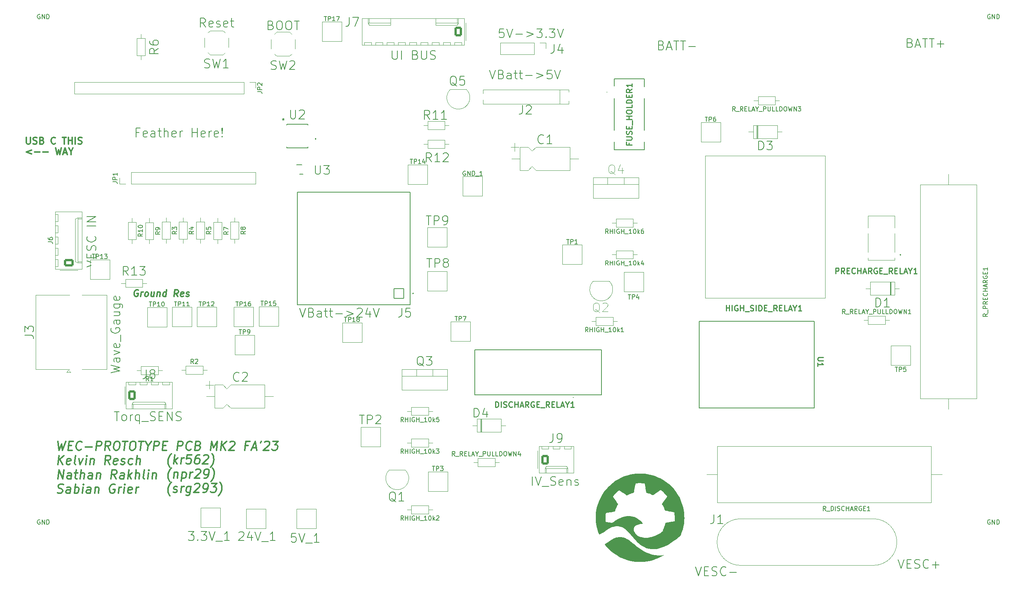
<source format=gto>
G04 #@! TF.GenerationSoftware,KiCad,Pcbnew,7.0.8*
G04 #@! TF.CreationDate,2023-11-09T10:36:57-05:00*
G04 #@! TF.ProjectId,mecc-pcb-kicad,6d656363-2d70-4636-922d-6b696361642e,v1*
G04 #@! TF.SameCoordinates,Original*
G04 #@! TF.FileFunction,Legend,Top*
G04 #@! TF.FilePolarity,Positive*
%FSLAX46Y46*%
G04 Gerber Fmt 4.6, Leading zero omitted, Abs format (unit mm)*
G04 Created by KiCad (PCBNEW 7.0.8) date 2023-11-09 10:36:57*
%MOMM*%
%LPD*%
G01*
G04 APERTURE LIST*
G04 Aperture macros list*
%AMRoundRect*
0 Rectangle with rounded corners*
0 $1 Rounding radius*
0 $2 $3 $4 $5 $6 $7 $8 $9 X,Y pos of 4 corners*
0 Add a 4 corners polygon primitive as box body*
4,1,4,$2,$3,$4,$5,$6,$7,$8,$9,$2,$3,0*
0 Add four circle primitives for the rounded corners*
1,1,$1+$1,$2,$3*
1,1,$1+$1,$4,$5*
1,1,$1+$1,$6,$7*
1,1,$1+$1,$8,$9*
0 Add four rect primitives between the rounded corners*
20,1,$1+$1,$2,$3,$4,$5,0*
20,1,$1+$1,$4,$5,$6,$7,0*
20,1,$1+$1,$6,$7,$8,$9,0*
20,1,$1+$1,$8,$9,$2,$3,0*%
G04 Aperture macros list end*
%ADD10C,0.150000*%
%ADD11C,0.300000*%
%ADD12C,0.254000*%
%ADD13C,0.100000*%
%ADD14C,0.120000*%
%ADD15C,0.200000*%
%ADD16C,0.127000*%
%ADD17C,0.152400*%
%ADD18R,4.000000X4.000000*%
%ADD19R,1.800000X1.100000*%
%ADD20C,1.400000*%
%ADD21O,1.400000X1.400000*%
%ADD22O,1.050000X1.500000*%
%ADD23R,1.050000X1.500000*%
%ADD24C,8.000000*%
%ADD25R,2.400000X2.400000*%
%ADD26O,2.400000X2.400000*%
%ADD27R,1.950000X1.950000*%
%ADD28C,1.950000*%
%ADD29C,6.000000*%
%ADD30C,1.500000*%
%ADD31R,3.000000X2.000000*%
%ADD32R,2.200000X2.200000*%
%ADD33O,2.200000X2.200000*%
%ADD34C,3.750000*%
%ADD35C,1.650000*%
%ADD36C,2.400000*%
%ADD37R,1.450000X1.450000*%
%ADD38C,1.450000*%
%ADD39C,3.250000*%
%ADD40R,1.500000X1.500000*%
%ADD41C,2.300000*%
%ADD42RoundRect,0.250000X0.620000X0.845000X-0.620000X0.845000X-0.620000X-0.845000X0.620000X-0.845000X0*%
%ADD43O,1.740000X2.190000*%
%ADD44RoundRect,0.250000X0.845000X-0.620000X0.845000X0.620000X-0.845000X0.620000X-0.845000X-0.620000X0*%
%ADD45O,2.190000X1.740000*%
%ADD46R,1.700000X1.700000*%
%ADD47O,1.700000X1.700000*%
%ADD48RoundRect,0.102000X1.125000X1.125000X-1.125000X1.125000X-1.125000X-1.125000X1.125000X-1.125000X0*%
%ADD49C,2.454000*%
%ADD50O,0.800001X0.299999*%
%ADD51O,1.905000X2.000000*%
%ADD52R,1.905000X2.000000*%
%ADD53C,10.160000*%
%ADD54R,2.000000X0.700000*%
%ADD55RoundRect,0.250000X-0.620000X-0.845000X0.620000X-0.845000X0.620000X0.845000X-0.620000X0.845000X0*%
%ADD56R,1.409700X0.355600*%
G04 APERTURE END LIST*
D10*
X129285714Y-84869819D02*
X129571428Y-84965057D01*
X129571428Y-84965057D02*
X129666666Y-85060295D01*
X129666666Y-85060295D02*
X129761904Y-85250771D01*
X129761904Y-85250771D02*
X129761904Y-85536485D01*
X129761904Y-85536485D02*
X129666666Y-85726961D01*
X129666666Y-85726961D02*
X129571428Y-85822200D01*
X129571428Y-85822200D02*
X129380952Y-85917438D01*
X129380952Y-85917438D02*
X128619047Y-85917438D01*
X128619047Y-85917438D02*
X128619047Y-83917438D01*
X128619047Y-83917438D02*
X129285714Y-83917438D01*
X129285714Y-83917438D02*
X129476190Y-84012676D01*
X129476190Y-84012676D02*
X129571428Y-84107914D01*
X129571428Y-84107914D02*
X129666666Y-84298390D01*
X129666666Y-84298390D02*
X129666666Y-84488866D01*
X129666666Y-84488866D02*
X129571428Y-84679342D01*
X129571428Y-84679342D02*
X129476190Y-84774580D01*
X129476190Y-84774580D02*
X129285714Y-84869819D01*
X129285714Y-84869819D02*
X128619047Y-84869819D01*
X130999999Y-83917438D02*
X131380952Y-83917438D01*
X131380952Y-83917438D02*
X131571428Y-84012676D01*
X131571428Y-84012676D02*
X131761904Y-84203152D01*
X131761904Y-84203152D02*
X131857142Y-84584104D01*
X131857142Y-84584104D02*
X131857142Y-85250771D01*
X131857142Y-85250771D02*
X131761904Y-85631723D01*
X131761904Y-85631723D02*
X131571428Y-85822200D01*
X131571428Y-85822200D02*
X131380952Y-85917438D01*
X131380952Y-85917438D02*
X130999999Y-85917438D01*
X130999999Y-85917438D02*
X130809523Y-85822200D01*
X130809523Y-85822200D02*
X130619047Y-85631723D01*
X130619047Y-85631723D02*
X130523809Y-85250771D01*
X130523809Y-85250771D02*
X130523809Y-84584104D01*
X130523809Y-84584104D02*
X130619047Y-84203152D01*
X130619047Y-84203152D02*
X130809523Y-84012676D01*
X130809523Y-84012676D02*
X130999999Y-83917438D01*
X133095237Y-83917438D02*
X133476190Y-83917438D01*
X133476190Y-83917438D02*
X133666666Y-84012676D01*
X133666666Y-84012676D02*
X133857142Y-84203152D01*
X133857142Y-84203152D02*
X133952380Y-84584104D01*
X133952380Y-84584104D02*
X133952380Y-85250771D01*
X133952380Y-85250771D02*
X133857142Y-85631723D01*
X133857142Y-85631723D02*
X133666666Y-85822200D01*
X133666666Y-85822200D02*
X133476190Y-85917438D01*
X133476190Y-85917438D02*
X133095237Y-85917438D01*
X133095237Y-85917438D02*
X132904761Y-85822200D01*
X132904761Y-85822200D02*
X132714285Y-85631723D01*
X132714285Y-85631723D02*
X132619047Y-85250771D01*
X132619047Y-85250771D02*
X132619047Y-84584104D01*
X132619047Y-84584104D02*
X132714285Y-84203152D01*
X132714285Y-84203152D02*
X132904761Y-84012676D01*
X132904761Y-84012676D02*
X133095237Y-83917438D01*
X134523809Y-83917438D02*
X135666666Y-83917438D01*
X135095237Y-85917438D02*
X135095237Y-83917438D01*
X270539160Y-205417438D02*
X271205826Y-207417438D01*
X271205826Y-207417438D02*
X271872493Y-205417438D01*
X272539160Y-206369819D02*
X273205827Y-206369819D01*
X273491541Y-207417438D02*
X272539160Y-207417438D01*
X272539160Y-207417438D02*
X272539160Y-205417438D01*
X272539160Y-205417438D02*
X273491541Y-205417438D01*
X274253446Y-207322200D02*
X274539160Y-207417438D01*
X274539160Y-207417438D02*
X275015351Y-207417438D01*
X275015351Y-207417438D02*
X275205827Y-207322200D01*
X275205827Y-207322200D02*
X275301065Y-207226961D01*
X275301065Y-207226961D02*
X275396303Y-207036485D01*
X275396303Y-207036485D02*
X275396303Y-206846009D01*
X275396303Y-206846009D02*
X275301065Y-206655533D01*
X275301065Y-206655533D02*
X275205827Y-206560295D01*
X275205827Y-206560295D02*
X275015351Y-206465057D01*
X275015351Y-206465057D02*
X274634398Y-206369819D01*
X274634398Y-206369819D02*
X274443922Y-206274580D01*
X274443922Y-206274580D02*
X274348684Y-206179342D01*
X274348684Y-206179342D02*
X274253446Y-205988866D01*
X274253446Y-205988866D02*
X274253446Y-205798390D01*
X274253446Y-205798390D02*
X274348684Y-205607914D01*
X274348684Y-205607914D02*
X274443922Y-205512676D01*
X274443922Y-205512676D02*
X274634398Y-205417438D01*
X274634398Y-205417438D02*
X275110589Y-205417438D01*
X275110589Y-205417438D02*
X275396303Y-205512676D01*
X277396303Y-207226961D02*
X277301065Y-207322200D01*
X277301065Y-207322200D02*
X277015351Y-207417438D01*
X277015351Y-207417438D02*
X276824875Y-207417438D01*
X276824875Y-207417438D02*
X276539160Y-207322200D01*
X276539160Y-207322200D02*
X276348684Y-207131723D01*
X276348684Y-207131723D02*
X276253446Y-206941247D01*
X276253446Y-206941247D02*
X276158208Y-206560295D01*
X276158208Y-206560295D02*
X276158208Y-206274580D01*
X276158208Y-206274580D02*
X276253446Y-205893628D01*
X276253446Y-205893628D02*
X276348684Y-205703152D01*
X276348684Y-205703152D02*
X276539160Y-205512676D01*
X276539160Y-205512676D02*
X276824875Y-205417438D01*
X276824875Y-205417438D02*
X277015351Y-205417438D01*
X277015351Y-205417438D02*
X277301065Y-205512676D01*
X277301065Y-205512676D02*
X277396303Y-205607914D01*
X278253446Y-206655533D02*
X279777256Y-206655533D01*
X279015351Y-207417438D02*
X279015351Y-205893628D01*
D11*
X74214510Y-110185828D02*
X74214510Y-111400114D01*
X74214510Y-111400114D02*
X74285939Y-111542971D01*
X74285939Y-111542971D02*
X74357368Y-111614400D01*
X74357368Y-111614400D02*
X74500225Y-111685828D01*
X74500225Y-111685828D02*
X74785939Y-111685828D01*
X74785939Y-111685828D02*
X74928796Y-111614400D01*
X74928796Y-111614400D02*
X75000225Y-111542971D01*
X75000225Y-111542971D02*
X75071653Y-111400114D01*
X75071653Y-111400114D02*
X75071653Y-110185828D01*
X75714511Y-111614400D02*
X75928797Y-111685828D01*
X75928797Y-111685828D02*
X76285939Y-111685828D01*
X76285939Y-111685828D02*
X76428797Y-111614400D01*
X76428797Y-111614400D02*
X76500225Y-111542971D01*
X76500225Y-111542971D02*
X76571654Y-111400114D01*
X76571654Y-111400114D02*
X76571654Y-111257257D01*
X76571654Y-111257257D02*
X76500225Y-111114400D01*
X76500225Y-111114400D02*
X76428797Y-111042971D01*
X76428797Y-111042971D02*
X76285939Y-110971542D01*
X76285939Y-110971542D02*
X76000225Y-110900114D01*
X76000225Y-110900114D02*
X75857368Y-110828685D01*
X75857368Y-110828685D02*
X75785939Y-110757257D01*
X75785939Y-110757257D02*
X75714511Y-110614400D01*
X75714511Y-110614400D02*
X75714511Y-110471542D01*
X75714511Y-110471542D02*
X75785939Y-110328685D01*
X75785939Y-110328685D02*
X75857368Y-110257257D01*
X75857368Y-110257257D02*
X76000225Y-110185828D01*
X76000225Y-110185828D02*
X76357368Y-110185828D01*
X76357368Y-110185828D02*
X76571654Y-110257257D01*
X77714510Y-110900114D02*
X77928796Y-110971542D01*
X77928796Y-110971542D02*
X78000225Y-111042971D01*
X78000225Y-111042971D02*
X78071653Y-111185828D01*
X78071653Y-111185828D02*
X78071653Y-111400114D01*
X78071653Y-111400114D02*
X78000225Y-111542971D01*
X78000225Y-111542971D02*
X77928796Y-111614400D01*
X77928796Y-111614400D02*
X77785939Y-111685828D01*
X77785939Y-111685828D02*
X77214510Y-111685828D01*
X77214510Y-111685828D02*
X77214510Y-110185828D01*
X77214510Y-110185828D02*
X77714510Y-110185828D01*
X77714510Y-110185828D02*
X77857368Y-110257257D01*
X77857368Y-110257257D02*
X77928796Y-110328685D01*
X77928796Y-110328685D02*
X78000225Y-110471542D01*
X78000225Y-110471542D02*
X78000225Y-110614400D01*
X78000225Y-110614400D02*
X77928796Y-110757257D01*
X77928796Y-110757257D02*
X77857368Y-110828685D01*
X77857368Y-110828685D02*
X77714510Y-110900114D01*
X77714510Y-110900114D02*
X77214510Y-110900114D01*
X80714510Y-111542971D02*
X80643082Y-111614400D01*
X80643082Y-111614400D02*
X80428796Y-111685828D01*
X80428796Y-111685828D02*
X80285939Y-111685828D01*
X80285939Y-111685828D02*
X80071653Y-111614400D01*
X80071653Y-111614400D02*
X79928796Y-111471542D01*
X79928796Y-111471542D02*
X79857367Y-111328685D01*
X79857367Y-111328685D02*
X79785939Y-111042971D01*
X79785939Y-111042971D02*
X79785939Y-110828685D01*
X79785939Y-110828685D02*
X79857367Y-110542971D01*
X79857367Y-110542971D02*
X79928796Y-110400114D01*
X79928796Y-110400114D02*
X80071653Y-110257257D01*
X80071653Y-110257257D02*
X80285939Y-110185828D01*
X80285939Y-110185828D02*
X80428796Y-110185828D01*
X80428796Y-110185828D02*
X80643082Y-110257257D01*
X80643082Y-110257257D02*
X80714510Y-110328685D01*
X82285939Y-110185828D02*
X83143082Y-110185828D01*
X82714510Y-111685828D02*
X82714510Y-110185828D01*
X83643081Y-111685828D02*
X83643081Y-110185828D01*
X83643081Y-110900114D02*
X84500224Y-110900114D01*
X84500224Y-111685828D02*
X84500224Y-110185828D01*
X85214510Y-111685828D02*
X85214510Y-110185828D01*
X85857368Y-111614400D02*
X86071654Y-111685828D01*
X86071654Y-111685828D02*
X86428796Y-111685828D01*
X86428796Y-111685828D02*
X86571654Y-111614400D01*
X86571654Y-111614400D02*
X86643082Y-111542971D01*
X86643082Y-111542971D02*
X86714511Y-111400114D01*
X86714511Y-111400114D02*
X86714511Y-111257257D01*
X86714511Y-111257257D02*
X86643082Y-111114400D01*
X86643082Y-111114400D02*
X86571654Y-111042971D01*
X86571654Y-111042971D02*
X86428796Y-110971542D01*
X86428796Y-110971542D02*
X86143082Y-110900114D01*
X86143082Y-110900114D02*
X86000225Y-110828685D01*
X86000225Y-110828685D02*
X85928796Y-110757257D01*
X85928796Y-110757257D02*
X85857368Y-110614400D01*
X85857368Y-110614400D02*
X85857368Y-110471542D01*
X85857368Y-110471542D02*
X85928796Y-110328685D01*
X85928796Y-110328685D02*
X86000225Y-110257257D01*
X86000225Y-110257257D02*
X86143082Y-110185828D01*
X86143082Y-110185828D02*
X86500225Y-110185828D01*
X86500225Y-110185828D02*
X86714511Y-110257257D01*
X75357368Y-113100828D02*
X74214510Y-113529400D01*
X74214510Y-113529400D02*
X75357368Y-113957971D01*
X76071653Y-113529400D02*
X77214511Y-113529400D01*
X77928796Y-113529400D02*
X79071654Y-113529400D01*
X80785939Y-112600828D02*
X81143082Y-114100828D01*
X81143082Y-114100828D02*
X81428796Y-113029400D01*
X81428796Y-113029400D02*
X81714511Y-114100828D01*
X81714511Y-114100828D02*
X82071654Y-112600828D01*
X82571654Y-113672257D02*
X83285940Y-113672257D01*
X82428797Y-114100828D02*
X82928797Y-112600828D01*
X82928797Y-112600828D02*
X83428797Y-114100828D01*
X84214511Y-113386542D02*
X84214511Y-114100828D01*
X83714511Y-112600828D02*
X84214511Y-113386542D01*
X84214511Y-113386542D02*
X84714511Y-112600828D01*
D10*
X99552380Y-109069819D02*
X98885713Y-109069819D01*
X98885713Y-110117438D02*
X98885713Y-108117438D01*
X98885713Y-108117438D02*
X99838094Y-108117438D01*
X101361904Y-110022200D02*
X101171428Y-110117438D01*
X101171428Y-110117438D02*
X100790475Y-110117438D01*
X100790475Y-110117438D02*
X100599999Y-110022200D01*
X100599999Y-110022200D02*
X100504761Y-109831723D01*
X100504761Y-109831723D02*
X100504761Y-109069819D01*
X100504761Y-109069819D02*
X100599999Y-108879342D01*
X100599999Y-108879342D02*
X100790475Y-108784104D01*
X100790475Y-108784104D02*
X101171428Y-108784104D01*
X101171428Y-108784104D02*
X101361904Y-108879342D01*
X101361904Y-108879342D02*
X101457142Y-109069819D01*
X101457142Y-109069819D02*
X101457142Y-109260295D01*
X101457142Y-109260295D02*
X100504761Y-109450771D01*
X103171428Y-110117438D02*
X103171428Y-109069819D01*
X103171428Y-109069819D02*
X103076190Y-108879342D01*
X103076190Y-108879342D02*
X102885714Y-108784104D01*
X102885714Y-108784104D02*
X102504761Y-108784104D01*
X102504761Y-108784104D02*
X102314285Y-108879342D01*
X103171428Y-110022200D02*
X102980952Y-110117438D01*
X102980952Y-110117438D02*
X102504761Y-110117438D01*
X102504761Y-110117438D02*
X102314285Y-110022200D01*
X102314285Y-110022200D02*
X102219047Y-109831723D01*
X102219047Y-109831723D02*
X102219047Y-109641247D01*
X102219047Y-109641247D02*
X102314285Y-109450771D01*
X102314285Y-109450771D02*
X102504761Y-109355533D01*
X102504761Y-109355533D02*
X102980952Y-109355533D01*
X102980952Y-109355533D02*
X103171428Y-109260295D01*
X103838095Y-108784104D02*
X104599999Y-108784104D01*
X104123809Y-108117438D02*
X104123809Y-109831723D01*
X104123809Y-109831723D02*
X104219047Y-110022200D01*
X104219047Y-110022200D02*
X104409523Y-110117438D01*
X104409523Y-110117438D02*
X104599999Y-110117438D01*
X105266666Y-110117438D02*
X105266666Y-108117438D01*
X106123809Y-110117438D02*
X106123809Y-109069819D01*
X106123809Y-109069819D02*
X106028571Y-108879342D01*
X106028571Y-108879342D02*
X105838095Y-108784104D01*
X105838095Y-108784104D02*
X105552380Y-108784104D01*
X105552380Y-108784104D02*
X105361904Y-108879342D01*
X105361904Y-108879342D02*
X105266666Y-108974580D01*
X107838095Y-110022200D02*
X107647619Y-110117438D01*
X107647619Y-110117438D02*
X107266666Y-110117438D01*
X107266666Y-110117438D02*
X107076190Y-110022200D01*
X107076190Y-110022200D02*
X106980952Y-109831723D01*
X106980952Y-109831723D02*
X106980952Y-109069819D01*
X106980952Y-109069819D02*
X107076190Y-108879342D01*
X107076190Y-108879342D02*
X107266666Y-108784104D01*
X107266666Y-108784104D02*
X107647619Y-108784104D01*
X107647619Y-108784104D02*
X107838095Y-108879342D01*
X107838095Y-108879342D02*
X107933333Y-109069819D01*
X107933333Y-109069819D02*
X107933333Y-109260295D01*
X107933333Y-109260295D02*
X106980952Y-109450771D01*
X108790476Y-110117438D02*
X108790476Y-108784104D01*
X108790476Y-109165057D02*
X108885714Y-108974580D01*
X108885714Y-108974580D02*
X108980952Y-108879342D01*
X108980952Y-108879342D02*
X109171428Y-108784104D01*
X109171428Y-108784104D02*
X109361905Y-108784104D01*
X111552381Y-110117438D02*
X111552381Y-108117438D01*
X111552381Y-109069819D02*
X112695238Y-109069819D01*
X112695238Y-110117438D02*
X112695238Y-108117438D01*
X114409524Y-110022200D02*
X114219048Y-110117438D01*
X114219048Y-110117438D02*
X113838095Y-110117438D01*
X113838095Y-110117438D02*
X113647619Y-110022200D01*
X113647619Y-110022200D02*
X113552381Y-109831723D01*
X113552381Y-109831723D02*
X113552381Y-109069819D01*
X113552381Y-109069819D02*
X113647619Y-108879342D01*
X113647619Y-108879342D02*
X113838095Y-108784104D01*
X113838095Y-108784104D02*
X114219048Y-108784104D01*
X114219048Y-108784104D02*
X114409524Y-108879342D01*
X114409524Y-108879342D02*
X114504762Y-109069819D01*
X114504762Y-109069819D02*
X114504762Y-109260295D01*
X114504762Y-109260295D02*
X113552381Y-109450771D01*
X115361905Y-110117438D02*
X115361905Y-108784104D01*
X115361905Y-109165057D02*
X115457143Y-108974580D01*
X115457143Y-108974580D02*
X115552381Y-108879342D01*
X115552381Y-108879342D02*
X115742857Y-108784104D01*
X115742857Y-108784104D02*
X115933334Y-108784104D01*
X117361905Y-110022200D02*
X117171429Y-110117438D01*
X117171429Y-110117438D02*
X116790476Y-110117438D01*
X116790476Y-110117438D02*
X116600000Y-110022200D01*
X116600000Y-110022200D02*
X116504762Y-109831723D01*
X116504762Y-109831723D02*
X116504762Y-109069819D01*
X116504762Y-109069819D02*
X116600000Y-108879342D01*
X116600000Y-108879342D02*
X116790476Y-108784104D01*
X116790476Y-108784104D02*
X117171429Y-108784104D01*
X117171429Y-108784104D02*
X117361905Y-108879342D01*
X117361905Y-108879342D02*
X117457143Y-109069819D01*
X117457143Y-109069819D02*
X117457143Y-109260295D01*
X117457143Y-109260295D02*
X116504762Y-109450771D01*
X118314286Y-109926961D02*
X118409524Y-110022200D01*
X118409524Y-110022200D02*
X118314286Y-110117438D01*
X118314286Y-110117438D02*
X118219048Y-110022200D01*
X118219048Y-110022200D02*
X118314286Y-109926961D01*
X118314286Y-109926961D02*
X118314286Y-110117438D01*
X118314286Y-109355533D02*
X118219048Y-108212676D01*
X118219048Y-108212676D02*
X118314286Y-108117438D01*
X118314286Y-108117438D02*
X118409524Y-108212676D01*
X118409524Y-108212676D02*
X118314286Y-109355533D01*
X118314286Y-109355533D02*
X118314286Y-108117438D01*
D11*
X81321177Y-178779638D02*
X81547368Y-180779638D01*
X81547368Y-180779638D02*
X82106891Y-179351066D01*
X82106891Y-179351066D02*
X82309272Y-180779638D01*
X82309272Y-180779638D02*
X83035463Y-178779638D01*
X83678320Y-179732019D02*
X84344986Y-179732019D01*
X84499748Y-180779638D02*
X83547367Y-180779638D01*
X83547367Y-180779638D02*
X83797367Y-178779638D01*
X83797367Y-178779638D02*
X84749748Y-178779638D01*
X86523558Y-180589161D02*
X86416415Y-180684400D01*
X86416415Y-180684400D02*
X86118796Y-180779638D01*
X86118796Y-180779638D02*
X85928320Y-180779638D01*
X85928320Y-180779638D02*
X85654510Y-180684400D01*
X85654510Y-180684400D02*
X85487844Y-180493923D01*
X85487844Y-180493923D02*
X85416415Y-180303447D01*
X85416415Y-180303447D02*
X85368796Y-179922495D01*
X85368796Y-179922495D02*
X85404510Y-179636780D01*
X85404510Y-179636780D02*
X85547367Y-179255828D01*
X85547367Y-179255828D02*
X85666415Y-179065352D01*
X85666415Y-179065352D02*
X85880701Y-178874876D01*
X85880701Y-178874876D02*
X86178320Y-178779638D01*
X86178320Y-178779638D02*
X86368796Y-178779638D01*
X86368796Y-178779638D02*
X86642606Y-178874876D01*
X86642606Y-178874876D02*
X86725939Y-178970114D01*
X87452129Y-180017733D02*
X88975939Y-180017733D01*
X89833081Y-180779638D02*
X90083081Y-178779638D01*
X90083081Y-178779638D02*
X90844986Y-178779638D01*
X90844986Y-178779638D02*
X91023557Y-178874876D01*
X91023557Y-178874876D02*
X91106891Y-178970114D01*
X91106891Y-178970114D02*
X91178319Y-179160590D01*
X91178319Y-179160590D02*
X91142605Y-179446304D01*
X91142605Y-179446304D02*
X91023557Y-179636780D01*
X91023557Y-179636780D02*
X90916415Y-179732019D01*
X90916415Y-179732019D02*
X90714034Y-179827257D01*
X90714034Y-179827257D02*
X89952129Y-179827257D01*
X92975938Y-180779638D02*
X92428319Y-179827257D01*
X91833081Y-180779638D02*
X92083081Y-178779638D01*
X92083081Y-178779638D02*
X92844986Y-178779638D01*
X92844986Y-178779638D02*
X93023557Y-178874876D01*
X93023557Y-178874876D02*
X93106891Y-178970114D01*
X93106891Y-178970114D02*
X93178319Y-179160590D01*
X93178319Y-179160590D02*
X93142605Y-179446304D01*
X93142605Y-179446304D02*
X93023557Y-179636780D01*
X93023557Y-179636780D02*
X92916415Y-179732019D01*
X92916415Y-179732019D02*
X92714034Y-179827257D01*
X92714034Y-179827257D02*
X91952129Y-179827257D01*
X94464034Y-178779638D02*
X94844986Y-178779638D01*
X94844986Y-178779638D02*
X95023557Y-178874876D01*
X95023557Y-178874876D02*
X95190224Y-179065352D01*
X95190224Y-179065352D02*
X95237843Y-179446304D01*
X95237843Y-179446304D02*
X95154510Y-180112971D01*
X95154510Y-180112971D02*
X95011653Y-180493923D01*
X95011653Y-180493923D02*
X94797367Y-180684400D01*
X94797367Y-180684400D02*
X94594986Y-180779638D01*
X94594986Y-180779638D02*
X94214034Y-180779638D01*
X94214034Y-180779638D02*
X94035462Y-180684400D01*
X94035462Y-180684400D02*
X93868796Y-180493923D01*
X93868796Y-180493923D02*
X93821176Y-180112971D01*
X93821176Y-180112971D02*
X93904510Y-179446304D01*
X93904510Y-179446304D02*
X94047367Y-179065352D01*
X94047367Y-179065352D02*
X94261653Y-178874876D01*
X94261653Y-178874876D02*
X94464034Y-178779638D01*
X95892605Y-178779638D02*
X97035462Y-178779638D01*
X96214034Y-180779638D02*
X96464034Y-178779638D01*
X98083082Y-178779638D02*
X98464034Y-178779638D01*
X98464034Y-178779638D02*
X98642605Y-178874876D01*
X98642605Y-178874876D02*
X98809272Y-179065352D01*
X98809272Y-179065352D02*
X98856891Y-179446304D01*
X98856891Y-179446304D02*
X98773558Y-180112971D01*
X98773558Y-180112971D02*
X98630701Y-180493923D01*
X98630701Y-180493923D02*
X98416415Y-180684400D01*
X98416415Y-180684400D02*
X98214034Y-180779638D01*
X98214034Y-180779638D02*
X97833082Y-180779638D01*
X97833082Y-180779638D02*
X97654510Y-180684400D01*
X97654510Y-180684400D02*
X97487844Y-180493923D01*
X97487844Y-180493923D02*
X97440224Y-180112971D01*
X97440224Y-180112971D02*
X97523558Y-179446304D01*
X97523558Y-179446304D02*
X97666415Y-179065352D01*
X97666415Y-179065352D02*
X97880701Y-178874876D01*
X97880701Y-178874876D02*
X98083082Y-178779638D01*
X99511653Y-178779638D02*
X100654510Y-178779638D01*
X99833082Y-180779638D02*
X100083082Y-178779638D01*
X101571177Y-179827257D02*
X101452130Y-180779638D01*
X101035463Y-178779638D02*
X101571177Y-179827257D01*
X101571177Y-179827257D02*
X102368796Y-178779638D01*
X102785463Y-180779638D02*
X103035463Y-178779638D01*
X103035463Y-178779638D02*
X103797368Y-178779638D01*
X103797368Y-178779638D02*
X103975939Y-178874876D01*
X103975939Y-178874876D02*
X104059273Y-178970114D01*
X104059273Y-178970114D02*
X104130701Y-179160590D01*
X104130701Y-179160590D02*
X104094987Y-179446304D01*
X104094987Y-179446304D02*
X103975939Y-179636780D01*
X103975939Y-179636780D02*
X103868797Y-179732019D01*
X103868797Y-179732019D02*
X103666416Y-179827257D01*
X103666416Y-179827257D02*
X102904511Y-179827257D01*
X104916416Y-179732019D02*
X105583082Y-179732019D01*
X105737844Y-180779638D02*
X104785463Y-180779638D01*
X104785463Y-180779638D02*
X105035463Y-178779638D01*
X105035463Y-178779638D02*
X105987844Y-178779638D01*
X108118797Y-180779638D02*
X108368797Y-178779638D01*
X108368797Y-178779638D02*
X109130702Y-178779638D01*
X109130702Y-178779638D02*
X109309273Y-178874876D01*
X109309273Y-178874876D02*
X109392607Y-178970114D01*
X109392607Y-178970114D02*
X109464035Y-179160590D01*
X109464035Y-179160590D02*
X109428321Y-179446304D01*
X109428321Y-179446304D02*
X109309273Y-179636780D01*
X109309273Y-179636780D02*
X109202131Y-179732019D01*
X109202131Y-179732019D02*
X108999750Y-179827257D01*
X108999750Y-179827257D02*
X108237845Y-179827257D01*
X111285464Y-180589161D02*
X111178321Y-180684400D01*
X111178321Y-180684400D02*
X110880702Y-180779638D01*
X110880702Y-180779638D02*
X110690226Y-180779638D01*
X110690226Y-180779638D02*
X110416416Y-180684400D01*
X110416416Y-180684400D02*
X110249750Y-180493923D01*
X110249750Y-180493923D02*
X110178321Y-180303447D01*
X110178321Y-180303447D02*
X110130702Y-179922495D01*
X110130702Y-179922495D02*
X110166416Y-179636780D01*
X110166416Y-179636780D02*
X110309273Y-179255828D01*
X110309273Y-179255828D02*
X110428321Y-179065352D01*
X110428321Y-179065352D02*
X110642607Y-178874876D01*
X110642607Y-178874876D02*
X110940226Y-178779638D01*
X110940226Y-178779638D02*
X111130702Y-178779638D01*
X111130702Y-178779638D02*
X111404512Y-178874876D01*
X111404512Y-178874876D02*
X111487845Y-178970114D01*
X112916416Y-179732019D02*
X113190226Y-179827257D01*
X113190226Y-179827257D02*
X113273559Y-179922495D01*
X113273559Y-179922495D02*
X113344988Y-180112971D01*
X113344988Y-180112971D02*
X113309273Y-180398685D01*
X113309273Y-180398685D02*
X113190226Y-180589161D01*
X113190226Y-180589161D02*
X113083083Y-180684400D01*
X113083083Y-180684400D02*
X112880702Y-180779638D01*
X112880702Y-180779638D02*
X112118797Y-180779638D01*
X112118797Y-180779638D02*
X112368797Y-178779638D01*
X112368797Y-178779638D02*
X113035464Y-178779638D01*
X113035464Y-178779638D02*
X113214035Y-178874876D01*
X113214035Y-178874876D02*
X113297369Y-178970114D01*
X113297369Y-178970114D02*
X113368797Y-179160590D01*
X113368797Y-179160590D02*
X113344988Y-179351066D01*
X113344988Y-179351066D02*
X113225940Y-179541542D01*
X113225940Y-179541542D02*
X113118797Y-179636780D01*
X113118797Y-179636780D02*
X112916416Y-179732019D01*
X112916416Y-179732019D02*
X112249750Y-179732019D01*
X115642607Y-180779638D02*
X115892607Y-178779638D01*
X115892607Y-178779638D02*
X116380702Y-180208209D01*
X116380702Y-180208209D02*
X117225941Y-178779638D01*
X117225941Y-178779638D02*
X116975941Y-180779638D01*
X117928321Y-180779638D02*
X118178321Y-178779638D01*
X119071178Y-180779638D02*
X118356893Y-179636780D01*
X119321178Y-178779638D02*
X118035464Y-179922495D01*
X120059274Y-178970114D02*
X120166416Y-178874876D01*
X120166416Y-178874876D02*
X120368797Y-178779638D01*
X120368797Y-178779638D02*
X120844988Y-178779638D01*
X120844988Y-178779638D02*
X121023559Y-178874876D01*
X121023559Y-178874876D02*
X121106893Y-178970114D01*
X121106893Y-178970114D02*
X121178321Y-179160590D01*
X121178321Y-179160590D02*
X121154512Y-179351066D01*
X121154512Y-179351066D02*
X121023559Y-179636780D01*
X121023559Y-179636780D02*
X119737845Y-180779638D01*
X119737845Y-180779638D02*
X120975940Y-180779638D01*
X124154512Y-179732019D02*
X123487846Y-179732019D01*
X123356893Y-180779638D02*
X123606893Y-178779638D01*
X123606893Y-178779638D02*
X124559274Y-178779638D01*
X125047370Y-180208209D02*
X125999751Y-180208209D01*
X124785465Y-180779638D02*
X125702132Y-178779638D01*
X125702132Y-178779638D02*
X126118798Y-180779638D01*
X127130703Y-178779638D02*
X126892608Y-179160590D01*
X127868799Y-178970114D02*
X127975941Y-178874876D01*
X127975941Y-178874876D02*
X128178322Y-178779638D01*
X128178322Y-178779638D02*
X128654513Y-178779638D01*
X128654513Y-178779638D02*
X128833084Y-178874876D01*
X128833084Y-178874876D02*
X128916418Y-178970114D01*
X128916418Y-178970114D02*
X128987846Y-179160590D01*
X128987846Y-179160590D02*
X128964037Y-179351066D01*
X128964037Y-179351066D02*
X128833084Y-179636780D01*
X128833084Y-179636780D02*
X127547370Y-180779638D01*
X127547370Y-180779638D02*
X128785465Y-180779638D01*
X129702132Y-178779638D02*
X130940227Y-178779638D01*
X130940227Y-178779638D02*
X130178323Y-179541542D01*
X130178323Y-179541542D02*
X130464037Y-179541542D01*
X130464037Y-179541542D02*
X130642608Y-179636780D01*
X130642608Y-179636780D02*
X130725942Y-179732019D01*
X130725942Y-179732019D02*
X130797370Y-179922495D01*
X130797370Y-179922495D02*
X130737846Y-180398685D01*
X130737846Y-180398685D02*
X130618799Y-180589161D01*
X130618799Y-180589161D02*
X130511656Y-180684400D01*
X130511656Y-180684400D02*
X130309275Y-180779638D01*
X130309275Y-180779638D02*
X129737846Y-180779638D01*
X129737846Y-180779638D02*
X129559275Y-180684400D01*
X129559275Y-180684400D02*
X129475942Y-180589161D01*
X81261653Y-183999638D02*
X81511653Y-181999638D01*
X82404510Y-183999638D02*
X81690225Y-182856780D01*
X82654510Y-181999638D02*
X81368796Y-183142495D01*
X84035463Y-183904400D02*
X83833082Y-183999638D01*
X83833082Y-183999638D02*
X83452129Y-183999638D01*
X83452129Y-183999638D02*
X83273558Y-183904400D01*
X83273558Y-183904400D02*
X83202129Y-183713923D01*
X83202129Y-183713923D02*
X83297368Y-182952019D01*
X83297368Y-182952019D02*
X83416415Y-182761542D01*
X83416415Y-182761542D02*
X83618796Y-182666304D01*
X83618796Y-182666304D02*
X83999748Y-182666304D01*
X83999748Y-182666304D02*
X84178320Y-182761542D01*
X84178320Y-182761542D02*
X84249748Y-182952019D01*
X84249748Y-182952019D02*
X84225939Y-183142495D01*
X84225939Y-183142495D02*
X83249748Y-183332971D01*
X85261654Y-183999638D02*
X85083082Y-183904400D01*
X85083082Y-183904400D02*
X85011654Y-183713923D01*
X85011654Y-183713923D02*
X85225939Y-181999638D01*
X85999749Y-182666304D02*
X86309273Y-183999638D01*
X86309273Y-183999638D02*
X86952130Y-182666304D01*
X87547368Y-183999638D02*
X87714035Y-182666304D01*
X87797368Y-181999638D02*
X87690225Y-182094876D01*
X87690225Y-182094876D02*
X87773559Y-182190114D01*
X87773559Y-182190114D02*
X87880702Y-182094876D01*
X87880702Y-182094876D02*
X87797368Y-181999638D01*
X87797368Y-181999638D02*
X87773559Y-182190114D01*
X88666416Y-182666304D02*
X88499749Y-183999638D01*
X88642606Y-182856780D02*
X88749749Y-182761542D01*
X88749749Y-182761542D02*
X88952130Y-182666304D01*
X88952130Y-182666304D02*
X89237844Y-182666304D01*
X89237844Y-182666304D02*
X89416416Y-182761542D01*
X89416416Y-182761542D02*
X89487844Y-182952019D01*
X89487844Y-182952019D02*
X89356892Y-183999638D01*
X92975940Y-183999638D02*
X92428321Y-183047257D01*
X91833083Y-183999638D02*
X92083083Y-181999638D01*
X92083083Y-181999638D02*
X92844988Y-181999638D01*
X92844988Y-181999638D02*
X93023559Y-182094876D01*
X93023559Y-182094876D02*
X93106893Y-182190114D01*
X93106893Y-182190114D02*
X93178321Y-182380590D01*
X93178321Y-182380590D02*
X93142607Y-182666304D01*
X93142607Y-182666304D02*
X93023559Y-182856780D01*
X93023559Y-182856780D02*
X92916417Y-182952019D01*
X92916417Y-182952019D02*
X92714036Y-183047257D01*
X92714036Y-183047257D02*
X91952131Y-183047257D01*
X94606893Y-183904400D02*
X94404512Y-183999638D01*
X94404512Y-183999638D02*
X94023559Y-183999638D01*
X94023559Y-183999638D02*
X93844988Y-183904400D01*
X93844988Y-183904400D02*
X93773559Y-183713923D01*
X93773559Y-183713923D02*
X93868798Y-182952019D01*
X93868798Y-182952019D02*
X93987845Y-182761542D01*
X93987845Y-182761542D02*
X94190226Y-182666304D01*
X94190226Y-182666304D02*
X94571178Y-182666304D01*
X94571178Y-182666304D02*
X94749750Y-182761542D01*
X94749750Y-182761542D02*
X94821178Y-182952019D01*
X94821178Y-182952019D02*
X94797369Y-183142495D01*
X94797369Y-183142495D02*
X93821178Y-183332971D01*
X95464036Y-183904400D02*
X95642607Y-183999638D01*
X95642607Y-183999638D02*
X96023560Y-183999638D01*
X96023560Y-183999638D02*
X96225941Y-183904400D01*
X96225941Y-183904400D02*
X96344988Y-183713923D01*
X96344988Y-183713923D02*
X96356893Y-183618685D01*
X96356893Y-183618685D02*
X96285464Y-183428209D01*
X96285464Y-183428209D02*
X96106893Y-183332971D01*
X96106893Y-183332971D02*
X95821179Y-183332971D01*
X95821179Y-183332971D02*
X95642607Y-183237733D01*
X95642607Y-183237733D02*
X95571179Y-183047257D01*
X95571179Y-183047257D02*
X95583084Y-182952019D01*
X95583084Y-182952019D02*
X95702131Y-182761542D01*
X95702131Y-182761542D02*
X95904512Y-182666304D01*
X95904512Y-182666304D02*
X96190226Y-182666304D01*
X96190226Y-182666304D02*
X96368798Y-182761542D01*
X98035465Y-183904400D02*
X97833084Y-183999638D01*
X97833084Y-183999638D02*
X97452132Y-183999638D01*
X97452132Y-183999638D02*
X97273560Y-183904400D01*
X97273560Y-183904400D02*
X97190227Y-183809161D01*
X97190227Y-183809161D02*
X97118798Y-183618685D01*
X97118798Y-183618685D02*
X97190227Y-183047257D01*
X97190227Y-183047257D02*
X97309274Y-182856780D01*
X97309274Y-182856780D02*
X97416417Y-182761542D01*
X97416417Y-182761542D02*
X97618798Y-182666304D01*
X97618798Y-182666304D02*
X97999751Y-182666304D01*
X97999751Y-182666304D02*
X98178322Y-182761542D01*
X98880703Y-183999638D02*
X99130703Y-181999638D01*
X99737846Y-183999638D02*
X99868798Y-182952019D01*
X99868798Y-182952019D02*
X99797370Y-182761542D01*
X99797370Y-182761542D02*
X99618798Y-182666304D01*
X99618798Y-182666304D02*
X99333084Y-182666304D01*
X99333084Y-182666304D02*
X99130703Y-182761542D01*
X99130703Y-182761542D02*
X99023560Y-182856780D01*
X81261653Y-187219638D02*
X81511653Y-185219638D01*
X81511653Y-185219638D02*
X82404510Y-187219638D01*
X82404510Y-187219638D02*
X82654510Y-185219638D01*
X84214034Y-187219638D02*
X84344986Y-186172019D01*
X84344986Y-186172019D02*
X84273558Y-185981542D01*
X84273558Y-185981542D02*
X84094986Y-185886304D01*
X84094986Y-185886304D02*
X83714034Y-185886304D01*
X83714034Y-185886304D02*
X83511653Y-185981542D01*
X84225939Y-187124400D02*
X84023558Y-187219638D01*
X84023558Y-187219638D02*
X83547367Y-187219638D01*
X83547367Y-187219638D02*
X83368796Y-187124400D01*
X83368796Y-187124400D02*
X83297367Y-186933923D01*
X83297367Y-186933923D02*
X83321177Y-186743447D01*
X83321177Y-186743447D02*
X83440225Y-186552971D01*
X83440225Y-186552971D02*
X83642606Y-186457733D01*
X83642606Y-186457733D02*
X84118796Y-186457733D01*
X84118796Y-186457733D02*
X84321177Y-186362495D01*
X85047368Y-185886304D02*
X85809272Y-185886304D01*
X85416415Y-185219638D02*
X85202130Y-186933923D01*
X85202130Y-186933923D02*
X85273558Y-187124400D01*
X85273558Y-187124400D02*
X85452130Y-187219638D01*
X85452130Y-187219638D02*
X85642606Y-187219638D01*
X86309272Y-187219638D02*
X86559272Y-185219638D01*
X87166415Y-187219638D02*
X87297367Y-186172019D01*
X87297367Y-186172019D02*
X87225939Y-185981542D01*
X87225939Y-185981542D02*
X87047367Y-185886304D01*
X87047367Y-185886304D02*
X86761653Y-185886304D01*
X86761653Y-185886304D02*
X86559272Y-185981542D01*
X86559272Y-185981542D02*
X86452129Y-186076780D01*
X88975939Y-187219638D02*
X89106891Y-186172019D01*
X89106891Y-186172019D02*
X89035463Y-185981542D01*
X89035463Y-185981542D02*
X88856891Y-185886304D01*
X88856891Y-185886304D02*
X88475939Y-185886304D01*
X88475939Y-185886304D02*
X88273558Y-185981542D01*
X88987844Y-187124400D02*
X88785463Y-187219638D01*
X88785463Y-187219638D02*
X88309272Y-187219638D01*
X88309272Y-187219638D02*
X88130701Y-187124400D01*
X88130701Y-187124400D02*
X88059272Y-186933923D01*
X88059272Y-186933923D02*
X88083082Y-186743447D01*
X88083082Y-186743447D02*
X88202130Y-186552971D01*
X88202130Y-186552971D02*
X88404511Y-186457733D01*
X88404511Y-186457733D02*
X88880701Y-186457733D01*
X88880701Y-186457733D02*
X89083082Y-186362495D01*
X90094987Y-185886304D02*
X89928320Y-187219638D01*
X90071177Y-186076780D02*
X90178320Y-185981542D01*
X90178320Y-185981542D02*
X90380701Y-185886304D01*
X90380701Y-185886304D02*
X90666415Y-185886304D01*
X90666415Y-185886304D02*
X90844987Y-185981542D01*
X90844987Y-185981542D02*
X90916415Y-186172019D01*
X90916415Y-186172019D02*
X90785463Y-187219638D01*
X94404511Y-187219638D02*
X93856892Y-186267257D01*
X93261654Y-187219638D02*
X93511654Y-185219638D01*
X93511654Y-185219638D02*
X94273559Y-185219638D01*
X94273559Y-185219638D02*
X94452130Y-185314876D01*
X94452130Y-185314876D02*
X94535464Y-185410114D01*
X94535464Y-185410114D02*
X94606892Y-185600590D01*
X94606892Y-185600590D02*
X94571178Y-185886304D01*
X94571178Y-185886304D02*
X94452130Y-186076780D01*
X94452130Y-186076780D02*
X94344988Y-186172019D01*
X94344988Y-186172019D02*
X94142607Y-186267257D01*
X94142607Y-186267257D02*
X93380702Y-186267257D01*
X96118797Y-187219638D02*
X96249749Y-186172019D01*
X96249749Y-186172019D02*
X96178321Y-185981542D01*
X96178321Y-185981542D02*
X95999749Y-185886304D01*
X95999749Y-185886304D02*
X95618797Y-185886304D01*
X95618797Y-185886304D02*
X95416416Y-185981542D01*
X96130702Y-187124400D02*
X95928321Y-187219638D01*
X95928321Y-187219638D02*
X95452130Y-187219638D01*
X95452130Y-187219638D02*
X95273559Y-187124400D01*
X95273559Y-187124400D02*
X95202130Y-186933923D01*
X95202130Y-186933923D02*
X95225940Y-186743447D01*
X95225940Y-186743447D02*
X95344988Y-186552971D01*
X95344988Y-186552971D02*
X95547369Y-186457733D01*
X95547369Y-186457733D02*
X96023559Y-186457733D01*
X96023559Y-186457733D02*
X96225940Y-186362495D01*
X97071178Y-187219638D02*
X97321178Y-185219638D01*
X97356893Y-186457733D02*
X97833083Y-187219638D01*
X97999750Y-185886304D02*
X97142607Y-186648209D01*
X98690226Y-187219638D02*
X98940226Y-185219638D01*
X99547369Y-187219638D02*
X99678321Y-186172019D01*
X99678321Y-186172019D02*
X99606893Y-185981542D01*
X99606893Y-185981542D02*
X99428321Y-185886304D01*
X99428321Y-185886304D02*
X99142607Y-185886304D01*
X99142607Y-185886304D02*
X98940226Y-185981542D01*
X98940226Y-185981542D02*
X98833083Y-186076780D01*
X100785465Y-187219638D02*
X100606893Y-187124400D01*
X100606893Y-187124400D02*
X100535465Y-186933923D01*
X100535465Y-186933923D02*
X100749750Y-185219638D01*
X101547369Y-187219638D02*
X101714036Y-185886304D01*
X101797369Y-185219638D02*
X101690226Y-185314876D01*
X101690226Y-185314876D02*
X101773560Y-185410114D01*
X101773560Y-185410114D02*
X101880703Y-185314876D01*
X101880703Y-185314876D02*
X101797369Y-185219638D01*
X101797369Y-185219638D02*
X101773560Y-185410114D01*
X102666417Y-185886304D02*
X102499750Y-187219638D01*
X102642607Y-186076780D02*
X102749750Y-185981542D01*
X102749750Y-185981542D02*
X102952131Y-185886304D01*
X102952131Y-185886304D02*
X103237845Y-185886304D01*
X103237845Y-185886304D02*
X103416417Y-185981542D01*
X103416417Y-185981542D02*
X103487845Y-186172019D01*
X103487845Y-186172019D02*
X103356893Y-187219638D01*
X81178320Y-190344400D02*
X81452129Y-190439638D01*
X81452129Y-190439638D02*
X81928320Y-190439638D01*
X81928320Y-190439638D02*
X82130701Y-190344400D01*
X82130701Y-190344400D02*
X82237844Y-190249161D01*
X82237844Y-190249161D02*
X82356891Y-190058685D01*
X82356891Y-190058685D02*
X82380701Y-189868209D01*
X82380701Y-189868209D02*
X82309272Y-189677733D01*
X82309272Y-189677733D02*
X82225939Y-189582495D01*
X82225939Y-189582495D02*
X82047368Y-189487257D01*
X82047368Y-189487257D02*
X81678320Y-189392019D01*
X81678320Y-189392019D02*
X81499748Y-189296780D01*
X81499748Y-189296780D02*
X81416415Y-189201542D01*
X81416415Y-189201542D02*
X81344987Y-189011066D01*
X81344987Y-189011066D02*
X81368796Y-188820590D01*
X81368796Y-188820590D02*
X81487844Y-188630114D01*
X81487844Y-188630114D02*
X81594987Y-188534876D01*
X81594987Y-188534876D02*
X81797368Y-188439638D01*
X81797368Y-188439638D02*
X82273558Y-188439638D01*
X82273558Y-188439638D02*
X82547368Y-188534876D01*
X84023558Y-190439638D02*
X84154510Y-189392019D01*
X84154510Y-189392019D02*
X84083082Y-189201542D01*
X84083082Y-189201542D02*
X83904510Y-189106304D01*
X83904510Y-189106304D02*
X83523558Y-189106304D01*
X83523558Y-189106304D02*
X83321177Y-189201542D01*
X84035463Y-190344400D02*
X83833082Y-190439638D01*
X83833082Y-190439638D02*
X83356891Y-190439638D01*
X83356891Y-190439638D02*
X83178320Y-190344400D01*
X83178320Y-190344400D02*
X83106891Y-190153923D01*
X83106891Y-190153923D02*
X83130701Y-189963447D01*
X83130701Y-189963447D02*
X83249749Y-189772971D01*
X83249749Y-189772971D02*
X83452130Y-189677733D01*
X83452130Y-189677733D02*
X83928320Y-189677733D01*
X83928320Y-189677733D02*
X84130701Y-189582495D01*
X84975939Y-190439638D02*
X85225939Y-188439638D01*
X85130701Y-189201542D02*
X85333082Y-189106304D01*
X85333082Y-189106304D02*
X85714034Y-189106304D01*
X85714034Y-189106304D02*
X85892606Y-189201542D01*
X85892606Y-189201542D02*
X85975939Y-189296780D01*
X85975939Y-189296780D02*
X86047368Y-189487257D01*
X86047368Y-189487257D02*
X85975939Y-190058685D01*
X85975939Y-190058685D02*
X85856892Y-190249161D01*
X85856892Y-190249161D02*
X85749749Y-190344400D01*
X85749749Y-190344400D02*
X85547368Y-190439638D01*
X85547368Y-190439638D02*
X85166415Y-190439638D01*
X85166415Y-190439638D02*
X84987844Y-190344400D01*
X86785463Y-190439638D02*
X86952130Y-189106304D01*
X87035463Y-188439638D02*
X86928320Y-188534876D01*
X86928320Y-188534876D02*
X87011654Y-188630114D01*
X87011654Y-188630114D02*
X87118797Y-188534876D01*
X87118797Y-188534876D02*
X87035463Y-188439638D01*
X87035463Y-188439638D02*
X87011654Y-188630114D01*
X88594987Y-190439638D02*
X88725939Y-189392019D01*
X88725939Y-189392019D02*
X88654511Y-189201542D01*
X88654511Y-189201542D02*
X88475939Y-189106304D01*
X88475939Y-189106304D02*
X88094987Y-189106304D01*
X88094987Y-189106304D02*
X87892606Y-189201542D01*
X88606892Y-190344400D02*
X88404511Y-190439638D01*
X88404511Y-190439638D02*
X87928320Y-190439638D01*
X87928320Y-190439638D02*
X87749749Y-190344400D01*
X87749749Y-190344400D02*
X87678320Y-190153923D01*
X87678320Y-190153923D02*
X87702130Y-189963447D01*
X87702130Y-189963447D02*
X87821178Y-189772971D01*
X87821178Y-189772971D02*
X88023559Y-189677733D01*
X88023559Y-189677733D02*
X88499749Y-189677733D01*
X88499749Y-189677733D02*
X88702130Y-189582495D01*
X89714035Y-189106304D02*
X89547368Y-190439638D01*
X89690225Y-189296780D02*
X89797368Y-189201542D01*
X89797368Y-189201542D02*
X89999749Y-189106304D01*
X89999749Y-189106304D02*
X90285463Y-189106304D01*
X90285463Y-189106304D02*
X90464035Y-189201542D01*
X90464035Y-189201542D02*
X90535463Y-189392019D01*
X90535463Y-189392019D02*
X90404511Y-190439638D01*
X94166417Y-188534876D02*
X93987845Y-188439638D01*
X93987845Y-188439638D02*
X93702131Y-188439638D01*
X93702131Y-188439638D02*
X93404512Y-188534876D01*
X93404512Y-188534876D02*
X93190226Y-188725352D01*
X93190226Y-188725352D02*
X93071178Y-188915828D01*
X93071178Y-188915828D02*
X92928321Y-189296780D01*
X92928321Y-189296780D02*
X92892607Y-189582495D01*
X92892607Y-189582495D02*
X92940226Y-189963447D01*
X92940226Y-189963447D02*
X93011655Y-190153923D01*
X93011655Y-190153923D02*
X93178321Y-190344400D01*
X93178321Y-190344400D02*
X93452131Y-190439638D01*
X93452131Y-190439638D02*
X93642607Y-190439638D01*
X93642607Y-190439638D02*
X93940226Y-190344400D01*
X93940226Y-190344400D02*
X94047369Y-190249161D01*
X94047369Y-190249161D02*
X94130702Y-189582495D01*
X94130702Y-189582495D02*
X93749750Y-189582495D01*
X94880702Y-190439638D02*
X95047369Y-189106304D01*
X94999750Y-189487257D02*
X95118797Y-189296780D01*
X95118797Y-189296780D02*
X95225940Y-189201542D01*
X95225940Y-189201542D02*
X95428321Y-189106304D01*
X95428321Y-189106304D02*
X95618797Y-189106304D01*
X96118797Y-190439638D02*
X96285464Y-189106304D01*
X96368797Y-188439638D02*
X96261654Y-188534876D01*
X96261654Y-188534876D02*
X96344988Y-188630114D01*
X96344988Y-188630114D02*
X96452131Y-188534876D01*
X96452131Y-188534876D02*
X96368797Y-188439638D01*
X96368797Y-188439638D02*
X96344988Y-188630114D01*
X97844988Y-190344400D02*
X97642607Y-190439638D01*
X97642607Y-190439638D02*
X97261654Y-190439638D01*
X97261654Y-190439638D02*
X97083083Y-190344400D01*
X97083083Y-190344400D02*
X97011654Y-190153923D01*
X97011654Y-190153923D02*
X97106893Y-189392019D01*
X97106893Y-189392019D02*
X97225940Y-189201542D01*
X97225940Y-189201542D02*
X97428321Y-189106304D01*
X97428321Y-189106304D02*
X97809273Y-189106304D01*
X97809273Y-189106304D02*
X97987845Y-189201542D01*
X97987845Y-189201542D02*
X98059273Y-189392019D01*
X98059273Y-189392019D02*
X98035464Y-189582495D01*
X98035464Y-189582495D02*
X97059273Y-189772971D01*
X98785464Y-190439638D02*
X98952131Y-189106304D01*
X98904512Y-189487257D02*
X99023559Y-189296780D01*
X99023559Y-189296780D02*
X99130702Y-189201542D01*
X99130702Y-189201542D02*
X99333083Y-189106304D01*
X99333083Y-189106304D02*
X99523559Y-189106304D01*
X106487844Y-184611542D02*
X106404510Y-184516304D01*
X106404510Y-184516304D02*
X106249748Y-184230590D01*
X106249748Y-184230590D02*
X106178320Y-184040114D01*
X106178320Y-184040114D02*
X106118796Y-183754400D01*
X106118796Y-183754400D02*
X106083082Y-183278209D01*
X106083082Y-183278209D02*
X106130701Y-182897257D01*
X106130701Y-182897257D02*
X106285463Y-182421066D01*
X106285463Y-182421066D02*
X106416415Y-182135352D01*
X106416415Y-182135352D02*
X106535463Y-181944876D01*
X106535463Y-181944876D02*
X106761653Y-181659161D01*
X106761653Y-181659161D02*
X106868796Y-181563923D01*
X107344986Y-183849638D02*
X107594986Y-181849638D01*
X107630701Y-183087733D02*
X108106891Y-183849638D01*
X108273558Y-182516304D02*
X107416415Y-183278209D01*
X108964034Y-183849638D02*
X109130701Y-182516304D01*
X109083082Y-182897257D02*
X109202129Y-182706780D01*
X109202129Y-182706780D02*
X109309272Y-182611542D01*
X109309272Y-182611542D02*
X109511653Y-182516304D01*
X109511653Y-182516304D02*
X109702129Y-182516304D01*
X111404510Y-181849638D02*
X110452129Y-181849638D01*
X110452129Y-181849638D02*
X110237844Y-182802019D01*
X110237844Y-182802019D02*
X110344986Y-182706780D01*
X110344986Y-182706780D02*
X110547367Y-182611542D01*
X110547367Y-182611542D02*
X111023558Y-182611542D01*
X111023558Y-182611542D02*
X111202129Y-182706780D01*
X111202129Y-182706780D02*
X111285463Y-182802019D01*
X111285463Y-182802019D02*
X111356891Y-182992495D01*
X111356891Y-182992495D02*
X111297367Y-183468685D01*
X111297367Y-183468685D02*
X111178320Y-183659161D01*
X111178320Y-183659161D02*
X111071177Y-183754400D01*
X111071177Y-183754400D02*
X110868796Y-183849638D01*
X110868796Y-183849638D02*
X110392605Y-183849638D01*
X110392605Y-183849638D02*
X110214034Y-183754400D01*
X110214034Y-183754400D02*
X110130701Y-183659161D01*
X113214034Y-181849638D02*
X112833082Y-181849638D01*
X112833082Y-181849638D02*
X112630701Y-181944876D01*
X112630701Y-181944876D02*
X112523558Y-182040114D01*
X112523558Y-182040114D02*
X112297367Y-182325828D01*
X112297367Y-182325828D02*
X112154510Y-182706780D01*
X112154510Y-182706780D02*
X112059272Y-183468685D01*
X112059272Y-183468685D02*
X112130701Y-183659161D01*
X112130701Y-183659161D02*
X112214034Y-183754400D01*
X112214034Y-183754400D02*
X112392606Y-183849638D01*
X112392606Y-183849638D02*
X112773558Y-183849638D01*
X112773558Y-183849638D02*
X112975939Y-183754400D01*
X112975939Y-183754400D02*
X113083082Y-183659161D01*
X113083082Y-183659161D02*
X113202129Y-183468685D01*
X113202129Y-183468685D02*
X113261653Y-182992495D01*
X113261653Y-182992495D02*
X113190225Y-182802019D01*
X113190225Y-182802019D02*
X113106891Y-182706780D01*
X113106891Y-182706780D02*
X112928320Y-182611542D01*
X112928320Y-182611542D02*
X112547367Y-182611542D01*
X112547367Y-182611542D02*
X112344986Y-182706780D01*
X112344986Y-182706780D02*
X112237844Y-182802019D01*
X112237844Y-182802019D02*
X112118796Y-182992495D01*
X114142606Y-182040114D02*
X114249748Y-181944876D01*
X114249748Y-181944876D02*
X114452129Y-181849638D01*
X114452129Y-181849638D02*
X114928320Y-181849638D01*
X114928320Y-181849638D02*
X115106891Y-181944876D01*
X115106891Y-181944876D02*
X115190225Y-182040114D01*
X115190225Y-182040114D02*
X115261653Y-182230590D01*
X115261653Y-182230590D02*
X115237844Y-182421066D01*
X115237844Y-182421066D02*
X115106891Y-182706780D01*
X115106891Y-182706780D02*
X113821177Y-183849638D01*
X113821177Y-183849638D02*
X115059272Y-183849638D01*
X115630701Y-184611542D02*
X115737844Y-184516304D01*
X115737844Y-184516304D02*
X115964034Y-184230590D01*
X115964034Y-184230590D02*
X116083082Y-184040114D01*
X116083082Y-184040114D02*
X116214034Y-183754400D01*
X116214034Y-183754400D02*
X116368796Y-183278209D01*
X116368796Y-183278209D02*
X116416415Y-182897257D01*
X116416415Y-182897257D02*
X116380701Y-182421066D01*
X116380701Y-182421066D02*
X116321177Y-182135352D01*
X116321177Y-182135352D02*
X116249749Y-181944876D01*
X116249749Y-181944876D02*
X116094987Y-181659161D01*
X116094987Y-181659161D02*
X116011653Y-181563923D01*
X106487844Y-187831542D02*
X106404510Y-187736304D01*
X106404510Y-187736304D02*
X106249748Y-187450590D01*
X106249748Y-187450590D02*
X106178320Y-187260114D01*
X106178320Y-187260114D02*
X106118796Y-186974400D01*
X106118796Y-186974400D02*
X106083082Y-186498209D01*
X106083082Y-186498209D02*
X106130701Y-186117257D01*
X106130701Y-186117257D02*
X106285463Y-185641066D01*
X106285463Y-185641066D02*
X106416415Y-185355352D01*
X106416415Y-185355352D02*
X106535463Y-185164876D01*
X106535463Y-185164876D02*
X106761653Y-184879161D01*
X106761653Y-184879161D02*
X106868796Y-184783923D01*
X107511653Y-185736304D02*
X107344986Y-187069638D01*
X107487843Y-185926780D02*
X107594986Y-185831542D01*
X107594986Y-185831542D02*
X107797367Y-185736304D01*
X107797367Y-185736304D02*
X108083081Y-185736304D01*
X108083081Y-185736304D02*
X108261653Y-185831542D01*
X108261653Y-185831542D02*
X108333081Y-186022019D01*
X108333081Y-186022019D02*
X108202129Y-187069638D01*
X109321177Y-185736304D02*
X109071177Y-187736304D01*
X109309272Y-185831542D02*
X109511653Y-185736304D01*
X109511653Y-185736304D02*
X109892605Y-185736304D01*
X109892605Y-185736304D02*
X110071177Y-185831542D01*
X110071177Y-185831542D02*
X110154510Y-185926780D01*
X110154510Y-185926780D02*
X110225939Y-186117257D01*
X110225939Y-186117257D02*
X110154510Y-186688685D01*
X110154510Y-186688685D02*
X110035463Y-186879161D01*
X110035463Y-186879161D02*
X109928320Y-186974400D01*
X109928320Y-186974400D02*
X109725939Y-187069638D01*
X109725939Y-187069638D02*
X109344986Y-187069638D01*
X109344986Y-187069638D02*
X109166415Y-186974400D01*
X110964034Y-187069638D02*
X111130701Y-185736304D01*
X111083082Y-186117257D02*
X111202129Y-185926780D01*
X111202129Y-185926780D02*
X111309272Y-185831542D01*
X111309272Y-185831542D02*
X111511653Y-185736304D01*
X111511653Y-185736304D02*
X111702129Y-185736304D01*
X112333082Y-185260114D02*
X112440224Y-185164876D01*
X112440224Y-185164876D02*
X112642605Y-185069638D01*
X112642605Y-185069638D02*
X113118796Y-185069638D01*
X113118796Y-185069638D02*
X113297367Y-185164876D01*
X113297367Y-185164876D02*
X113380701Y-185260114D01*
X113380701Y-185260114D02*
X113452129Y-185450590D01*
X113452129Y-185450590D02*
X113428320Y-185641066D01*
X113428320Y-185641066D02*
X113297367Y-185926780D01*
X113297367Y-185926780D02*
X112011653Y-187069638D01*
X112011653Y-187069638D02*
X113249748Y-187069638D01*
X114202129Y-187069638D02*
X114583082Y-187069638D01*
X114583082Y-187069638D02*
X114785463Y-186974400D01*
X114785463Y-186974400D02*
X114892606Y-186879161D01*
X114892606Y-186879161D02*
X115118796Y-186593447D01*
X115118796Y-186593447D02*
X115261653Y-186212495D01*
X115261653Y-186212495D02*
X115356891Y-185450590D01*
X115356891Y-185450590D02*
X115285463Y-185260114D01*
X115285463Y-185260114D02*
X115202129Y-185164876D01*
X115202129Y-185164876D02*
X115023558Y-185069638D01*
X115023558Y-185069638D02*
X114642606Y-185069638D01*
X114642606Y-185069638D02*
X114440225Y-185164876D01*
X114440225Y-185164876D02*
X114333082Y-185260114D01*
X114333082Y-185260114D02*
X114214034Y-185450590D01*
X114214034Y-185450590D02*
X114154510Y-185926780D01*
X114154510Y-185926780D02*
X114225939Y-186117257D01*
X114225939Y-186117257D02*
X114309272Y-186212495D01*
X114309272Y-186212495D02*
X114487844Y-186307733D01*
X114487844Y-186307733D02*
X114868796Y-186307733D01*
X114868796Y-186307733D02*
X115071177Y-186212495D01*
X115071177Y-186212495D02*
X115178320Y-186117257D01*
X115178320Y-186117257D02*
X115297367Y-185926780D01*
X115725939Y-187831542D02*
X115833082Y-187736304D01*
X115833082Y-187736304D02*
X116059272Y-187450590D01*
X116059272Y-187450590D02*
X116178320Y-187260114D01*
X116178320Y-187260114D02*
X116309272Y-186974400D01*
X116309272Y-186974400D02*
X116464034Y-186498209D01*
X116464034Y-186498209D02*
X116511653Y-186117257D01*
X116511653Y-186117257D02*
X116475939Y-185641066D01*
X116475939Y-185641066D02*
X116416415Y-185355352D01*
X116416415Y-185355352D02*
X116344987Y-185164876D01*
X116344987Y-185164876D02*
X116190225Y-184879161D01*
X116190225Y-184879161D02*
X116106891Y-184783923D01*
X106487844Y-191051542D02*
X106404510Y-190956304D01*
X106404510Y-190956304D02*
X106249748Y-190670590D01*
X106249748Y-190670590D02*
X106178320Y-190480114D01*
X106178320Y-190480114D02*
X106118796Y-190194400D01*
X106118796Y-190194400D02*
X106083082Y-189718209D01*
X106083082Y-189718209D02*
X106130701Y-189337257D01*
X106130701Y-189337257D02*
X106285463Y-188861066D01*
X106285463Y-188861066D02*
X106416415Y-188575352D01*
X106416415Y-188575352D02*
X106535463Y-188384876D01*
X106535463Y-188384876D02*
X106761653Y-188099161D01*
X106761653Y-188099161D02*
X106868796Y-188003923D01*
X107261653Y-190194400D02*
X107440224Y-190289638D01*
X107440224Y-190289638D02*
X107821177Y-190289638D01*
X107821177Y-190289638D02*
X108023558Y-190194400D01*
X108023558Y-190194400D02*
X108142605Y-190003923D01*
X108142605Y-190003923D02*
X108154510Y-189908685D01*
X108154510Y-189908685D02*
X108083081Y-189718209D01*
X108083081Y-189718209D02*
X107904510Y-189622971D01*
X107904510Y-189622971D02*
X107618796Y-189622971D01*
X107618796Y-189622971D02*
X107440224Y-189527733D01*
X107440224Y-189527733D02*
X107368796Y-189337257D01*
X107368796Y-189337257D02*
X107380701Y-189242019D01*
X107380701Y-189242019D02*
X107499748Y-189051542D01*
X107499748Y-189051542D02*
X107702129Y-188956304D01*
X107702129Y-188956304D02*
X107987843Y-188956304D01*
X107987843Y-188956304D02*
X108166415Y-189051542D01*
X108964034Y-190289638D02*
X109130701Y-188956304D01*
X109083082Y-189337257D02*
X109202129Y-189146780D01*
X109202129Y-189146780D02*
X109309272Y-189051542D01*
X109309272Y-189051542D02*
X109511653Y-188956304D01*
X109511653Y-188956304D02*
X109702129Y-188956304D01*
X111225939Y-188956304D02*
X111023558Y-190575352D01*
X111023558Y-190575352D02*
X110904510Y-190765828D01*
X110904510Y-190765828D02*
X110797367Y-190861066D01*
X110797367Y-190861066D02*
X110594986Y-190956304D01*
X110594986Y-190956304D02*
X110309272Y-190956304D01*
X110309272Y-190956304D02*
X110130701Y-190861066D01*
X111071177Y-190194400D02*
X110868796Y-190289638D01*
X110868796Y-190289638D02*
X110487844Y-190289638D01*
X110487844Y-190289638D02*
X110309272Y-190194400D01*
X110309272Y-190194400D02*
X110225939Y-190099161D01*
X110225939Y-190099161D02*
X110154510Y-189908685D01*
X110154510Y-189908685D02*
X110225939Y-189337257D01*
X110225939Y-189337257D02*
X110344986Y-189146780D01*
X110344986Y-189146780D02*
X110452129Y-189051542D01*
X110452129Y-189051542D02*
X110654510Y-188956304D01*
X110654510Y-188956304D02*
X111035463Y-188956304D01*
X111035463Y-188956304D02*
X111214034Y-189051542D01*
X112142606Y-188480114D02*
X112249748Y-188384876D01*
X112249748Y-188384876D02*
X112452129Y-188289638D01*
X112452129Y-188289638D02*
X112928320Y-188289638D01*
X112928320Y-188289638D02*
X113106891Y-188384876D01*
X113106891Y-188384876D02*
X113190225Y-188480114D01*
X113190225Y-188480114D02*
X113261653Y-188670590D01*
X113261653Y-188670590D02*
X113237844Y-188861066D01*
X113237844Y-188861066D02*
X113106891Y-189146780D01*
X113106891Y-189146780D02*
X111821177Y-190289638D01*
X111821177Y-190289638D02*
X113059272Y-190289638D01*
X114011653Y-190289638D02*
X114392606Y-190289638D01*
X114392606Y-190289638D02*
X114594987Y-190194400D01*
X114594987Y-190194400D02*
X114702130Y-190099161D01*
X114702130Y-190099161D02*
X114928320Y-189813447D01*
X114928320Y-189813447D02*
X115071177Y-189432495D01*
X115071177Y-189432495D02*
X115166415Y-188670590D01*
X115166415Y-188670590D02*
X115094987Y-188480114D01*
X115094987Y-188480114D02*
X115011653Y-188384876D01*
X115011653Y-188384876D02*
X114833082Y-188289638D01*
X114833082Y-188289638D02*
X114452130Y-188289638D01*
X114452130Y-188289638D02*
X114249749Y-188384876D01*
X114249749Y-188384876D02*
X114142606Y-188480114D01*
X114142606Y-188480114D02*
X114023558Y-188670590D01*
X114023558Y-188670590D02*
X113964034Y-189146780D01*
X113964034Y-189146780D02*
X114035463Y-189337257D01*
X114035463Y-189337257D02*
X114118796Y-189432495D01*
X114118796Y-189432495D02*
X114297368Y-189527733D01*
X114297368Y-189527733D02*
X114678320Y-189527733D01*
X114678320Y-189527733D02*
X114880701Y-189432495D01*
X114880701Y-189432495D02*
X114987844Y-189337257D01*
X114987844Y-189337257D02*
X115106891Y-189146780D01*
X115880701Y-188289638D02*
X117118796Y-188289638D01*
X117118796Y-188289638D02*
X116356892Y-189051542D01*
X116356892Y-189051542D02*
X116642606Y-189051542D01*
X116642606Y-189051542D02*
X116821177Y-189146780D01*
X116821177Y-189146780D02*
X116904511Y-189242019D01*
X116904511Y-189242019D02*
X116975939Y-189432495D01*
X116975939Y-189432495D02*
X116916415Y-189908685D01*
X116916415Y-189908685D02*
X116797368Y-190099161D01*
X116797368Y-190099161D02*
X116690225Y-190194400D01*
X116690225Y-190194400D02*
X116487844Y-190289638D01*
X116487844Y-190289638D02*
X115916415Y-190289638D01*
X115916415Y-190289638D02*
X115737844Y-190194400D01*
X115737844Y-190194400D02*
X115654511Y-190099161D01*
X117440225Y-191051542D02*
X117547368Y-190956304D01*
X117547368Y-190956304D02*
X117773558Y-190670590D01*
X117773558Y-190670590D02*
X117892606Y-190480114D01*
X117892606Y-190480114D02*
X118023558Y-190194400D01*
X118023558Y-190194400D02*
X118178320Y-189718209D01*
X118178320Y-189718209D02*
X118225939Y-189337257D01*
X118225939Y-189337257D02*
X118190225Y-188861066D01*
X118190225Y-188861066D02*
X118130701Y-188575352D01*
X118130701Y-188575352D02*
X118059273Y-188384876D01*
X118059273Y-188384876D02*
X117904511Y-188099161D01*
X117904511Y-188099161D02*
X117821177Y-188003923D01*
D10*
X93980952Y-172117438D02*
X95123809Y-172117438D01*
X94552380Y-174117438D02*
X94552380Y-172117438D01*
X96076190Y-174117438D02*
X95885714Y-174022200D01*
X95885714Y-174022200D02*
X95790476Y-173926961D01*
X95790476Y-173926961D02*
X95695238Y-173736485D01*
X95695238Y-173736485D02*
X95695238Y-173165057D01*
X95695238Y-173165057D02*
X95790476Y-172974580D01*
X95790476Y-172974580D02*
X95885714Y-172879342D01*
X95885714Y-172879342D02*
X96076190Y-172784104D01*
X96076190Y-172784104D02*
X96361905Y-172784104D01*
X96361905Y-172784104D02*
X96552381Y-172879342D01*
X96552381Y-172879342D02*
X96647619Y-172974580D01*
X96647619Y-172974580D02*
X96742857Y-173165057D01*
X96742857Y-173165057D02*
X96742857Y-173736485D01*
X96742857Y-173736485D02*
X96647619Y-173926961D01*
X96647619Y-173926961D02*
X96552381Y-174022200D01*
X96552381Y-174022200D02*
X96361905Y-174117438D01*
X96361905Y-174117438D02*
X96076190Y-174117438D01*
X97600000Y-174117438D02*
X97600000Y-172784104D01*
X97600000Y-173165057D02*
X97695238Y-172974580D01*
X97695238Y-172974580D02*
X97790476Y-172879342D01*
X97790476Y-172879342D02*
X97980952Y-172784104D01*
X97980952Y-172784104D02*
X98171429Y-172784104D01*
X99695238Y-172784104D02*
X99695238Y-174784104D01*
X99695238Y-174022200D02*
X99504762Y-174117438D01*
X99504762Y-174117438D02*
X99123809Y-174117438D01*
X99123809Y-174117438D02*
X98933333Y-174022200D01*
X98933333Y-174022200D02*
X98838095Y-173926961D01*
X98838095Y-173926961D02*
X98742857Y-173736485D01*
X98742857Y-173736485D02*
X98742857Y-173165057D01*
X98742857Y-173165057D02*
X98838095Y-172974580D01*
X98838095Y-172974580D02*
X98933333Y-172879342D01*
X98933333Y-172879342D02*
X99123809Y-172784104D01*
X99123809Y-172784104D02*
X99504762Y-172784104D01*
X99504762Y-172784104D02*
X99695238Y-172879342D01*
X100171429Y-174307914D02*
X101695238Y-174307914D01*
X102076191Y-174022200D02*
X102361905Y-174117438D01*
X102361905Y-174117438D02*
X102838096Y-174117438D01*
X102838096Y-174117438D02*
X103028572Y-174022200D01*
X103028572Y-174022200D02*
X103123810Y-173926961D01*
X103123810Y-173926961D02*
X103219048Y-173736485D01*
X103219048Y-173736485D02*
X103219048Y-173546009D01*
X103219048Y-173546009D02*
X103123810Y-173355533D01*
X103123810Y-173355533D02*
X103028572Y-173260295D01*
X103028572Y-173260295D02*
X102838096Y-173165057D01*
X102838096Y-173165057D02*
X102457143Y-173069819D01*
X102457143Y-173069819D02*
X102266667Y-172974580D01*
X102266667Y-172974580D02*
X102171429Y-172879342D01*
X102171429Y-172879342D02*
X102076191Y-172688866D01*
X102076191Y-172688866D02*
X102076191Y-172498390D01*
X102076191Y-172498390D02*
X102171429Y-172307914D01*
X102171429Y-172307914D02*
X102266667Y-172212676D01*
X102266667Y-172212676D02*
X102457143Y-172117438D01*
X102457143Y-172117438D02*
X102933334Y-172117438D01*
X102933334Y-172117438D02*
X103219048Y-172212676D01*
X104076191Y-173069819D02*
X104742858Y-173069819D01*
X105028572Y-174117438D02*
X104076191Y-174117438D01*
X104076191Y-174117438D02*
X104076191Y-172117438D01*
X104076191Y-172117438D02*
X105028572Y-172117438D01*
X105885715Y-174117438D02*
X105885715Y-172117438D01*
X105885715Y-172117438D02*
X107028572Y-174117438D01*
X107028572Y-174117438D02*
X107028572Y-172117438D01*
X107885715Y-174022200D02*
X108171429Y-174117438D01*
X108171429Y-174117438D02*
X108647620Y-174117438D01*
X108647620Y-174117438D02*
X108838096Y-174022200D01*
X108838096Y-174022200D02*
X108933334Y-173926961D01*
X108933334Y-173926961D02*
X109028572Y-173736485D01*
X109028572Y-173736485D02*
X109028572Y-173546009D01*
X109028572Y-173546009D02*
X108933334Y-173355533D01*
X108933334Y-173355533D02*
X108838096Y-173260295D01*
X108838096Y-173260295D02*
X108647620Y-173165057D01*
X108647620Y-173165057D02*
X108266667Y-173069819D01*
X108266667Y-173069819D02*
X108076191Y-172974580D01*
X108076191Y-172974580D02*
X107980953Y-172879342D01*
X107980953Y-172879342D02*
X107885715Y-172688866D01*
X107885715Y-172688866D02*
X107885715Y-172498390D01*
X107885715Y-172498390D02*
X107980953Y-172307914D01*
X107980953Y-172307914D02*
X108076191Y-172212676D01*
X108076191Y-172212676D02*
X108266667Y-172117438D01*
X108266667Y-172117438D02*
X108742858Y-172117438D01*
X108742858Y-172117438D02*
X109028572Y-172212676D01*
X178500000Y-95017438D02*
X179166666Y-97017438D01*
X179166666Y-97017438D02*
X179833333Y-95017438D01*
X181166667Y-95969819D02*
X181452381Y-96065057D01*
X181452381Y-96065057D02*
X181547619Y-96160295D01*
X181547619Y-96160295D02*
X181642857Y-96350771D01*
X181642857Y-96350771D02*
X181642857Y-96636485D01*
X181642857Y-96636485D02*
X181547619Y-96826961D01*
X181547619Y-96826961D02*
X181452381Y-96922200D01*
X181452381Y-96922200D02*
X181261905Y-97017438D01*
X181261905Y-97017438D02*
X180500000Y-97017438D01*
X180500000Y-97017438D02*
X180500000Y-95017438D01*
X180500000Y-95017438D02*
X181166667Y-95017438D01*
X181166667Y-95017438D02*
X181357143Y-95112676D01*
X181357143Y-95112676D02*
X181452381Y-95207914D01*
X181452381Y-95207914D02*
X181547619Y-95398390D01*
X181547619Y-95398390D02*
X181547619Y-95588866D01*
X181547619Y-95588866D02*
X181452381Y-95779342D01*
X181452381Y-95779342D02*
X181357143Y-95874580D01*
X181357143Y-95874580D02*
X181166667Y-95969819D01*
X181166667Y-95969819D02*
X180500000Y-95969819D01*
X183357143Y-97017438D02*
X183357143Y-95969819D01*
X183357143Y-95969819D02*
X183261905Y-95779342D01*
X183261905Y-95779342D02*
X183071429Y-95684104D01*
X183071429Y-95684104D02*
X182690476Y-95684104D01*
X182690476Y-95684104D02*
X182500000Y-95779342D01*
X183357143Y-96922200D02*
X183166667Y-97017438D01*
X183166667Y-97017438D02*
X182690476Y-97017438D01*
X182690476Y-97017438D02*
X182500000Y-96922200D01*
X182500000Y-96922200D02*
X182404762Y-96731723D01*
X182404762Y-96731723D02*
X182404762Y-96541247D01*
X182404762Y-96541247D02*
X182500000Y-96350771D01*
X182500000Y-96350771D02*
X182690476Y-96255533D01*
X182690476Y-96255533D02*
X183166667Y-96255533D01*
X183166667Y-96255533D02*
X183357143Y-96160295D01*
X184023810Y-95684104D02*
X184785714Y-95684104D01*
X184309524Y-95017438D02*
X184309524Y-96731723D01*
X184309524Y-96731723D02*
X184404762Y-96922200D01*
X184404762Y-96922200D02*
X184595238Y-97017438D01*
X184595238Y-97017438D02*
X184785714Y-97017438D01*
X185166667Y-95684104D02*
X185928571Y-95684104D01*
X185452381Y-95017438D02*
X185452381Y-96731723D01*
X185452381Y-96731723D02*
X185547619Y-96922200D01*
X185547619Y-96922200D02*
X185738095Y-97017438D01*
X185738095Y-97017438D02*
X185928571Y-97017438D01*
X186595238Y-96255533D02*
X188119048Y-96255533D01*
X189071428Y-95684104D02*
X190595238Y-96255533D01*
X190595238Y-96255533D02*
X189071428Y-96826961D01*
X192499999Y-95017438D02*
X191547618Y-95017438D01*
X191547618Y-95017438D02*
X191452380Y-95969819D01*
X191452380Y-95969819D02*
X191547618Y-95874580D01*
X191547618Y-95874580D02*
X191738094Y-95779342D01*
X191738094Y-95779342D02*
X192214285Y-95779342D01*
X192214285Y-95779342D02*
X192404761Y-95874580D01*
X192404761Y-95874580D02*
X192499999Y-95969819D01*
X192499999Y-95969819D02*
X192595237Y-96160295D01*
X192595237Y-96160295D02*
X192595237Y-96636485D01*
X192595237Y-96636485D02*
X192499999Y-96826961D01*
X192499999Y-96826961D02*
X192404761Y-96922200D01*
X192404761Y-96922200D02*
X192214285Y-97017438D01*
X192214285Y-97017438D02*
X191738094Y-97017438D01*
X191738094Y-97017438D02*
X191547618Y-96922200D01*
X191547618Y-96922200D02*
X191452380Y-96826961D01*
X193166666Y-95017438D02*
X193833332Y-97017438D01*
X193833332Y-97017438D02*
X194499999Y-95017438D01*
D11*
X99409868Y-144672257D02*
X99275939Y-144600828D01*
X99275939Y-144600828D02*
X99061653Y-144600828D01*
X99061653Y-144600828D02*
X98838439Y-144672257D01*
X98838439Y-144672257D02*
X98677725Y-144815114D01*
X98677725Y-144815114D02*
X98588439Y-144957971D01*
X98588439Y-144957971D02*
X98481296Y-145243685D01*
X98481296Y-145243685D02*
X98454510Y-145457971D01*
X98454510Y-145457971D02*
X98490225Y-145743685D01*
X98490225Y-145743685D02*
X98543796Y-145886542D01*
X98543796Y-145886542D02*
X98668796Y-146029400D01*
X98668796Y-146029400D02*
X98874153Y-146100828D01*
X98874153Y-146100828D02*
X99017010Y-146100828D01*
X99017010Y-146100828D02*
X99240225Y-146029400D01*
X99240225Y-146029400D02*
X99320582Y-145957971D01*
X99320582Y-145957971D02*
X99383082Y-145457971D01*
X99383082Y-145457971D02*
X99097368Y-145457971D01*
X99945582Y-146100828D02*
X100070582Y-145100828D01*
X100034868Y-145386542D02*
X100124153Y-145243685D01*
X100124153Y-145243685D02*
X100204510Y-145172257D01*
X100204510Y-145172257D02*
X100356296Y-145100828D01*
X100356296Y-145100828D02*
X100499153Y-145100828D01*
X101088439Y-146100828D02*
X100954510Y-146029400D01*
X100954510Y-146029400D02*
X100892010Y-145957971D01*
X100892010Y-145957971D02*
X100838439Y-145815114D01*
X100838439Y-145815114D02*
X100892010Y-145386542D01*
X100892010Y-145386542D02*
X100981296Y-145243685D01*
X100981296Y-145243685D02*
X101061653Y-145172257D01*
X101061653Y-145172257D02*
X101213439Y-145100828D01*
X101213439Y-145100828D02*
X101427724Y-145100828D01*
X101427724Y-145100828D02*
X101561653Y-145172257D01*
X101561653Y-145172257D02*
X101624153Y-145243685D01*
X101624153Y-145243685D02*
X101677724Y-145386542D01*
X101677724Y-145386542D02*
X101624153Y-145815114D01*
X101624153Y-145815114D02*
X101534867Y-145957971D01*
X101534867Y-145957971D02*
X101454510Y-146029400D01*
X101454510Y-146029400D02*
X101302724Y-146100828D01*
X101302724Y-146100828D02*
X101088439Y-146100828D01*
X102999153Y-145100828D02*
X102874153Y-146100828D01*
X102356296Y-145100828D02*
X102258082Y-145886542D01*
X102258082Y-145886542D02*
X102311653Y-146029400D01*
X102311653Y-146029400D02*
X102445582Y-146100828D01*
X102445582Y-146100828D02*
X102659867Y-146100828D01*
X102659867Y-146100828D02*
X102811653Y-146029400D01*
X102811653Y-146029400D02*
X102892010Y-145957971D01*
X103713439Y-145100828D02*
X103588439Y-146100828D01*
X103695582Y-145243685D02*
X103775939Y-145172257D01*
X103775939Y-145172257D02*
X103927725Y-145100828D01*
X103927725Y-145100828D02*
X104142010Y-145100828D01*
X104142010Y-145100828D02*
X104275939Y-145172257D01*
X104275939Y-145172257D02*
X104329510Y-145315114D01*
X104329510Y-145315114D02*
X104231296Y-146100828D01*
X105588439Y-146100828D02*
X105775939Y-144600828D01*
X105597368Y-146029400D02*
X105445582Y-146100828D01*
X105445582Y-146100828D02*
X105159868Y-146100828D01*
X105159868Y-146100828D02*
X105025939Y-146029400D01*
X105025939Y-146029400D02*
X104963439Y-145957971D01*
X104963439Y-145957971D02*
X104909868Y-145815114D01*
X104909868Y-145815114D02*
X104963439Y-145386542D01*
X104963439Y-145386542D02*
X105052725Y-145243685D01*
X105052725Y-145243685D02*
X105133082Y-145172257D01*
X105133082Y-145172257D02*
X105284868Y-145100828D01*
X105284868Y-145100828D02*
X105570582Y-145100828D01*
X105570582Y-145100828D02*
X105704510Y-145172257D01*
X108302725Y-146100828D02*
X107892010Y-145386542D01*
X107445582Y-146100828D02*
X107633082Y-144600828D01*
X107633082Y-144600828D02*
X108204510Y-144600828D01*
X108204510Y-144600828D02*
X108338439Y-144672257D01*
X108338439Y-144672257D02*
X108400939Y-144743685D01*
X108400939Y-144743685D02*
X108454510Y-144886542D01*
X108454510Y-144886542D02*
X108427725Y-145100828D01*
X108427725Y-145100828D02*
X108338439Y-145243685D01*
X108338439Y-145243685D02*
X108258082Y-145315114D01*
X108258082Y-145315114D02*
X108106296Y-145386542D01*
X108106296Y-145386542D02*
X107534868Y-145386542D01*
X109525939Y-146029400D02*
X109374153Y-146100828D01*
X109374153Y-146100828D02*
X109088439Y-146100828D01*
X109088439Y-146100828D02*
X108954510Y-146029400D01*
X108954510Y-146029400D02*
X108900939Y-145886542D01*
X108900939Y-145886542D02*
X108972368Y-145315114D01*
X108972368Y-145315114D02*
X109061653Y-145172257D01*
X109061653Y-145172257D02*
X109213439Y-145100828D01*
X109213439Y-145100828D02*
X109499153Y-145100828D01*
X109499153Y-145100828D02*
X109633082Y-145172257D01*
X109633082Y-145172257D02*
X109686653Y-145315114D01*
X109686653Y-145315114D02*
X109668796Y-145457971D01*
X109668796Y-145457971D02*
X108936653Y-145600828D01*
X110168796Y-146029400D02*
X110302724Y-146100828D01*
X110302724Y-146100828D02*
X110588439Y-146100828D01*
X110588439Y-146100828D02*
X110740224Y-146029400D01*
X110740224Y-146029400D02*
X110829510Y-145886542D01*
X110829510Y-145886542D02*
X110838439Y-145815114D01*
X110838439Y-145815114D02*
X110784867Y-145672257D01*
X110784867Y-145672257D02*
X110650939Y-145600828D01*
X110650939Y-145600828D02*
X110436653Y-145600828D01*
X110436653Y-145600828D02*
X110302724Y-145529400D01*
X110302724Y-145529400D02*
X110249153Y-145386542D01*
X110249153Y-145386542D02*
X110258082Y-145315114D01*
X110258082Y-145315114D02*
X110347367Y-145172257D01*
X110347367Y-145172257D02*
X110499153Y-145100828D01*
X110499153Y-145100828D02*
X110713439Y-145100828D01*
X110713439Y-145100828D02*
X110847367Y-145172257D01*
D10*
X188157142Y-188717438D02*
X188157142Y-186717438D01*
X188823809Y-186717438D02*
X189490475Y-188717438D01*
X189490475Y-188717438D02*
X190157142Y-186717438D01*
X190347619Y-188907914D02*
X191871428Y-188907914D01*
X192252381Y-188622200D02*
X192538095Y-188717438D01*
X192538095Y-188717438D02*
X193014286Y-188717438D01*
X193014286Y-188717438D02*
X193204762Y-188622200D01*
X193204762Y-188622200D02*
X193300000Y-188526961D01*
X193300000Y-188526961D02*
X193395238Y-188336485D01*
X193395238Y-188336485D02*
X193395238Y-188146009D01*
X193395238Y-188146009D02*
X193300000Y-187955533D01*
X193300000Y-187955533D02*
X193204762Y-187860295D01*
X193204762Y-187860295D02*
X193014286Y-187765057D01*
X193014286Y-187765057D02*
X192633333Y-187669819D01*
X192633333Y-187669819D02*
X192442857Y-187574580D01*
X192442857Y-187574580D02*
X192347619Y-187479342D01*
X192347619Y-187479342D02*
X192252381Y-187288866D01*
X192252381Y-187288866D02*
X192252381Y-187098390D01*
X192252381Y-187098390D02*
X192347619Y-186907914D01*
X192347619Y-186907914D02*
X192442857Y-186812676D01*
X192442857Y-186812676D02*
X192633333Y-186717438D01*
X192633333Y-186717438D02*
X193109524Y-186717438D01*
X193109524Y-186717438D02*
X193395238Y-186812676D01*
X195014286Y-188622200D02*
X194823810Y-188717438D01*
X194823810Y-188717438D02*
X194442857Y-188717438D01*
X194442857Y-188717438D02*
X194252381Y-188622200D01*
X194252381Y-188622200D02*
X194157143Y-188431723D01*
X194157143Y-188431723D02*
X194157143Y-187669819D01*
X194157143Y-187669819D02*
X194252381Y-187479342D01*
X194252381Y-187479342D02*
X194442857Y-187384104D01*
X194442857Y-187384104D02*
X194823810Y-187384104D01*
X194823810Y-187384104D02*
X195014286Y-187479342D01*
X195014286Y-187479342D02*
X195109524Y-187669819D01*
X195109524Y-187669819D02*
X195109524Y-187860295D01*
X195109524Y-187860295D02*
X194157143Y-188050771D01*
X195966667Y-187384104D02*
X195966667Y-188717438D01*
X195966667Y-187574580D02*
X196061905Y-187479342D01*
X196061905Y-187479342D02*
X196252381Y-187384104D01*
X196252381Y-187384104D02*
X196538096Y-187384104D01*
X196538096Y-187384104D02*
X196728572Y-187479342D01*
X196728572Y-187479342D02*
X196823810Y-187669819D01*
X196823810Y-187669819D02*
X196823810Y-188717438D01*
X197680953Y-188622200D02*
X197871429Y-188717438D01*
X197871429Y-188717438D02*
X198252381Y-188717438D01*
X198252381Y-188717438D02*
X198442858Y-188622200D01*
X198442858Y-188622200D02*
X198538096Y-188431723D01*
X198538096Y-188431723D02*
X198538096Y-188336485D01*
X198538096Y-188336485D02*
X198442858Y-188146009D01*
X198442858Y-188146009D02*
X198252381Y-188050771D01*
X198252381Y-188050771D02*
X197966667Y-188050771D01*
X197966667Y-188050771D02*
X197776191Y-187955533D01*
X197776191Y-187955533D02*
X197680953Y-187765057D01*
X197680953Y-187765057D02*
X197680953Y-187669819D01*
X197680953Y-187669819D02*
X197776191Y-187479342D01*
X197776191Y-187479342D02*
X197966667Y-187384104D01*
X197966667Y-187384104D02*
X198252381Y-187384104D01*
X198252381Y-187384104D02*
X198442858Y-187479342D01*
X217241541Y-89404819D02*
X217527255Y-89500057D01*
X217527255Y-89500057D02*
X217622493Y-89595295D01*
X217622493Y-89595295D02*
X217717731Y-89785771D01*
X217717731Y-89785771D02*
X217717731Y-90071485D01*
X217717731Y-90071485D02*
X217622493Y-90261961D01*
X217622493Y-90261961D02*
X217527255Y-90357200D01*
X217527255Y-90357200D02*
X217336779Y-90452438D01*
X217336779Y-90452438D02*
X216574874Y-90452438D01*
X216574874Y-90452438D02*
X216574874Y-88452438D01*
X216574874Y-88452438D02*
X217241541Y-88452438D01*
X217241541Y-88452438D02*
X217432017Y-88547676D01*
X217432017Y-88547676D02*
X217527255Y-88642914D01*
X217527255Y-88642914D02*
X217622493Y-88833390D01*
X217622493Y-88833390D02*
X217622493Y-89023866D01*
X217622493Y-89023866D02*
X217527255Y-89214342D01*
X217527255Y-89214342D02*
X217432017Y-89309580D01*
X217432017Y-89309580D02*
X217241541Y-89404819D01*
X217241541Y-89404819D02*
X216574874Y-89404819D01*
X218479636Y-89881009D02*
X219432017Y-89881009D01*
X218289160Y-90452438D02*
X218955826Y-88452438D01*
X218955826Y-88452438D02*
X219622493Y-90452438D01*
X220003446Y-88452438D02*
X221146303Y-88452438D01*
X220574874Y-90452438D02*
X220574874Y-88452438D01*
X221527256Y-88452438D02*
X222670113Y-88452438D01*
X222098684Y-90452438D02*
X222098684Y-88452438D01*
X223336780Y-89690533D02*
X224860590Y-89690533D01*
X135747619Y-148717438D02*
X136414285Y-150717438D01*
X136414285Y-150717438D02*
X137080952Y-148717438D01*
X138414286Y-149669819D02*
X138700000Y-149765057D01*
X138700000Y-149765057D02*
X138795238Y-149860295D01*
X138795238Y-149860295D02*
X138890476Y-150050771D01*
X138890476Y-150050771D02*
X138890476Y-150336485D01*
X138890476Y-150336485D02*
X138795238Y-150526961D01*
X138795238Y-150526961D02*
X138700000Y-150622200D01*
X138700000Y-150622200D02*
X138509524Y-150717438D01*
X138509524Y-150717438D02*
X137747619Y-150717438D01*
X137747619Y-150717438D02*
X137747619Y-148717438D01*
X137747619Y-148717438D02*
X138414286Y-148717438D01*
X138414286Y-148717438D02*
X138604762Y-148812676D01*
X138604762Y-148812676D02*
X138700000Y-148907914D01*
X138700000Y-148907914D02*
X138795238Y-149098390D01*
X138795238Y-149098390D02*
X138795238Y-149288866D01*
X138795238Y-149288866D02*
X138700000Y-149479342D01*
X138700000Y-149479342D02*
X138604762Y-149574580D01*
X138604762Y-149574580D02*
X138414286Y-149669819D01*
X138414286Y-149669819D02*
X137747619Y-149669819D01*
X140604762Y-150717438D02*
X140604762Y-149669819D01*
X140604762Y-149669819D02*
X140509524Y-149479342D01*
X140509524Y-149479342D02*
X140319048Y-149384104D01*
X140319048Y-149384104D02*
X139938095Y-149384104D01*
X139938095Y-149384104D02*
X139747619Y-149479342D01*
X140604762Y-150622200D02*
X140414286Y-150717438D01*
X140414286Y-150717438D02*
X139938095Y-150717438D01*
X139938095Y-150717438D02*
X139747619Y-150622200D01*
X139747619Y-150622200D02*
X139652381Y-150431723D01*
X139652381Y-150431723D02*
X139652381Y-150241247D01*
X139652381Y-150241247D02*
X139747619Y-150050771D01*
X139747619Y-150050771D02*
X139938095Y-149955533D01*
X139938095Y-149955533D02*
X140414286Y-149955533D01*
X140414286Y-149955533D02*
X140604762Y-149860295D01*
X141271429Y-149384104D02*
X142033333Y-149384104D01*
X141557143Y-148717438D02*
X141557143Y-150431723D01*
X141557143Y-150431723D02*
X141652381Y-150622200D01*
X141652381Y-150622200D02*
X141842857Y-150717438D01*
X141842857Y-150717438D02*
X142033333Y-150717438D01*
X142414286Y-149384104D02*
X143176190Y-149384104D01*
X142700000Y-148717438D02*
X142700000Y-150431723D01*
X142700000Y-150431723D02*
X142795238Y-150622200D01*
X142795238Y-150622200D02*
X142985714Y-150717438D01*
X142985714Y-150717438D02*
X143176190Y-150717438D01*
X143842857Y-149955533D02*
X145366667Y-149955533D01*
X146319047Y-149384104D02*
X147842857Y-149955533D01*
X147842857Y-149955533D02*
X146319047Y-150526961D01*
X148699999Y-148907914D02*
X148795237Y-148812676D01*
X148795237Y-148812676D02*
X148985713Y-148717438D01*
X148985713Y-148717438D02*
X149461904Y-148717438D01*
X149461904Y-148717438D02*
X149652380Y-148812676D01*
X149652380Y-148812676D02*
X149747618Y-148907914D01*
X149747618Y-148907914D02*
X149842856Y-149098390D01*
X149842856Y-149098390D02*
X149842856Y-149288866D01*
X149842856Y-149288866D02*
X149747618Y-149574580D01*
X149747618Y-149574580D02*
X148604761Y-150717438D01*
X148604761Y-150717438D02*
X149842856Y-150717438D01*
X151557142Y-149384104D02*
X151557142Y-150717438D01*
X151080951Y-148622200D02*
X150604761Y-150050771D01*
X150604761Y-150050771D02*
X151842856Y-150050771D01*
X152319047Y-148717438D02*
X152985713Y-150717438D01*
X152985713Y-150717438D02*
X153652380Y-148717438D01*
X273241541Y-88869819D02*
X273527255Y-88965057D01*
X273527255Y-88965057D02*
X273622493Y-89060295D01*
X273622493Y-89060295D02*
X273717731Y-89250771D01*
X273717731Y-89250771D02*
X273717731Y-89536485D01*
X273717731Y-89536485D02*
X273622493Y-89726961D01*
X273622493Y-89726961D02*
X273527255Y-89822200D01*
X273527255Y-89822200D02*
X273336779Y-89917438D01*
X273336779Y-89917438D02*
X272574874Y-89917438D01*
X272574874Y-89917438D02*
X272574874Y-87917438D01*
X272574874Y-87917438D02*
X273241541Y-87917438D01*
X273241541Y-87917438D02*
X273432017Y-88012676D01*
X273432017Y-88012676D02*
X273527255Y-88107914D01*
X273527255Y-88107914D02*
X273622493Y-88298390D01*
X273622493Y-88298390D02*
X273622493Y-88488866D01*
X273622493Y-88488866D02*
X273527255Y-88679342D01*
X273527255Y-88679342D02*
X273432017Y-88774580D01*
X273432017Y-88774580D02*
X273241541Y-88869819D01*
X273241541Y-88869819D02*
X272574874Y-88869819D01*
X274479636Y-89346009D02*
X275432017Y-89346009D01*
X274289160Y-89917438D02*
X274955826Y-87917438D01*
X274955826Y-87917438D02*
X275622493Y-89917438D01*
X276003446Y-87917438D02*
X277146303Y-87917438D01*
X276574874Y-89917438D02*
X276574874Y-87917438D01*
X277527256Y-87917438D02*
X278670113Y-87917438D01*
X278098684Y-89917438D02*
X278098684Y-87917438D01*
X279336780Y-89155533D02*
X280860590Y-89155533D01*
X280098685Y-89917438D02*
X280098685Y-88393628D01*
X224889160Y-207067438D02*
X225555826Y-209067438D01*
X225555826Y-209067438D02*
X226222493Y-207067438D01*
X226889160Y-208019819D02*
X227555827Y-208019819D01*
X227841541Y-209067438D02*
X226889160Y-209067438D01*
X226889160Y-209067438D02*
X226889160Y-207067438D01*
X226889160Y-207067438D02*
X227841541Y-207067438D01*
X228603446Y-208972200D02*
X228889160Y-209067438D01*
X228889160Y-209067438D02*
X229365351Y-209067438D01*
X229365351Y-209067438D02*
X229555827Y-208972200D01*
X229555827Y-208972200D02*
X229651065Y-208876961D01*
X229651065Y-208876961D02*
X229746303Y-208686485D01*
X229746303Y-208686485D02*
X229746303Y-208496009D01*
X229746303Y-208496009D02*
X229651065Y-208305533D01*
X229651065Y-208305533D02*
X229555827Y-208210295D01*
X229555827Y-208210295D02*
X229365351Y-208115057D01*
X229365351Y-208115057D02*
X228984398Y-208019819D01*
X228984398Y-208019819D02*
X228793922Y-207924580D01*
X228793922Y-207924580D02*
X228698684Y-207829342D01*
X228698684Y-207829342D02*
X228603446Y-207638866D01*
X228603446Y-207638866D02*
X228603446Y-207448390D01*
X228603446Y-207448390D02*
X228698684Y-207257914D01*
X228698684Y-207257914D02*
X228793922Y-207162676D01*
X228793922Y-207162676D02*
X228984398Y-207067438D01*
X228984398Y-207067438D02*
X229460589Y-207067438D01*
X229460589Y-207067438D02*
X229746303Y-207162676D01*
X231746303Y-208876961D02*
X231651065Y-208972200D01*
X231651065Y-208972200D02*
X231365351Y-209067438D01*
X231365351Y-209067438D02*
X231174875Y-209067438D01*
X231174875Y-209067438D02*
X230889160Y-208972200D01*
X230889160Y-208972200D02*
X230698684Y-208781723D01*
X230698684Y-208781723D02*
X230603446Y-208591247D01*
X230603446Y-208591247D02*
X230508208Y-208210295D01*
X230508208Y-208210295D02*
X230508208Y-207924580D01*
X230508208Y-207924580D02*
X230603446Y-207543628D01*
X230603446Y-207543628D02*
X230698684Y-207353152D01*
X230698684Y-207353152D02*
X230889160Y-207162676D01*
X230889160Y-207162676D02*
X231174875Y-207067438D01*
X231174875Y-207067438D02*
X231365351Y-207067438D01*
X231365351Y-207067438D02*
X231651065Y-207162676D01*
X231651065Y-207162676D02*
X231746303Y-207257914D01*
X232603446Y-208305533D02*
X234127256Y-208305533D01*
X156590476Y-90617438D02*
X156590476Y-92236485D01*
X156590476Y-92236485D02*
X156685714Y-92426961D01*
X156685714Y-92426961D02*
X156780952Y-92522200D01*
X156780952Y-92522200D02*
X156971428Y-92617438D01*
X156971428Y-92617438D02*
X157352381Y-92617438D01*
X157352381Y-92617438D02*
X157542857Y-92522200D01*
X157542857Y-92522200D02*
X157638095Y-92426961D01*
X157638095Y-92426961D02*
X157733333Y-92236485D01*
X157733333Y-92236485D02*
X157733333Y-90617438D01*
X158685714Y-92617438D02*
X158685714Y-90617438D01*
X161828572Y-91569819D02*
X162114286Y-91665057D01*
X162114286Y-91665057D02*
X162209524Y-91760295D01*
X162209524Y-91760295D02*
X162304762Y-91950771D01*
X162304762Y-91950771D02*
X162304762Y-92236485D01*
X162304762Y-92236485D02*
X162209524Y-92426961D01*
X162209524Y-92426961D02*
X162114286Y-92522200D01*
X162114286Y-92522200D02*
X161923810Y-92617438D01*
X161923810Y-92617438D02*
X161161905Y-92617438D01*
X161161905Y-92617438D02*
X161161905Y-90617438D01*
X161161905Y-90617438D02*
X161828572Y-90617438D01*
X161828572Y-90617438D02*
X162019048Y-90712676D01*
X162019048Y-90712676D02*
X162114286Y-90807914D01*
X162114286Y-90807914D02*
X162209524Y-90998390D01*
X162209524Y-90998390D02*
X162209524Y-91188866D01*
X162209524Y-91188866D02*
X162114286Y-91379342D01*
X162114286Y-91379342D02*
X162019048Y-91474580D01*
X162019048Y-91474580D02*
X161828572Y-91569819D01*
X161828572Y-91569819D02*
X161161905Y-91569819D01*
X163161905Y-90617438D02*
X163161905Y-92236485D01*
X163161905Y-92236485D02*
X163257143Y-92426961D01*
X163257143Y-92426961D02*
X163352381Y-92522200D01*
X163352381Y-92522200D02*
X163542857Y-92617438D01*
X163542857Y-92617438D02*
X163923810Y-92617438D01*
X163923810Y-92617438D02*
X164114286Y-92522200D01*
X164114286Y-92522200D02*
X164209524Y-92426961D01*
X164209524Y-92426961D02*
X164304762Y-92236485D01*
X164304762Y-92236485D02*
X164304762Y-90617438D01*
X165161905Y-92522200D02*
X165447619Y-92617438D01*
X165447619Y-92617438D02*
X165923810Y-92617438D01*
X165923810Y-92617438D02*
X166114286Y-92522200D01*
X166114286Y-92522200D02*
X166209524Y-92426961D01*
X166209524Y-92426961D02*
X166304762Y-92236485D01*
X166304762Y-92236485D02*
X166304762Y-92046009D01*
X166304762Y-92046009D02*
X166209524Y-91855533D01*
X166209524Y-91855533D02*
X166114286Y-91760295D01*
X166114286Y-91760295D02*
X165923810Y-91665057D01*
X165923810Y-91665057D02*
X165542857Y-91569819D01*
X165542857Y-91569819D02*
X165352381Y-91474580D01*
X165352381Y-91474580D02*
X165257143Y-91379342D01*
X165257143Y-91379342D02*
X165161905Y-91188866D01*
X165161905Y-91188866D02*
X165161905Y-90998390D01*
X165161905Y-90998390D02*
X165257143Y-90807914D01*
X165257143Y-90807914D02*
X165352381Y-90712676D01*
X165352381Y-90712676D02*
X165542857Y-90617438D01*
X165542857Y-90617438D02*
X166019048Y-90617438D01*
X166019048Y-90617438D02*
X166304762Y-90712676D01*
X93217438Y-163314286D02*
X95217438Y-162838096D01*
X95217438Y-162838096D02*
X93788866Y-162457143D01*
X93788866Y-162457143D02*
X95217438Y-162076191D01*
X95217438Y-162076191D02*
X93217438Y-161600001D01*
X95217438Y-159980953D02*
X94169819Y-159980953D01*
X94169819Y-159980953D02*
X93979342Y-160076191D01*
X93979342Y-160076191D02*
X93884104Y-160266667D01*
X93884104Y-160266667D02*
X93884104Y-160647620D01*
X93884104Y-160647620D02*
X93979342Y-160838096D01*
X95122200Y-159980953D02*
X95217438Y-160171429D01*
X95217438Y-160171429D02*
X95217438Y-160647620D01*
X95217438Y-160647620D02*
X95122200Y-160838096D01*
X95122200Y-160838096D02*
X94931723Y-160933334D01*
X94931723Y-160933334D02*
X94741247Y-160933334D01*
X94741247Y-160933334D02*
X94550771Y-160838096D01*
X94550771Y-160838096D02*
X94455533Y-160647620D01*
X94455533Y-160647620D02*
X94455533Y-160171429D01*
X94455533Y-160171429D02*
X94360295Y-159980953D01*
X93884104Y-159219048D02*
X95217438Y-158742858D01*
X95217438Y-158742858D02*
X93884104Y-158266667D01*
X95122200Y-156742857D02*
X95217438Y-156933333D01*
X95217438Y-156933333D02*
X95217438Y-157314286D01*
X95217438Y-157314286D02*
X95122200Y-157504762D01*
X95122200Y-157504762D02*
X94931723Y-157600000D01*
X94931723Y-157600000D02*
X94169819Y-157600000D01*
X94169819Y-157600000D02*
X93979342Y-157504762D01*
X93979342Y-157504762D02*
X93884104Y-157314286D01*
X93884104Y-157314286D02*
X93884104Y-156933333D01*
X93884104Y-156933333D02*
X93979342Y-156742857D01*
X93979342Y-156742857D02*
X94169819Y-156647619D01*
X94169819Y-156647619D02*
X94360295Y-156647619D01*
X94360295Y-156647619D02*
X94550771Y-157600000D01*
X95407914Y-156266667D02*
X95407914Y-154742857D01*
X93312676Y-153219047D02*
X93217438Y-153409523D01*
X93217438Y-153409523D02*
X93217438Y-153695237D01*
X93217438Y-153695237D02*
X93312676Y-153980952D01*
X93312676Y-153980952D02*
X93503152Y-154171428D01*
X93503152Y-154171428D02*
X93693628Y-154266666D01*
X93693628Y-154266666D02*
X94074580Y-154361904D01*
X94074580Y-154361904D02*
X94360295Y-154361904D01*
X94360295Y-154361904D02*
X94741247Y-154266666D01*
X94741247Y-154266666D02*
X94931723Y-154171428D01*
X94931723Y-154171428D02*
X95122200Y-153980952D01*
X95122200Y-153980952D02*
X95217438Y-153695237D01*
X95217438Y-153695237D02*
X95217438Y-153504761D01*
X95217438Y-153504761D02*
X95122200Y-153219047D01*
X95122200Y-153219047D02*
X95026961Y-153123809D01*
X95026961Y-153123809D02*
X94360295Y-153123809D01*
X94360295Y-153123809D02*
X94360295Y-153504761D01*
X95217438Y-151409523D02*
X94169819Y-151409523D01*
X94169819Y-151409523D02*
X93979342Y-151504761D01*
X93979342Y-151504761D02*
X93884104Y-151695237D01*
X93884104Y-151695237D02*
X93884104Y-152076190D01*
X93884104Y-152076190D02*
X93979342Y-152266666D01*
X95122200Y-151409523D02*
X95217438Y-151599999D01*
X95217438Y-151599999D02*
X95217438Y-152076190D01*
X95217438Y-152076190D02*
X95122200Y-152266666D01*
X95122200Y-152266666D02*
X94931723Y-152361904D01*
X94931723Y-152361904D02*
X94741247Y-152361904D01*
X94741247Y-152361904D02*
X94550771Y-152266666D01*
X94550771Y-152266666D02*
X94455533Y-152076190D01*
X94455533Y-152076190D02*
X94455533Y-151599999D01*
X94455533Y-151599999D02*
X94360295Y-151409523D01*
X93884104Y-149599999D02*
X95217438Y-149599999D01*
X93884104Y-150457142D02*
X94931723Y-150457142D01*
X94931723Y-150457142D02*
X95122200Y-150361904D01*
X95122200Y-150361904D02*
X95217438Y-150171428D01*
X95217438Y-150171428D02*
X95217438Y-149885713D01*
X95217438Y-149885713D02*
X95122200Y-149695237D01*
X95122200Y-149695237D02*
X95026961Y-149599999D01*
X93884104Y-147790475D02*
X95503152Y-147790475D01*
X95503152Y-147790475D02*
X95693628Y-147885713D01*
X95693628Y-147885713D02*
X95788866Y-147980951D01*
X95788866Y-147980951D02*
X95884104Y-148171428D01*
X95884104Y-148171428D02*
X95884104Y-148457142D01*
X95884104Y-148457142D02*
X95788866Y-148647618D01*
X95122200Y-147790475D02*
X95217438Y-147980951D01*
X95217438Y-147980951D02*
X95217438Y-148361904D01*
X95217438Y-148361904D02*
X95122200Y-148552380D01*
X95122200Y-148552380D02*
X95026961Y-148647618D01*
X95026961Y-148647618D02*
X94836485Y-148742856D01*
X94836485Y-148742856D02*
X94265057Y-148742856D01*
X94265057Y-148742856D02*
X94074580Y-148647618D01*
X94074580Y-148647618D02*
X93979342Y-148552380D01*
X93979342Y-148552380D02*
X93884104Y-148361904D01*
X93884104Y-148361904D02*
X93884104Y-147980951D01*
X93884104Y-147980951D02*
X93979342Y-147790475D01*
X95122200Y-146076189D02*
X95217438Y-146266665D01*
X95217438Y-146266665D02*
X95217438Y-146647618D01*
X95217438Y-146647618D02*
X95122200Y-146838094D01*
X95122200Y-146838094D02*
X94931723Y-146933332D01*
X94931723Y-146933332D02*
X94169819Y-146933332D01*
X94169819Y-146933332D02*
X93979342Y-146838094D01*
X93979342Y-146838094D02*
X93884104Y-146647618D01*
X93884104Y-146647618D02*
X93884104Y-146266665D01*
X93884104Y-146266665D02*
X93979342Y-146076189D01*
X93979342Y-146076189D02*
X94169819Y-145980951D01*
X94169819Y-145980951D02*
X94360295Y-145980951D01*
X94360295Y-145980951D02*
X94550771Y-146933332D01*
X114523809Y-85317438D02*
X113857142Y-84365057D01*
X113380952Y-85317438D02*
X113380952Y-83317438D01*
X113380952Y-83317438D02*
X114142857Y-83317438D01*
X114142857Y-83317438D02*
X114333333Y-83412676D01*
X114333333Y-83412676D02*
X114428571Y-83507914D01*
X114428571Y-83507914D02*
X114523809Y-83698390D01*
X114523809Y-83698390D02*
X114523809Y-83984104D01*
X114523809Y-83984104D02*
X114428571Y-84174580D01*
X114428571Y-84174580D02*
X114333333Y-84269819D01*
X114333333Y-84269819D02*
X114142857Y-84365057D01*
X114142857Y-84365057D02*
X113380952Y-84365057D01*
X116142857Y-85222200D02*
X115952381Y-85317438D01*
X115952381Y-85317438D02*
X115571428Y-85317438D01*
X115571428Y-85317438D02*
X115380952Y-85222200D01*
X115380952Y-85222200D02*
X115285714Y-85031723D01*
X115285714Y-85031723D02*
X115285714Y-84269819D01*
X115285714Y-84269819D02*
X115380952Y-84079342D01*
X115380952Y-84079342D02*
X115571428Y-83984104D01*
X115571428Y-83984104D02*
X115952381Y-83984104D01*
X115952381Y-83984104D02*
X116142857Y-84079342D01*
X116142857Y-84079342D02*
X116238095Y-84269819D01*
X116238095Y-84269819D02*
X116238095Y-84460295D01*
X116238095Y-84460295D02*
X115285714Y-84650771D01*
X117000000Y-85222200D02*
X117190476Y-85317438D01*
X117190476Y-85317438D02*
X117571428Y-85317438D01*
X117571428Y-85317438D02*
X117761905Y-85222200D01*
X117761905Y-85222200D02*
X117857143Y-85031723D01*
X117857143Y-85031723D02*
X117857143Y-84936485D01*
X117857143Y-84936485D02*
X117761905Y-84746009D01*
X117761905Y-84746009D02*
X117571428Y-84650771D01*
X117571428Y-84650771D02*
X117285714Y-84650771D01*
X117285714Y-84650771D02*
X117095238Y-84555533D01*
X117095238Y-84555533D02*
X117000000Y-84365057D01*
X117000000Y-84365057D02*
X117000000Y-84269819D01*
X117000000Y-84269819D02*
X117095238Y-84079342D01*
X117095238Y-84079342D02*
X117285714Y-83984104D01*
X117285714Y-83984104D02*
X117571428Y-83984104D01*
X117571428Y-83984104D02*
X117761905Y-84079342D01*
X119476191Y-85222200D02*
X119285715Y-85317438D01*
X119285715Y-85317438D02*
X118904762Y-85317438D01*
X118904762Y-85317438D02*
X118714286Y-85222200D01*
X118714286Y-85222200D02*
X118619048Y-85031723D01*
X118619048Y-85031723D02*
X118619048Y-84269819D01*
X118619048Y-84269819D02*
X118714286Y-84079342D01*
X118714286Y-84079342D02*
X118904762Y-83984104D01*
X118904762Y-83984104D02*
X119285715Y-83984104D01*
X119285715Y-83984104D02*
X119476191Y-84079342D01*
X119476191Y-84079342D02*
X119571429Y-84269819D01*
X119571429Y-84269819D02*
X119571429Y-84460295D01*
X119571429Y-84460295D02*
X118619048Y-84650771D01*
X120142858Y-83984104D02*
X120904762Y-83984104D01*
X120428572Y-83317438D02*
X120428572Y-85031723D01*
X120428572Y-85031723D02*
X120523810Y-85222200D01*
X120523810Y-85222200D02*
X120714286Y-85317438D01*
X120714286Y-85317438D02*
X120904762Y-85317438D01*
X181704762Y-85717438D02*
X180752381Y-85717438D01*
X180752381Y-85717438D02*
X180657143Y-86669819D01*
X180657143Y-86669819D02*
X180752381Y-86574580D01*
X180752381Y-86574580D02*
X180942857Y-86479342D01*
X180942857Y-86479342D02*
X181419048Y-86479342D01*
X181419048Y-86479342D02*
X181609524Y-86574580D01*
X181609524Y-86574580D02*
X181704762Y-86669819D01*
X181704762Y-86669819D02*
X181800000Y-86860295D01*
X181800000Y-86860295D02*
X181800000Y-87336485D01*
X181800000Y-87336485D02*
X181704762Y-87526961D01*
X181704762Y-87526961D02*
X181609524Y-87622200D01*
X181609524Y-87622200D02*
X181419048Y-87717438D01*
X181419048Y-87717438D02*
X180942857Y-87717438D01*
X180942857Y-87717438D02*
X180752381Y-87622200D01*
X180752381Y-87622200D02*
X180657143Y-87526961D01*
X182371429Y-85717438D02*
X183038095Y-87717438D01*
X183038095Y-87717438D02*
X183704762Y-85717438D01*
X184371429Y-86955533D02*
X185895239Y-86955533D01*
X186847619Y-86384104D02*
X188371429Y-86955533D01*
X188371429Y-86955533D02*
X186847619Y-87526961D01*
X189133333Y-85717438D02*
X190371428Y-85717438D01*
X190371428Y-85717438D02*
X189704761Y-86479342D01*
X189704761Y-86479342D02*
X189990476Y-86479342D01*
X189990476Y-86479342D02*
X190180952Y-86574580D01*
X190180952Y-86574580D02*
X190276190Y-86669819D01*
X190276190Y-86669819D02*
X190371428Y-86860295D01*
X190371428Y-86860295D02*
X190371428Y-87336485D01*
X190371428Y-87336485D02*
X190276190Y-87526961D01*
X190276190Y-87526961D02*
X190180952Y-87622200D01*
X190180952Y-87622200D02*
X189990476Y-87717438D01*
X189990476Y-87717438D02*
X189419047Y-87717438D01*
X189419047Y-87717438D02*
X189228571Y-87622200D01*
X189228571Y-87622200D02*
X189133333Y-87526961D01*
X191228571Y-87526961D02*
X191323809Y-87622200D01*
X191323809Y-87622200D02*
X191228571Y-87717438D01*
X191228571Y-87717438D02*
X191133333Y-87622200D01*
X191133333Y-87622200D02*
X191228571Y-87526961D01*
X191228571Y-87526961D02*
X191228571Y-87717438D01*
X191990476Y-85717438D02*
X193228571Y-85717438D01*
X193228571Y-85717438D02*
X192561904Y-86479342D01*
X192561904Y-86479342D02*
X192847619Y-86479342D01*
X192847619Y-86479342D02*
X193038095Y-86574580D01*
X193038095Y-86574580D02*
X193133333Y-86669819D01*
X193133333Y-86669819D02*
X193228571Y-86860295D01*
X193228571Y-86860295D02*
X193228571Y-87336485D01*
X193228571Y-87336485D02*
X193133333Y-87526961D01*
X193133333Y-87526961D02*
X193038095Y-87622200D01*
X193038095Y-87622200D02*
X192847619Y-87717438D01*
X192847619Y-87717438D02*
X192276190Y-87717438D01*
X192276190Y-87717438D02*
X192085714Y-87622200D01*
X192085714Y-87622200D02*
X191990476Y-87526961D01*
X193800000Y-85717438D02*
X194466666Y-87717438D01*
X194466666Y-87717438D02*
X195133333Y-85717438D01*
X170738095Y-150556819D02*
X171309523Y-150556819D01*
X171023809Y-151556819D02*
X171023809Y-150556819D01*
X171642857Y-151556819D02*
X171642857Y-150556819D01*
X171642857Y-150556819D02*
X172023809Y-150556819D01*
X172023809Y-150556819D02*
X172119047Y-150604438D01*
X172119047Y-150604438D02*
X172166666Y-150652057D01*
X172166666Y-150652057D02*
X172214285Y-150747295D01*
X172214285Y-150747295D02*
X172214285Y-150890152D01*
X172214285Y-150890152D02*
X172166666Y-150985390D01*
X172166666Y-150985390D02*
X172119047Y-151033009D01*
X172119047Y-151033009D02*
X172023809Y-151080628D01*
X172023809Y-151080628D02*
X171642857Y-151080628D01*
X172547619Y-150556819D02*
X173214285Y-150556819D01*
X173214285Y-150556819D02*
X172785714Y-151556819D01*
X129333333Y-94822200D02*
X129619047Y-94917438D01*
X129619047Y-94917438D02*
X130095238Y-94917438D01*
X130095238Y-94917438D02*
X130285714Y-94822200D01*
X130285714Y-94822200D02*
X130380952Y-94726961D01*
X130380952Y-94726961D02*
X130476190Y-94536485D01*
X130476190Y-94536485D02*
X130476190Y-94346009D01*
X130476190Y-94346009D02*
X130380952Y-94155533D01*
X130380952Y-94155533D02*
X130285714Y-94060295D01*
X130285714Y-94060295D02*
X130095238Y-93965057D01*
X130095238Y-93965057D02*
X129714285Y-93869819D01*
X129714285Y-93869819D02*
X129523809Y-93774580D01*
X129523809Y-93774580D02*
X129428571Y-93679342D01*
X129428571Y-93679342D02*
X129333333Y-93488866D01*
X129333333Y-93488866D02*
X129333333Y-93298390D01*
X129333333Y-93298390D02*
X129428571Y-93107914D01*
X129428571Y-93107914D02*
X129523809Y-93012676D01*
X129523809Y-93012676D02*
X129714285Y-92917438D01*
X129714285Y-92917438D02*
X130190476Y-92917438D01*
X130190476Y-92917438D02*
X130476190Y-93012676D01*
X131142857Y-92917438D02*
X131619047Y-94917438D01*
X131619047Y-94917438D02*
X132000000Y-93488866D01*
X132000000Y-93488866D02*
X132380952Y-94917438D01*
X132380952Y-94917438D02*
X132857143Y-92917438D01*
X133523809Y-93107914D02*
X133619047Y-93012676D01*
X133619047Y-93012676D02*
X133809523Y-92917438D01*
X133809523Y-92917438D02*
X134285714Y-92917438D01*
X134285714Y-92917438D02*
X134476190Y-93012676D01*
X134476190Y-93012676D02*
X134571428Y-93107914D01*
X134571428Y-93107914D02*
X134666666Y-93298390D01*
X134666666Y-93298390D02*
X134666666Y-93488866D01*
X134666666Y-93488866D02*
X134571428Y-93774580D01*
X134571428Y-93774580D02*
X133428571Y-94917438D01*
X133428571Y-94917438D02*
X134666666Y-94917438D01*
X122054761Y-199357914D02*
X122149999Y-199262676D01*
X122149999Y-199262676D02*
X122340475Y-199167438D01*
X122340475Y-199167438D02*
X122816666Y-199167438D01*
X122816666Y-199167438D02*
X123007142Y-199262676D01*
X123007142Y-199262676D02*
X123102380Y-199357914D01*
X123102380Y-199357914D02*
X123197618Y-199548390D01*
X123197618Y-199548390D02*
X123197618Y-199738866D01*
X123197618Y-199738866D02*
X123102380Y-200024580D01*
X123102380Y-200024580D02*
X121959523Y-201167438D01*
X121959523Y-201167438D02*
X123197618Y-201167438D01*
X124911904Y-199834104D02*
X124911904Y-201167438D01*
X124435713Y-199072200D02*
X123959523Y-200500771D01*
X123959523Y-200500771D02*
X125197618Y-200500771D01*
X125673809Y-199167438D02*
X126340475Y-201167438D01*
X126340475Y-201167438D02*
X127007142Y-199167438D01*
X127197619Y-201357914D02*
X128721428Y-201357914D01*
X130245238Y-201167438D02*
X129102381Y-201167438D01*
X129673809Y-201167438D02*
X129673809Y-199167438D01*
X129673809Y-199167438D02*
X129483333Y-199453152D01*
X129483333Y-199453152D02*
X129292857Y-199643628D01*
X129292857Y-199643628D02*
X129102381Y-199738866D01*
X119659819Y-131456666D02*
X119183628Y-131789999D01*
X119659819Y-132028094D02*
X118659819Y-132028094D01*
X118659819Y-132028094D02*
X118659819Y-131647142D01*
X118659819Y-131647142D02*
X118707438Y-131551904D01*
X118707438Y-131551904D02*
X118755057Y-131504285D01*
X118755057Y-131504285D02*
X118850295Y-131456666D01*
X118850295Y-131456666D02*
X118993152Y-131456666D01*
X118993152Y-131456666D02*
X119088390Y-131504285D01*
X119088390Y-131504285D02*
X119136009Y-131551904D01*
X119136009Y-131551904D02*
X119183628Y-131647142D01*
X119183628Y-131647142D02*
X119183628Y-132028094D01*
X118659819Y-131123332D02*
X118659819Y-130456666D01*
X118659819Y-130456666D02*
X119659819Y-130885237D01*
X157409523Y-192407914D02*
X157219047Y-192312676D01*
X157219047Y-192312676D02*
X157028571Y-192122200D01*
X157028571Y-192122200D02*
X156742857Y-191836485D01*
X156742857Y-191836485D02*
X156552380Y-191741247D01*
X156552380Y-191741247D02*
X156361904Y-191741247D01*
X156457142Y-192217438D02*
X156266666Y-192122200D01*
X156266666Y-192122200D02*
X156076190Y-191931723D01*
X156076190Y-191931723D02*
X155980952Y-191550771D01*
X155980952Y-191550771D02*
X155980952Y-190884104D01*
X155980952Y-190884104D02*
X156076190Y-190503152D01*
X156076190Y-190503152D02*
X156266666Y-190312676D01*
X156266666Y-190312676D02*
X156457142Y-190217438D01*
X156457142Y-190217438D02*
X156838095Y-190217438D01*
X156838095Y-190217438D02*
X157028571Y-190312676D01*
X157028571Y-190312676D02*
X157219047Y-190503152D01*
X157219047Y-190503152D02*
X157314285Y-190884104D01*
X157314285Y-190884104D02*
X157314285Y-191550771D01*
X157314285Y-191550771D02*
X157219047Y-191931723D01*
X157219047Y-191931723D02*
X157028571Y-192122200D01*
X157028571Y-192122200D02*
X156838095Y-192217438D01*
X156838095Y-192217438D02*
X156457142Y-192217438D01*
X159219047Y-192217438D02*
X158076190Y-192217438D01*
X158647618Y-192217438D02*
X158647618Y-190217438D01*
X158647618Y-190217438D02*
X158457142Y-190503152D01*
X158457142Y-190503152D02*
X158266666Y-190693628D01*
X158266666Y-190693628D02*
X158076190Y-190788866D01*
X134904761Y-199517438D02*
X133952380Y-199517438D01*
X133952380Y-199517438D02*
X133857142Y-200469819D01*
X133857142Y-200469819D02*
X133952380Y-200374580D01*
X133952380Y-200374580D02*
X134142856Y-200279342D01*
X134142856Y-200279342D02*
X134619047Y-200279342D01*
X134619047Y-200279342D02*
X134809523Y-200374580D01*
X134809523Y-200374580D02*
X134904761Y-200469819D01*
X134904761Y-200469819D02*
X134999999Y-200660295D01*
X134999999Y-200660295D02*
X134999999Y-201136485D01*
X134999999Y-201136485D02*
X134904761Y-201326961D01*
X134904761Y-201326961D02*
X134809523Y-201422200D01*
X134809523Y-201422200D02*
X134619047Y-201517438D01*
X134619047Y-201517438D02*
X134142856Y-201517438D01*
X134142856Y-201517438D02*
X133952380Y-201422200D01*
X133952380Y-201422200D02*
X133857142Y-201326961D01*
X135571428Y-199517438D02*
X136238094Y-201517438D01*
X136238094Y-201517438D02*
X136904761Y-199517438D01*
X137095238Y-201707914D02*
X138619047Y-201707914D01*
X140142857Y-201517438D02*
X139000000Y-201517438D01*
X139571428Y-201517438D02*
X139571428Y-199517438D01*
X139571428Y-199517438D02*
X139380952Y-199803152D01*
X139380952Y-199803152D02*
X139190476Y-199993628D01*
X139190476Y-199993628D02*
X139000000Y-200088866D01*
X190666666Y-111434461D02*
X190571428Y-111529700D01*
X190571428Y-111529700D02*
X190285714Y-111624938D01*
X190285714Y-111624938D02*
X190095238Y-111624938D01*
X190095238Y-111624938D02*
X189809523Y-111529700D01*
X189809523Y-111529700D02*
X189619047Y-111339223D01*
X189619047Y-111339223D02*
X189523809Y-111148747D01*
X189523809Y-111148747D02*
X189428571Y-110767795D01*
X189428571Y-110767795D02*
X189428571Y-110482080D01*
X189428571Y-110482080D02*
X189523809Y-110101128D01*
X189523809Y-110101128D02*
X189619047Y-109910652D01*
X189619047Y-109910652D02*
X189809523Y-109720176D01*
X189809523Y-109720176D02*
X190095238Y-109624938D01*
X190095238Y-109624938D02*
X190285714Y-109624938D01*
X190285714Y-109624938D02*
X190571428Y-109720176D01*
X190571428Y-109720176D02*
X190666666Y-109815414D01*
X192571428Y-111624938D02*
X191428571Y-111624938D01*
X191999999Y-111624938D02*
X191999999Y-109624938D01*
X191999999Y-109624938D02*
X191809523Y-109910652D01*
X191809523Y-109910652D02*
X191619047Y-110101128D01*
X191619047Y-110101128D02*
X191428571Y-110196366D01*
D12*
X179811726Y-171074318D02*
X179811726Y-169804318D01*
X179811726Y-169804318D02*
X180114107Y-169804318D01*
X180114107Y-169804318D02*
X180295536Y-169864794D01*
X180295536Y-169864794D02*
X180416488Y-169985746D01*
X180416488Y-169985746D02*
X180476965Y-170106699D01*
X180476965Y-170106699D02*
X180537441Y-170348603D01*
X180537441Y-170348603D02*
X180537441Y-170530032D01*
X180537441Y-170530032D02*
X180476965Y-170771937D01*
X180476965Y-170771937D02*
X180416488Y-170892889D01*
X180416488Y-170892889D02*
X180295536Y-171013842D01*
X180295536Y-171013842D02*
X180114107Y-171074318D01*
X180114107Y-171074318D02*
X179811726Y-171074318D01*
X181081726Y-171074318D02*
X181081726Y-169804318D01*
X181626012Y-171013842D02*
X181807441Y-171074318D01*
X181807441Y-171074318D02*
X182109822Y-171074318D01*
X182109822Y-171074318D02*
X182230774Y-171013842D01*
X182230774Y-171013842D02*
X182291250Y-170953365D01*
X182291250Y-170953365D02*
X182351727Y-170832413D01*
X182351727Y-170832413D02*
X182351727Y-170711461D01*
X182351727Y-170711461D02*
X182291250Y-170590508D01*
X182291250Y-170590508D02*
X182230774Y-170530032D01*
X182230774Y-170530032D02*
X182109822Y-170469556D01*
X182109822Y-170469556D02*
X181867917Y-170409080D01*
X181867917Y-170409080D02*
X181746965Y-170348603D01*
X181746965Y-170348603D02*
X181686488Y-170288127D01*
X181686488Y-170288127D02*
X181626012Y-170167175D01*
X181626012Y-170167175D02*
X181626012Y-170046222D01*
X181626012Y-170046222D02*
X181686488Y-169925270D01*
X181686488Y-169925270D02*
X181746965Y-169864794D01*
X181746965Y-169864794D02*
X181867917Y-169804318D01*
X181867917Y-169804318D02*
X182170298Y-169804318D01*
X182170298Y-169804318D02*
X182351727Y-169864794D01*
X183621727Y-170953365D02*
X183561251Y-171013842D01*
X183561251Y-171013842D02*
X183379822Y-171074318D01*
X183379822Y-171074318D02*
X183258870Y-171074318D01*
X183258870Y-171074318D02*
X183077441Y-171013842D01*
X183077441Y-171013842D02*
X182956489Y-170892889D01*
X182956489Y-170892889D02*
X182896012Y-170771937D01*
X182896012Y-170771937D02*
X182835536Y-170530032D01*
X182835536Y-170530032D02*
X182835536Y-170348603D01*
X182835536Y-170348603D02*
X182896012Y-170106699D01*
X182896012Y-170106699D02*
X182956489Y-169985746D01*
X182956489Y-169985746D02*
X183077441Y-169864794D01*
X183077441Y-169864794D02*
X183258870Y-169804318D01*
X183258870Y-169804318D02*
X183379822Y-169804318D01*
X183379822Y-169804318D02*
X183561251Y-169864794D01*
X183561251Y-169864794D02*
X183621727Y-169925270D01*
X184166012Y-171074318D02*
X184166012Y-169804318D01*
X184166012Y-170409080D02*
X184891727Y-170409080D01*
X184891727Y-171074318D02*
X184891727Y-169804318D01*
X185436012Y-170711461D02*
X186040774Y-170711461D01*
X185315060Y-171074318D02*
X185738393Y-169804318D01*
X185738393Y-169804318D02*
X186161727Y-171074318D01*
X187310774Y-171074318D02*
X186887440Y-170469556D01*
X186585059Y-171074318D02*
X186585059Y-169804318D01*
X186585059Y-169804318D02*
X187068869Y-169804318D01*
X187068869Y-169804318D02*
X187189821Y-169864794D01*
X187189821Y-169864794D02*
X187250298Y-169925270D01*
X187250298Y-169925270D02*
X187310774Y-170046222D01*
X187310774Y-170046222D02*
X187310774Y-170227651D01*
X187310774Y-170227651D02*
X187250298Y-170348603D01*
X187250298Y-170348603D02*
X187189821Y-170409080D01*
X187189821Y-170409080D02*
X187068869Y-170469556D01*
X187068869Y-170469556D02*
X186585059Y-170469556D01*
X188520298Y-169864794D02*
X188399345Y-169804318D01*
X188399345Y-169804318D02*
X188217917Y-169804318D01*
X188217917Y-169804318D02*
X188036488Y-169864794D01*
X188036488Y-169864794D02*
X187915536Y-169985746D01*
X187915536Y-169985746D02*
X187855059Y-170106699D01*
X187855059Y-170106699D02*
X187794583Y-170348603D01*
X187794583Y-170348603D02*
X187794583Y-170530032D01*
X187794583Y-170530032D02*
X187855059Y-170771937D01*
X187855059Y-170771937D02*
X187915536Y-170892889D01*
X187915536Y-170892889D02*
X188036488Y-171013842D01*
X188036488Y-171013842D02*
X188217917Y-171074318D01*
X188217917Y-171074318D02*
X188338869Y-171074318D01*
X188338869Y-171074318D02*
X188520298Y-171013842D01*
X188520298Y-171013842D02*
X188580774Y-170953365D01*
X188580774Y-170953365D02*
X188580774Y-170530032D01*
X188580774Y-170530032D02*
X188338869Y-170530032D01*
X189125059Y-170409080D02*
X189548393Y-170409080D01*
X189729821Y-171074318D02*
X189125059Y-171074318D01*
X189125059Y-171074318D02*
X189125059Y-169804318D01*
X189125059Y-169804318D02*
X189729821Y-169804318D01*
X189971727Y-171195270D02*
X190939346Y-171195270D01*
X191967441Y-171074318D02*
X191544107Y-170469556D01*
X191241726Y-171074318D02*
X191241726Y-169804318D01*
X191241726Y-169804318D02*
X191725536Y-169804318D01*
X191725536Y-169804318D02*
X191846488Y-169864794D01*
X191846488Y-169864794D02*
X191906965Y-169925270D01*
X191906965Y-169925270D02*
X191967441Y-170046222D01*
X191967441Y-170046222D02*
X191967441Y-170227651D01*
X191967441Y-170227651D02*
X191906965Y-170348603D01*
X191906965Y-170348603D02*
X191846488Y-170409080D01*
X191846488Y-170409080D02*
X191725536Y-170469556D01*
X191725536Y-170469556D02*
X191241726Y-170469556D01*
X192511726Y-170409080D02*
X192935060Y-170409080D01*
X193116488Y-171074318D02*
X192511726Y-171074318D01*
X192511726Y-171074318D02*
X192511726Y-169804318D01*
X192511726Y-169804318D02*
X193116488Y-169804318D01*
X194265536Y-171074318D02*
X193660774Y-171074318D01*
X193660774Y-171074318D02*
X193660774Y-169804318D01*
X194628393Y-170711461D02*
X195233155Y-170711461D01*
X194507441Y-171074318D02*
X194930774Y-169804318D01*
X194930774Y-169804318D02*
X195354108Y-171074318D01*
X196019345Y-170469556D02*
X196019345Y-171074318D01*
X195596012Y-169804318D02*
X196019345Y-170469556D01*
X196019345Y-170469556D02*
X196442679Y-169804318D01*
X197531250Y-171074318D02*
X196805535Y-171074318D01*
X197168392Y-171074318D02*
X197168392Y-169804318D01*
X197168392Y-169804318D02*
X197047440Y-169985746D01*
X197047440Y-169985746D02*
X196926488Y-170106699D01*
X196926488Y-170106699D02*
X196805535Y-170167175D01*
D10*
X258597261Y-149982319D02*
X258263928Y-149506128D01*
X258025833Y-149982319D02*
X258025833Y-148982319D01*
X258025833Y-148982319D02*
X258406785Y-148982319D01*
X258406785Y-148982319D02*
X258502023Y-149029938D01*
X258502023Y-149029938D02*
X258549642Y-149077557D01*
X258549642Y-149077557D02*
X258597261Y-149172795D01*
X258597261Y-149172795D02*
X258597261Y-149315652D01*
X258597261Y-149315652D02*
X258549642Y-149410890D01*
X258549642Y-149410890D02*
X258502023Y-149458509D01*
X258502023Y-149458509D02*
X258406785Y-149506128D01*
X258406785Y-149506128D02*
X258025833Y-149506128D01*
X258787738Y-150077557D02*
X259549642Y-150077557D01*
X260359166Y-149982319D02*
X260025833Y-149506128D01*
X259787738Y-149982319D02*
X259787738Y-148982319D01*
X259787738Y-148982319D02*
X260168690Y-148982319D01*
X260168690Y-148982319D02*
X260263928Y-149029938D01*
X260263928Y-149029938D02*
X260311547Y-149077557D01*
X260311547Y-149077557D02*
X260359166Y-149172795D01*
X260359166Y-149172795D02*
X260359166Y-149315652D01*
X260359166Y-149315652D02*
X260311547Y-149410890D01*
X260311547Y-149410890D02*
X260263928Y-149458509D01*
X260263928Y-149458509D02*
X260168690Y-149506128D01*
X260168690Y-149506128D02*
X259787738Y-149506128D01*
X260787738Y-149458509D02*
X261121071Y-149458509D01*
X261263928Y-149982319D02*
X260787738Y-149982319D01*
X260787738Y-149982319D02*
X260787738Y-148982319D01*
X260787738Y-148982319D02*
X261263928Y-148982319D01*
X262168690Y-149982319D02*
X261692500Y-149982319D01*
X261692500Y-149982319D02*
X261692500Y-148982319D01*
X262454405Y-149696604D02*
X262930595Y-149696604D01*
X262359167Y-149982319D02*
X262692500Y-148982319D01*
X262692500Y-148982319D02*
X263025833Y-149982319D01*
X263549643Y-149506128D02*
X263549643Y-149982319D01*
X263216310Y-148982319D02*
X263549643Y-149506128D01*
X263549643Y-149506128D02*
X263882976Y-148982319D01*
X263978215Y-150077557D02*
X264740119Y-150077557D01*
X264978215Y-149982319D02*
X264978215Y-148982319D01*
X264978215Y-148982319D02*
X265359167Y-148982319D01*
X265359167Y-148982319D02*
X265454405Y-149029938D01*
X265454405Y-149029938D02*
X265502024Y-149077557D01*
X265502024Y-149077557D02*
X265549643Y-149172795D01*
X265549643Y-149172795D02*
X265549643Y-149315652D01*
X265549643Y-149315652D02*
X265502024Y-149410890D01*
X265502024Y-149410890D02*
X265454405Y-149458509D01*
X265454405Y-149458509D02*
X265359167Y-149506128D01*
X265359167Y-149506128D02*
X264978215Y-149506128D01*
X265978215Y-148982319D02*
X265978215Y-149791842D01*
X265978215Y-149791842D02*
X266025834Y-149887080D01*
X266025834Y-149887080D02*
X266073453Y-149934700D01*
X266073453Y-149934700D02*
X266168691Y-149982319D01*
X266168691Y-149982319D02*
X266359167Y-149982319D01*
X266359167Y-149982319D02*
X266454405Y-149934700D01*
X266454405Y-149934700D02*
X266502024Y-149887080D01*
X266502024Y-149887080D02*
X266549643Y-149791842D01*
X266549643Y-149791842D02*
X266549643Y-148982319D01*
X267502024Y-149982319D02*
X267025834Y-149982319D01*
X267025834Y-149982319D02*
X267025834Y-148982319D01*
X268311548Y-149982319D02*
X267835358Y-149982319D01*
X267835358Y-149982319D02*
X267835358Y-148982319D01*
X268644882Y-149982319D02*
X268644882Y-148982319D01*
X268644882Y-148982319D02*
X268882977Y-148982319D01*
X268882977Y-148982319D02*
X269025834Y-149029938D01*
X269025834Y-149029938D02*
X269121072Y-149125176D01*
X269121072Y-149125176D02*
X269168691Y-149220414D01*
X269168691Y-149220414D02*
X269216310Y-149410890D01*
X269216310Y-149410890D02*
X269216310Y-149553747D01*
X269216310Y-149553747D02*
X269168691Y-149744223D01*
X269168691Y-149744223D02*
X269121072Y-149839461D01*
X269121072Y-149839461D02*
X269025834Y-149934700D01*
X269025834Y-149934700D02*
X268882977Y-149982319D01*
X268882977Y-149982319D02*
X268644882Y-149982319D01*
X269835358Y-148982319D02*
X270025834Y-148982319D01*
X270025834Y-148982319D02*
X270121072Y-149029938D01*
X270121072Y-149029938D02*
X270216310Y-149125176D01*
X270216310Y-149125176D02*
X270263929Y-149315652D01*
X270263929Y-149315652D02*
X270263929Y-149648985D01*
X270263929Y-149648985D02*
X270216310Y-149839461D01*
X270216310Y-149839461D02*
X270121072Y-149934700D01*
X270121072Y-149934700D02*
X270025834Y-149982319D01*
X270025834Y-149982319D02*
X269835358Y-149982319D01*
X269835358Y-149982319D02*
X269740120Y-149934700D01*
X269740120Y-149934700D02*
X269644882Y-149839461D01*
X269644882Y-149839461D02*
X269597263Y-149648985D01*
X269597263Y-149648985D02*
X269597263Y-149315652D01*
X269597263Y-149315652D02*
X269644882Y-149125176D01*
X269644882Y-149125176D02*
X269740120Y-149029938D01*
X269740120Y-149029938D02*
X269835358Y-148982319D01*
X270597263Y-148982319D02*
X270835358Y-149982319D01*
X270835358Y-149982319D02*
X271025834Y-149268033D01*
X271025834Y-149268033D02*
X271216310Y-149982319D01*
X271216310Y-149982319D02*
X271454406Y-148982319D01*
X271835358Y-149982319D02*
X271835358Y-148982319D01*
X271835358Y-148982319D02*
X272406786Y-149982319D01*
X272406786Y-149982319D02*
X272406786Y-148982319D01*
X273406786Y-149982319D02*
X272835358Y-149982319D01*
X273121072Y-149982319D02*
X273121072Y-148982319D01*
X273121072Y-148982319D02*
X273025834Y-149125176D01*
X273025834Y-149125176D02*
X272930596Y-149220414D01*
X272930596Y-149220414D02*
X272835358Y-149268033D01*
X233816636Y-104274819D02*
X233483303Y-103798628D01*
X233245208Y-104274819D02*
X233245208Y-103274819D01*
X233245208Y-103274819D02*
X233626160Y-103274819D01*
X233626160Y-103274819D02*
X233721398Y-103322438D01*
X233721398Y-103322438D02*
X233769017Y-103370057D01*
X233769017Y-103370057D02*
X233816636Y-103465295D01*
X233816636Y-103465295D02*
X233816636Y-103608152D01*
X233816636Y-103608152D02*
X233769017Y-103703390D01*
X233769017Y-103703390D02*
X233721398Y-103751009D01*
X233721398Y-103751009D02*
X233626160Y-103798628D01*
X233626160Y-103798628D02*
X233245208Y-103798628D01*
X234007113Y-104370057D02*
X234769017Y-104370057D01*
X235578541Y-104274819D02*
X235245208Y-103798628D01*
X235007113Y-104274819D02*
X235007113Y-103274819D01*
X235007113Y-103274819D02*
X235388065Y-103274819D01*
X235388065Y-103274819D02*
X235483303Y-103322438D01*
X235483303Y-103322438D02*
X235530922Y-103370057D01*
X235530922Y-103370057D02*
X235578541Y-103465295D01*
X235578541Y-103465295D02*
X235578541Y-103608152D01*
X235578541Y-103608152D02*
X235530922Y-103703390D01*
X235530922Y-103703390D02*
X235483303Y-103751009D01*
X235483303Y-103751009D02*
X235388065Y-103798628D01*
X235388065Y-103798628D02*
X235007113Y-103798628D01*
X236007113Y-103751009D02*
X236340446Y-103751009D01*
X236483303Y-104274819D02*
X236007113Y-104274819D01*
X236007113Y-104274819D02*
X236007113Y-103274819D01*
X236007113Y-103274819D02*
X236483303Y-103274819D01*
X237388065Y-104274819D02*
X236911875Y-104274819D01*
X236911875Y-104274819D02*
X236911875Y-103274819D01*
X237673780Y-103989104D02*
X238149970Y-103989104D01*
X237578542Y-104274819D02*
X237911875Y-103274819D01*
X237911875Y-103274819D02*
X238245208Y-104274819D01*
X238769018Y-103798628D02*
X238769018Y-104274819D01*
X238435685Y-103274819D02*
X238769018Y-103798628D01*
X238769018Y-103798628D02*
X239102351Y-103274819D01*
X239197590Y-104370057D02*
X239959494Y-104370057D01*
X240197590Y-104274819D02*
X240197590Y-103274819D01*
X240197590Y-103274819D02*
X240578542Y-103274819D01*
X240578542Y-103274819D02*
X240673780Y-103322438D01*
X240673780Y-103322438D02*
X240721399Y-103370057D01*
X240721399Y-103370057D02*
X240769018Y-103465295D01*
X240769018Y-103465295D02*
X240769018Y-103608152D01*
X240769018Y-103608152D02*
X240721399Y-103703390D01*
X240721399Y-103703390D02*
X240673780Y-103751009D01*
X240673780Y-103751009D02*
X240578542Y-103798628D01*
X240578542Y-103798628D02*
X240197590Y-103798628D01*
X241197590Y-103274819D02*
X241197590Y-104084342D01*
X241197590Y-104084342D02*
X241245209Y-104179580D01*
X241245209Y-104179580D02*
X241292828Y-104227200D01*
X241292828Y-104227200D02*
X241388066Y-104274819D01*
X241388066Y-104274819D02*
X241578542Y-104274819D01*
X241578542Y-104274819D02*
X241673780Y-104227200D01*
X241673780Y-104227200D02*
X241721399Y-104179580D01*
X241721399Y-104179580D02*
X241769018Y-104084342D01*
X241769018Y-104084342D02*
X241769018Y-103274819D01*
X242721399Y-104274819D02*
X242245209Y-104274819D01*
X242245209Y-104274819D02*
X242245209Y-103274819D01*
X243530923Y-104274819D02*
X243054733Y-104274819D01*
X243054733Y-104274819D02*
X243054733Y-103274819D01*
X243864257Y-104274819D02*
X243864257Y-103274819D01*
X243864257Y-103274819D02*
X244102352Y-103274819D01*
X244102352Y-103274819D02*
X244245209Y-103322438D01*
X244245209Y-103322438D02*
X244340447Y-103417676D01*
X244340447Y-103417676D02*
X244388066Y-103512914D01*
X244388066Y-103512914D02*
X244435685Y-103703390D01*
X244435685Y-103703390D02*
X244435685Y-103846247D01*
X244435685Y-103846247D02*
X244388066Y-104036723D01*
X244388066Y-104036723D02*
X244340447Y-104131961D01*
X244340447Y-104131961D02*
X244245209Y-104227200D01*
X244245209Y-104227200D02*
X244102352Y-104274819D01*
X244102352Y-104274819D02*
X243864257Y-104274819D01*
X245054733Y-103274819D02*
X245245209Y-103274819D01*
X245245209Y-103274819D02*
X245340447Y-103322438D01*
X245340447Y-103322438D02*
X245435685Y-103417676D01*
X245435685Y-103417676D02*
X245483304Y-103608152D01*
X245483304Y-103608152D02*
X245483304Y-103941485D01*
X245483304Y-103941485D02*
X245435685Y-104131961D01*
X245435685Y-104131961D02*
X245340447Y-104227200D01*
X245340447Y-104227200D02*
X245245209Y-104274819D01*
X245245209Y-104274819D02*
X245054733Y-104274819D01*
X245054733Y-104274819D02*
X244959495Y-104227200D01*
X244959495Y-104227200D02*
X244864257Y-104131961D01*
X244864257Y-104131961D02*
X244816638Y-103941485D01*
X244816638Y-103941485D02*
X244816638Y-103608152D01*
X244816638Y-103608152D02*
X244864257Y-103417676D01*
X244864257Y-103417676D02*
X244959495Y-103322438D01*
X244959495Y-103322438D02*
X245054733Y-103274819D01*
X245816638Y-103274819D02*
X246054733Y-104274819D01*
X246054733Y-104274819D02*
X246245209Y-103560533D01*
X246245209Y-103560533D02*
X246435685Y-104274819D01*
X246435685Y-104274819D02*
X246673781Y-103274819D01*
X247054733Y-104274819D02*
X247054733Y-103274819D01*
X247054733Y-103274819D02*
X247626161Y-104274819D01*
X247626161Y-104274819D02*
X247626161Y-103274819D01*
X248007114Y-103274819D02*
X248626161Y-103274819D01*
X248626161Y-103274819D02*
X248292828Y-103655771D01*
X248292828Y-103655771D02*
X248435685Y-103655771D01*
X248435685Y-103655771D02*
X248530923Y-103703390D01*
X248530923Y-103703390D02*
X248578542Y-103751009D01*
X248578542Y-103751009D02*
X248626161Y-103846247D01*
X248626161Y-103846247D02*
X248626161Y-104084342D01*
X248626161Y-104084342D02*
X248578542Y-104179580D01*
X248578542Y-104179580D02*
X248530923Y-104227200D01*
X248530923Y-104227200D02*
X248435685Y-104274819D01*
X248435685Y-104274819D02*
X248149971Y-104274819D01*
X248149971Y-104274819D02*
X248054733Y-104227200D01*
X248054733Y-104227200D02*
X248007114Y-104179580D01*
D12*
X253695681Y-159832380D02*
X252667586Y-159832380D01*
X252667586Y-159832380D02*
X252546634Y-159892857D01*
X252546634Y-159892857D02*
X252486158Y-159953333D01*
X252486158Y-159953333D02*
X252425681Y-160074285D01*
X252425681Y-160074285D02*
X252425681Y-160316190D01*
X252425681Y-160316190D02*
X252486158Y-160437142D01*
X252486158Y-160437142D02*
X252546634Y-160497619D01*
X252546634Y-160497619D02*
X252667586Y-160558095D01*
X252667586Y-160558095D02*
X253695681Y-160558095D01*
X252425681Y-161828095D02*
X252425681Y-161102380D01*
X252425681Y-161465237D02*
X253695681Y-161465237D01*
X253695681Y-161465237D02*
X253514253Y-161344285D01*
X253514253Y-161344285D02*
X253393300Y-161223333D01*
X253393300Y-161223333D02*
X253332824Y-161102380D01*
D10*
X269883095Y-162014819D02*
X270454523Y-162014819D01*
X270168809Y-163014819D02*
X270168809Y-162014819D01*
X270787857Y-163014819D02*
X270787857Y-162014819D01*
X270787857Y-162014819D02*
X271168809Y-162014819D01*
X271168809Y-162014819D02*
X271264047Y-162062438D01*
X271264047Y-162062438D02*
X271311666Y-162110057D01*
X271311666Y-162110057D02*
X271359285Y-162205295D01*
X271359285Y-162205295D02*
X271359285Y-162348152D01*
X271359285Y-162348152D02*
X271311666Y-162443390D01*
X271311666Y-162443390D02*
X271264047Y-162491009D01*
X271264047Y-162491009D02*
X271168809Y-162538628D01*
X271168809Y-162538628D02*
X270787857Y-162538628D01*
X272264047Y-162014819D02*
X271787857Y-162014819D01*
X271787857Y-162014819D02*
X271740238Y-162491009D01*
X271740238Y-162491009D02*
X271787857Y-162443390D01*
X271787857Y-162443390D02*
X271883095Y-162395771D01*
X271883095Y-162395771D02*
X272121190Y-162395771D01*
X272121190Y-162395771D02*
X272216428Y-162443390D01*
X272216428Y-162443390D02*
X272264047Y-162491009D01*
X272264047Y-162491009D02*
X272311666Y-162586247D01*
X272311666Y-162586247D02*
X272311666Y-162824342D01*
X272311666Y-162824342D02*
X272264047Y-162919580D01*
X272264047Y-162919580D02*
X272216428Y-162967200D01*
X272216428Y-162967200D02*
X272121190Y-163014819D01*
X272121190Y-163014819D02*
X271883095Y-163014819D01*
X271883095Y-163014819D02*
X271787857Y-162967200D01*
X271787857Y-162967200D02*
X271740238Y-162919580D01*
X160611905Y-115106819D02*
X161183333Y-115106819D01*
X160897619Y-116106819D02*
X160897619Y-115106819D01*
X161516667Y-116106819D02*
X161516667Y-115106819D01*
X161516667Y-115106819D02*
X161897619Y-115106819D01*
X161897619Y-115106819D02*
X161992857Y-115154438D01*
X161992857Y-115154438D02*
X162040476Y-115202057D01*
X162040476Y-115202057D02*
X162088095Y-115297295D01*
X162088095Y-115297295D02*
X162088095Y-115440152D01*
X162088095Y-115440152D02*
X162040476Y-115535390D01*
X162040476Y-115535390D02*
X161992857Y-115583009D01*
X161992857Y-115583009D02*
X161897619Y-115630628D01*
X161897619Y-115630628D02*
X161516667Y-115630628D01*
X163040476Y-116106819D02*
X162469048Y-116106819D01*
X162754762Y-116106819D02*
X162754762Y-115106819D01*
X162754762Y-115106819D02*
X162659524Y-115249676D01*
X162659524Y-115249676D02*
X162564286Y-115344914D01*
X162564286Y-115344914D02*
X162469048Y-115392533D01*
X163897619Y-115440152D02*
X163897619Y-116106819D01*
X163659524Y-115059200D02*
X163421429Y-115773485D01*
X163421429Y-115773485D02*
X164040476Y-115773485D01*
D12*
X209909080Y-111440713D02*
X209909080Y-111864047D01*
X210574318Y-111864047D02*
X209304318Y-111864047D01*
X209304318Y-111864047D02*
X209304318Y-111259285D01*
X209304318Y-110775476D02*
X210332413Y-110775476D01*
X210332413Y-110775476D02*
X210453365Y-110714999D01*
X210453365Y-110714999D02*
X210513842Y-110654523D01*
X210513842Y-110654523D02*
X210574318Y-110533571D01*
X210574318Y-110533571D02*
X210574318Y-110291666D01*
X210574318Y-110291666D02*
X210513842Y-110170714D01*
X210513842Y-110170714D02*
X210453365Y-110110237D01*
X210453365Y-110110237D02*
X210332413Y-110049761D01*
X210332413Y-110049761D02*
X209304318Y-110049761D01*
X210513842Y-109505476D02*
X210574318Y-109324047D01*
X210574318Y-109324047D02*
X210574318Y-109021666D01*
X210574318Y-109021666D02*
X210513842Y-108900714D01*
X210513842Y-108900714D02*
X210453365Y-108840238D01*
X210453365Y-108840238D02*
X210332413Y-108779761D01*
X210332413Y-108779761D02*
X210211461Y-108779761D01*
X210211461Y-108779761D02*
X210090508Y-108840238D01*
X210090508Y-108840238D02*
X210030032Y-108900714D01*
X210030032Y-108900714D02*
X209969556Y-109021666D01*
X209969556Y-109021666D02*
X209909080Y-109263571D01*
X209909080Y-109263571D02*
X209848603Y-109384523D01*
X209848603Y-109384523D02*
X209788127Y-109445000D01*
X209788127Y-109445000D02*
X209667175Y-109505476D01*
X209667175Y-109505476D02*
X209546222Y-109505476D01*
X209546222Y-109505476D02*
X209425270Y-109445000D01*
X209425270Y-109445000D02*
X209364794Y-109384523D01*
X209364794Y-109384523D02*
X209304318Y-109263571D01*
X209304318Y-109263571D02*
X209304318Y-108961190D01*
X209304318Y-108961190D02*
X209364794Y-108779761D01*
X209909080Y-108235476D02*
X209909080Y-107812142D01*
X210574318Y-107630714D02*
X210574318Y-108235476D01*
X210574318Y-108235476D02*
X209304318Y-108235476D01*
X209304318Y-108235476D02*
X209304318Y-107630714D01*
X210695270Y-107388809D02*
X210695270Y-106421189D01*
X210574318Y-106118809D02*
X209304318Y-106118809D01*
X209909080Y-106118809D02*
X209909080Y-105393094D01*
X210574318Y-105393094D02*
X209304318Y-105393094D01*
X209304318Y-104546428D02*
X209304318Y-104304523D01*
X209304318Y-104304523D02*
X209364794Y-104183571D01*
X209364794Y-104183571D02*
X209485746Y-104062618D01*
X209485746Y-104062618D02*
X209727651Y-104002142D01*
X209727651Y-104002142D02*
X210150984Y-104002142D01*
X210150984Y-104002142D02*
X210392889Y-104062618D01*
X210392889Y-104062618D02*
X210513842Y-104183571D01*
X210513842Y-104183571D02*
X210574318Y-104304523D01*
X210574318Y-104304523D02*
X210574318Y-104546428D01*
X210574318Y-104546428D02*
X210513842Y-104667380D01*
X210513842Y-104667380D02*
X210392889Y-104788333D01*
X210392889Y-104788333D02*
X210150984Y-104848809D01*
X210150984Y-104848809D02*
X209727651Y-104848809D01*
X209727651Y-104848809D02*
X209485746Y-104788333D01*
X209485746Y-104788333D02*
X209364794Y-104667380D01*
X209364794Y-104667380D02*
X209304318Y-104546428D01*
X210574318Y-102853095D02*
X210574318Y-103457857D01*
X210574318Y-103457857D02*
X209304318Y-103457857D01*
X210574318Y-102429762D02*
X209304318Y-102429762D01*
X209304318Y-102429762D02*
X209304318Y-102127381D01*
X209304318Y-102127381D02*
X209364794Y-101945952D01*
X209364794Y-101945952D02*
X209485746Y-101825000D01*
X209485746Y-101825000D02*
X209606699Y-101764523D01*
X209606699Y-101764523D02*
X209848603Y-101704047D01*
X209848603Y-101704047D02*
X210030032Y-101704047D01*
X210030032Y-101704047D02*
X210271937Y-101764523D01*
X210271937Y-101764523D02*
X210392889Y-101825000D01*
X210392889Y-101825000D02*
X210513842Y-101945952D01*
X210513842Y-101945952D02*
X210574318Y-102127381D01*
X210574318Y-102127381D02*
X210574318Y-102429762D01*
X209909080Y-101159762D02*
X209909080Y-100736428D01*
X210574318Y-100555000D02*
X210574318Y-101159762D01*
X210574318Y-101159762D02*
X209304318Y-101159762D01*
X209304318Y-101159762D02*
X209304318Y-100555000D01*
X210574318Y-99284999D02*
X209969556Y-99708333D01*
X210574318Y-100010714D02*
X209304318Y-100010714D01*
X209304318Y-100010714D02*
X209304318Y-99526904D01*
X209304318Y-99526904D02*
X209364794Y-99405952D01*
X209364794Y-99405952D02*
X209425270Y-99345475D01*
X209425270Y-99345475D02*
X209546222Y-99284999D01*
X209546222Y-99284999D02*
X209727651Y-99284999D01*
X209727651Y-99284999D02*
X209848603Y-99345475D01*
X209848603Y-99345475D02*
X209909080Y-99405952D01*
X209909080Y-99405952D02*
X209969556Y-99526904D01*
X209969556Y-99526904D02*
X209969556Y-100010714D01*
X210574318Y-98075475D02*
X210574318Y-98801190D01*
X210574318Y-98438333D02*
X209304318Y-98438333D01*
X209304318Y-98438333D02*
X209485746Y-98559285D01*
X209485746Y-98559285D02*
X209606699Y-98680237D01*
X209606699Y-98680237D02*
X209667175Y-98801190D01*
D10*
X103922438Y-90143333D02*
X102970057Y-90810000D01*
X103922438Y-91286190D02*
X101922438Y-91286190D01*
X101922438Y-91286190D02*
X101922438Y-90524285D01*
X101922438Y-90524285D02*
X102017676Y-90333809D01*
X102017676Y-90333809D02*
X102112914Y-90238571D01*
X102112914Y-90238571D02*
X102303390Y-90143333D01*
X102303390Y-90143333D02*
X102589104Y-90143333D01*
X102589104Y-90143333D02*
X102779580Y-90238571D01*
X102779580Y-90238571D02*
X102874819Y-90333809D01*
X102874819Y-90333809D02*
X102970057Y-90524285D01*
X102970057Y-90524285D02*
X102970057Y-91286190D01*
X101922438Y-88429047D02*
X101922438Y-88810000D01*
X101922438Y-88810000D02*
X102017676Y-89000476D01*
X102017676Y-89000476D02*
X102112914Y-89095714D01*
X102112914Y-89095714D02*
X102398628Y-89286190D01*
X102398628Y-89286190D02*
X102779580Y-89381428D01*
X102779580Y-89381428D02*
X103541485Y-89381428D01*
X103541485Y-89381428D02*
X103731961Y-89286190D01*
X103731961Y-89286190D02*
X103827200Y-89190952D01*
X103827200Y-89190952D02*
X103922438Y-89000476D01*
X103922438Y-89000476D02*
X103922438Y-88619523D01*
X103922438Y-88619523D02*
X103827200Y-88429047D01*
X103827200Y-88429047D02*
X103731961Y-88333809D01*
X103731961Y-88333809D02*
X103541485Y-88238571D01*
X103541485Y-88238571D02*
X103065295Y-88238571D01*
X103065295Y-88238571D02*
X102874819Y-88333809D01*
X102874819Y-88333809D02*
X102779580Y-88429047D01*
X102779580Y-88429047D02*
X102684342Y-88619523D01*
X102684342Y-88619523D02*
X102684342Y-89000476D01*
X102684342Y-89000476D02*
X102779580Y-89190952D01*
X102779580Y-89190952D02*
X102874819Y-89286190D01*
X102874819Y-89286190D02*
X103065295Y-89381428D01*
X165621845Y-184406194D02*
X166193273Y-184406194D01*
X165907559Y-185406194D02*
X165907559Y-184406194D01*
X166526607Y-185406194D02*
X166526607Y-184406194D01*
X166526607Y-184406194D02*
X166907559Y-184406194D01*
X166907559Y-184406194D02*
X167002797Y-184453813D01*
X167002797Y-184453813D02*
X167050416Y-184501432D01*
X167050416Y-184501432D02*
X167098035Y-184596670D01*
X167098035Y-184596670D02*
X167098035Y-184739527D01*
X167098035Y-184739527D02*
X167050416Y-184834765D01*
X167050416Y-184834765D02*
X167002797Y-184882384D01*
X167002797Y-184882384D02*
X166907559Y-184930003D01*
X166907559Y-184930003D02*
X166526607Y-184930003D01*
X167431369Y-184406194D02*
X168050416Y-184406194D01*
X168050416Y-184406194D02*
X167717083Y-184787146D01*
X167717083Y-184787146D02*
X167859940Y-184787146D01*
X167859940Y-184787146D02*
X167955178Y-184834765D01*
X167955178Y-184834765D02*
X168002797Y-184882384D01*
X168002797Y-184882384D02*
X168050416Y-184977622D01*
X168050416Y-184977622D02*
X168050416Y-185215717D01*
X168050416Y-185215717D02*
X168002797Y-185310955D01*
X168002797Y-185310955D02*
X167955178Y-185358575D01*
X167955178Y-185358575D02*
X167859940Y-185406194D01*
X167859940Y-185406194D02*
X167574226Y-185406194D01*
X167574226Y-185406194D02*
X167478988Y-185358575D01*
X167478988Y-185358575D02*
X167431369Y-185310955D01*
X239123809Y-113017438D02*
X239123809Y-111017438D01*
X239123809Y-111017438D02*
X239599999Y-111017438D01*
X239599999Y-111017438D02*
X239885714Y-111112676D01*
X239885714Y-111112676D02*
X240076190Y-111303152D01*
X240076190Y-111303152D02*
X240171428Y-111493628D01*
X240171428Y-111493628D02*
X240266666Y-111874580D01*
X240266666Y-111874580D02*
X240266666Y-112160295D01*
X240266666Y-112160295D02*
X240171428Y-112541247D01*
X240171428Y-112541247D02*
X240076190Y-112731723D01*
X240076190Y-112731723D02*
X239885714Y-112922200D01*
X239885714Y-112922200D02*
X239599999Y-113017438D01*
X239599999Y-113017438D02*
X239123809Y-113017438D01*
X240933333Y-111017438D02*
X242171428Y-111017438D01*
X242171428Y-111017438D02*
X241504761Y-111779342D01*
X241504761Y-111779342D02*
X241790476Y-111779342D01*
X241790476Y-111779342D02*
X241980952Y-111874580D01*
X241980952Y-111874580D02*
X242076190Y-111969819D01*
X242076190Y-111969819D02*
X242171428Y-112160295D01*
X242171428Y-112160295D02*
X242171428Y-112636485D01*
X242171428Y-112636485D02*
X242076190Y-112826961D01*
X242076190Y-112826961D02*
X241980952Y-112922200D01*
X241980952Y-112922200D02*
X241790476Y-113017438D01*
X241790476Y-113017438D02*
X241219047Y-113017438D01*
X241219047Y-113017438D02*
X241028571Y-112922200D01*
X241028571Y-112922200D02*
X240933333Y-112826961D01*
X110683333Y-199117438D02*
X111921428Y-199117438D01*
X111921428Y-199117438D02*
X111254761Y-199879342D01*
X111254761Y-199879342D02*
X111540476Y-199879342D01*
X111540476Y-199879342D02*
X111730952Y-199974580D01*
X111730952Y-199974580D02*
X111826190Y-200069819D01*
X111826190Y-200069819D02*
X111921428Y-200260295D01*
X111921428Y-200260295D02*
X111921428Y-200736485D01*
X111921428Y-200736485D02*
X111826190Y-200926961D01*
X111826190Y-200926961D02*
X111730952Y-201022200D01*
X111730952Y-201022200D02*
X111540476Y-201117438D01*
X111540476Y-201117438D02*
X110969047Y-201117438D01*
X110969047Y-201117438D02*
X110778571Y-201022200D01*
X110778571Y-201022200D02*
X110683333Y-200926961D01*
X112778571Y-200926961D02*
X112873809Y-201022200D01*
X112873809Y-201022200D02*
X112778571Y-201117438D01*
X112778571Y-201117438D02*
X112683333Y-201022200D01*
X112683333Y-201022200D02*
X112778571Y-200926961D01*
X112778571Y-200926961D02*
X112778571Y-201117438D01*
X113540476Y-199117438D02*
X114778571Y-199117438D01*
X114778571Y-199117438D02*
X114111904Y-199879342D01*
X114111904Y-199879342D02*
X114397619Y-199879342D01*
X114397619Y-199879342D02*
X114588095Y-199974580D01*
X114588095Y-199974580D02*
X114683333Y-200069819D01*
X114683333Y-200069819D02*
X114778571Y-200260295D01*
X114778571Y-200260295D02*
X114778571Y-200736485D01*
X114778571Y-200736485D02*
X114683333Y-200926961D01*
X114683333Y-200926961D02*
X114588095Y-201022200D01*
X114588095Y-201022200D02*
X114397619Y-201117438D01*
X114397619Y-201117438D02*
X113826190Y-201117438D01*
X113826190Y-201117438D02*
X113635714Y-201022200D01*
X113635714Y-201022200D02*
X113540476Y-200926961D01*
X115350000Y-199117438D02*
X116016666Y-201117438D01*
X116016666Y-201117438D02*
X116683333Y-199117438D01*
X116873810Y-201307914D02*
X118397619Y-201307914D01*
X119921429Y-201117438D02*
X118778572Y-201117438D01*
X119350000Y-201117438D02*
X119350000Y-199117438D01*
X119350000Y-199117438D02*
X119159524Y-199403152D01*
X119159524Y-199403152D02*
X118969048Y-199593628D01*
X118969048Y-199593628D02*
X118778572Y-199688866D01*
X159120773Y-196574194D02*
X158787440Y-196098003D01*
X158549345Y-196574194D02*
X158549345Y-195574194D01*
X158549345Y-195574194D02*
X158930297Y-195574194D01*
X158930297Y-195574194D02*
X159025535Y-195621813D01*
X159025535Y-195621813D02*
X159073154Y-195669432D01*
X159073154Y-195669432D02*
X159120773Y-195764670D01*
X159120773Y-195764670D02*
X159120773Y-195907527D01*
X159120773Y-195907527D02*
X159073154Y-196002765D01*
X159073154Y-196002765D02*
X159025535Y-196050384D01*
X159025535Y-196050384D02*
X158930297Y-196098003D01*
X158930297Y-196098003D02*
X158549345Y-196098003D01*
X159549345Y-196574194D02*
X159549345Y-195574194D01*
X159549345Y-196050384D02*
X160120773Y-196050384D01*
X160120773Y-196574194D02*
X160120773Y-195574194D01*
X160596964Y-196574194D02*
X160596964Y-195574194D01*
X161596963Y-195621813D02*
X161501725Y-195574194D01*
X161501725Y-195574194D02*
X161358868Y-195574194D01*
X161358868Y-195574194D02*
X161216011Y-195621813D01*
X161216011Y-195621813D02*
X161120773Y-195717051D01*
X161120773Y-195717051D02*
X161073154Y-195812289D01*
X161073154Y-195812289D02*
X161025535Y-196002765D01*
X161025535Y-196002765D02*
X161025535Y-196145622D01*
X161025535Y-196145622D02*
X161073154Y-196336098D01*
X161073154Y-196336098D02*
X161120773Y-196431336D01*
X161120773Y-196431336D02*
X161216011Y-196526575D01*
X161216011Y-196526575D02*
X161358868Y-196574194D01*
X161358868Y-196574194D02*
X161454106Y-196574194D01*
X161454106Y-196574194D02*
X161596963Y-196526575D01*
X161596963Y-196526575D02*
X161644582Y-196478955D01*
X161644582Y-196478955D02*
X161644582Y-196145622D01*
X161644582Y-196145622D02*
X161454106Y-196145622D01*
X162073154Y-196574194D02*
X162073154Y-195574194D01*
X162073154Y-196050384D02*
X162644582Y-196050384D01*
X162644582Y-196574194D02*
X162644582Y-195574194D01*
X162882678Y-196669432D02*
X163644582Y-196669432D01*
X164406487Y-196574194D02*
X163835059Y-196574194D01*
X164120773Y-196574194D02*
X164120773Y-195574194D01*
X164120773Y-195574194D02*
X164025535Y-195717051D01*
X164025535Y-195717051D02*
X163930297Y-195812289D01*
X163930297Y-195812289D02*
X163835059Y-195859908D01*
X165025535Y-195574194D02*
X165120773Y-195574194D01*
X165120773Y-195574194D02*
X165216011Y-195621813D01*
X165216011Y-195621813D02*
X165263630Y-195669432D01*
X165263630Y-195669432D02*
X165311249Y-195764670D01*
X165311249Y-195764670D02*
X165358868Y-195955146D01*
X165358868Y-195955146D02*
X165358868Y-196193241D01*
X165358868Y-196193241D02*
X165311249Y-196383717D01*
X165311249Y-196383717D02*
X165263630Y-196478955D01*
X165263630Y-196478955D02*
X165216011Y-196526575D01*
X165216011Y-196526575D02*
X165120773Y-196574194D01*
X165120773Y-196574194D02*
X165025535Y-196574194D01*
X165025535Y-196574194D02*
X164930297Y-196526575D01*
X164930297Y-196526575D02*
X164882678Y-196478955D01*
X164882678Y-196478955D02*
X164835059Y-196383717D01*
X164835059Y-196383717D02*
X164787440Y-196193241D01*
X164787440Y-196193241D02*
X164787440Y-195955146D01*
X164787440Y-195955146D02*
X164835059Y-195764670D01*
X164835059Y-195764670D02*
X164882678Y-195669432D01*
X164882678Y-195669432D02*
X164930297Y-195621813D01*
X164930297Y-195621813D02*
X165025535Y-195574194D01*
X165787440Y-196574194D02*
X165787440Y-195574194D01*
X165882678Y-196193241D02*
X166168392Y-196574194D01*
X166168392Y-195907527D02*
X165787440Y-196288479D01*
X166549345Y-195669432D02*
X166596964Y-195621813D01*
X166596964Y-195621813D02*
X166692202Y-195574194D01*
X166692202Y-195574194D02*
X166930297Y-195574194D01*
X166930297Y-195574194D02*
X167025535Y-195621813D01*
X167025535Y-195621813D02*
X167073154Y-195669432D01*
X167073154Y-195669432D02*
X167120773Y-195764670D01*
X167120773Y-195764670D02*
X167120773Y-195859908D01*
X167120773Y-195859908D02*
X167073154Y-196002765D01*
X167073154Y-196002765D02*
X166501726Y-196574194D01*
X166501726Y-196574194D02*
X167120773Y-196574194D01*
D12*
X231786958Y-149337318D02*
X231786958Y-148067318D01*
X231786958Y-148672080D02*
X232512673Y-148672080D01*
X232512673Y-149337318D02*
X232512673Y-148067318D01*
X233117434Y-149337318D02*
X233117434Y-148067318D01*
X234387435Y-148127794D02*
X234266482Y-148067318D01*
X234266482Y-148067318D02*
X234085054Y-148067318D01*
X234085054Y-148067318D02*
X233903625Y-148127794D01*
X233903625Y-148127794D02*
X233782673Y-148248746D01*
X233782673Y-148248746D02*
X233722196Y-148369699D01*
X233722196Y-148369699D02*
X233661720Y-148611603D01*
X233661720Y-148611603D02*
X233661720Y-148793032D01*
X233661720Y-148793032D02*
X233722196Y-149034937D01*
X233722196Y-149034937D02*
X233782673Y-149155889D01*
X233782673Y-149155889D02*
X233903625Y-149276842D01*
X233903625Y-149276842D02*
X234085054Y-149337318D01*
X234085054Y-149337318D02*
X234206006Y-149337318D01*
X234206006Y-149337318D02*
X234387435Y-149276842D01*
X234387435Y-149276842D02*
X234447911Y-149216365D01*
X234447911Y-149216365D02*
X234447911Y-148793032D01*
X234447911Y-148793032D02*
X234206006Y-148793032D01*
X234992196Y-149337318D02*
X234992196Y-148067318D01*
X234992196Y-148672080D02*
X235717911Y-148672080D01*
X235717911Y-149337318D02*
X235717911Y-148067318D01*
X236020292Y-149458270D02*
X236987911Y-149458270D01*
X237229815Y-149276842D02*
X237411244Y-149337318D01*
X237411244Y-149337318D02*
X237713625Y-149337318D01*
X237713625Y-149337318D02*
X237834577Y-149276842D01*
X237834577Y-149276842D02*
X237895053Y-149216365D01*
X237895053Y-149216365D02*
X237955530Y-149095413D01*
X237955530Y-149095413D02*
X237955530Y-148974461D01*
X237955530Y-148974461D02*
X237895053Y-148853508D01*
X237895053Y-148853508D02*
X237834577Y-148793032D01*
X237834577Y-148793032D02*
X237713625Y-148732556D01*
X237713625Y-148732556D02*
X237471720Y-148672080D01*
X237471720Y-148672080D02*
X237350768Y-148611603D01*
X237350768Y-148611603D02*
X237290291Y-148551127D01*
X237290291Y-148551127D02*
X237229815Y-148430175D01*
X237229815Y-148430175D02*
X237229815Y-148309222D01*
X237229815Y-148309222D02*
X237290291Y-148188270D01*
X237290291Y-148188270D02*
X237350768Y-148127794D01*
X237350768Y-148127794D02*
X237471720Y-148067318D01*
X237471720Y-148067318D02*
X237774101Y-148067318D01*
X237774101Y-148067318D02*
X237955530Y-148127794D01*
X238499815Y-149337318D02*
X238499815Y-148067318D01*
X239104577Y-149337318D02*
X239104577Y-148067318D01*
X239104577Y-148067318D02*
X239406958Y-148067318D01*
X239406958Y-148067318D02*
X239588387Y-148127794D01*
X239588387Y-148127794D02*
X239709339Y-148248746D01*
X239709339Y-148248746D02*
X239769816Y-148369699D01*
X239769816Y-148369699D02*
X239830292Y-148611603D01*
X239830292Y-148611603D02*
X239830292Y-148793032D01*
X239830292Y-148793032D02*
X239769816Y-149034937D01*
X239769816Y-149034937D02*
X239709339Y-149155889D01*
X239709339Y-149155889D02*
X239588387Y-149276842D01*
X239588387Y-149276842D02*
X239406958Y-149337318D01*
X239406958Y-149337318D02*
X239104577Y-149337318D01*
X240374577Y-148672080D02*
X240797911Y-148672080D01*
X240979339Y-149337318D02*
X240374577Y-149337318D01*
X240374577Y-149337318D02*
X240374577Y-148067318D01*
X240374577Y-148067318D02*
X240979339Y-148067318D01*
X241221245Y-149458270D02*
X242188864Y-149458270D01*
X243216959Y-149337318D02*
X242793625Y-148732556D01*
X242491244Y-149337318D02*
X242491244Y-148067318D01*
X242491244Y-148067318D02*
X242975054Y-148067318D01*
X242975054Y-148067318D02*
X243096006Y-148127794D01*
X243096006Y-148127794D02*
X243156483Y-148188270D01*
X243156483Y-148188270D02*
X243216959Y-148309222D01*
X243216959Y-148309222D02*
X243216959Y-148490651D01*
X243216959Y-148490651D02*
X243156483Y-148611603D01*
X243156483Y-148611603D02*
X243096006Y-148672080D01*
X243096006Y-148672080D02*
X242975054Y-148732556D01*
X242975054Y-148732556D02*
X242491244Y-148732556D01*
X243761244Y-148672080D02*
X244184578Y-148672080D01*
X244366006Y-149337318D02*
X243761244Y-149337318D01*
X243761244Y-149337318D02*
X243761244Y-148067318D01*
X243761244Y-148067318D02*
X244366006Y-148067318D01*
X245515054Y-149337318D02*
X244910292Y-149337318D01*
X244910292Y-149337318D02*
X244910292Y-148067318D01*
X245877911Y-148974461D02*
X246482673Y-148974461D01*
X245756959Y-149337318D02*
X246180292Y-148067318D01*
X246180292Y-148067318D02*
X246603626Y-149337318D01*
X247268863Y-148732556D02*
X247268863Y-149337318D01*
X246845530Y-148067318D02*
X247268863Y-148732556D01*
X247268863Y-148732556D02*
X247692197Y-148067318D01*
X248780768Y-149337318D02*
X248055053Y-149337318D01*
X248417910Y-149337318D02*
X248417910Y-148067318D01*
X248417910Y-148067318D02*
X248296958Y-148248746D01*
X248296958Y-148248746D02*
X248176006Y-148369699D01*
X248176006Y-148369699D02*
X248055053Y-148430175D01*
D10*
X141261905Y-82906819D02*
X141833333Y-82906819D01*
X141547619Y-83906819D02*
X141547619Y-82906819D01*
X142166667Y-83906819D02*
X142166667Y-82906819D01*
X142166667Y-82906819D02*
X142547619Y-82906819D01*
X142547619Y-82906819D02*
X142642857Y-82954438D01*
X142642857Y-82954438D02*
X142690476Y-83002057D01*
X142690476Y-83002057D02*
X142738095Y-83097295D01*
X142738095Y-83097295D02*
X142738095Y-83240152D01*
X142738095Y-83240152D02*
X142690476Y-83335390D01*
X142690476Y-83335390D02*
X142642857Y-83383009D01*
X142642857Y-83383009D02*
X142547619Y-83430628D01*
X142547619Y-83430628D02*
X142166667Y-83430628D01*
X143690476Y-83906819D02*
X143119048Y-83906819D01*
X143404762Y-83906819D02*
X143404762Y-82906819D01*
X143404762Y-82906819D02*
X143309524Y-83049676D01*
X143309524Y-83049676D02*
X143214286Y-83144914D01*
X143214286Y-83144914D02*
X143119048Y-83192533D01*
X144023810Y-82906819D02*
X144690476Y-82906819D01*
X144690476Y-82906819D02*
X144261905Y-83906819D01*
X104274819Y-131476666D02*
X103798628Y-131809999D01*
X104274819Y-132048094D02*
X103274819Y-132048094D01*
X103274819Y-132048094D02*
X103274819Y-131667142D01*
X103274819Y-131667142D02*
X103322438Y-131571904D01*
X103322438Y-131571904D02*
X103370057Y-131524285D01*
X103370057Y-131524285D02*
X103465295Y-131476666D01*
X103465295Y-131476666D02*
X103608152Y-131476666D01*
X103608152Y-131476666D02*
X103703390Y-131524285D01*
X103703390Y-131524285D02*
X103751009Y-131571904D01*
X103751009Y-131571904D02*
X103798628Y-131667142D01*
X103798628Y-131667142D02*
X103798628Y-132048094D01*
X104274819Y-131000475D02*
X104274819Y-130809999D01*
X104274819Y-130809999D02*
X104227200Y-130714761D01*
X104227200Y-130714761D02*
X104179580Y-130667142D01*
X104179580Y-130667142D02*
X104036723Y-130571904D01*
X104036723Y-130571904D02*
X103846247Y-130524285D01*
X103846247Y-130524285D02*
X103465295Y-130524285D01*
X103465295Y-130524285D02*
X103370057Y-130571904D01*
X103370057Y-130571904D02*
X103322438Y-130619523D01*
X103322438Y-130619523D02*
X103274819Y-130714761D01*
X103274819Y-130714761D02*
X103274819Y-130905237D01*
X103274819Y-130905237D02*
X103322438Y-131000475D01*
X103322438Y-131000475D02*
X103370057Y-131048094D01*
X103370057Y-131048094D02*
X103465295Y-131095713D01*
X103465295Y-131095713D02*
X103703390Y-131095713D01*
X103703390Y-131095713D02*
X103798628Y-131048094D01*
X103798628Y-131048094D02*
X103846247Y-131000475D01*
X103846247Y-131000475D02*
X103893866Y-130905237D01*
X103893866Y-130905237D02*
X103893866Y-130714761D01*
X103893866Y-130714761D02*
X103846247Y-130619523D01*
X103846247Y-130619523D02*
X103798628Y-130571904D01*
X103798628Y-130571904D02*
X103703390Y-130524285D01*
X205237023Y-139031069D02*
X204903690Y-138554878D01*
X204665595Y-139031069D02*
X204665595Y-138031069D01*
X204665595Y-138031069D02*
X205046547Y-138031069D01*
X205046547Y-138031069D02*
X205141785Y-138078688D01*
X205141785Y-138078688D02*
X205189404Y-138126307D01*
X205189404Y-138126307D02*
X205237023Y-138221545D01*
X205237023Y-138221545D02*
X205237023Y-138364402D01*
X205237023Y-138364402D02*
X205189404Y-138459640D01*
X205189404Y-138459640D02*
X205141785Y-138507259D01*
X205141785Y-138507259D02*
X205046547Y-138554878D01*
X205046547Y-138554878D02*
X204665595Y-138554878D01*
X205665595Y-139031069D02*
X205665595Y-138031069D01*
X205665595Y-138507259D02*
X206237023Y-138507259D01*
X206237023Y-139031069D02*
X206237023Y-138031069D01*
X206713214Y-139031069D02*
X206713214Y-138031069D01*
X207713213Y-138078688D02*
X207617975Y-138031069D01*
X207617975Y-138031069D02*
X207475118Y-138031069D01*
X207475118Y-138031069D02*
X207332261Y-138078688D01*
X207332261Y-138078688D02*
X207237023Y-138173926D01*
X207237023Y-138173926D02*
X207189404Y-138269164D01*
X207189404Y-138269164D02*
X207141785Y-138459640D01*
X207141785Y-138459640D02*
X207141785Y-138602497D01*
X207141785Y-138602497D02*
X207189404Y-138792973D01*
X207189404Y-138792973D02*
X207237023Y-138888211D01*
X207237023Y-138888211D02*
X207332261Y-138983450D01*
X207332261Y-138983450D02*
X207475118Y-139031069D01*
X207475118Y-139031069D02*
X207570356Y-139031069D01*
X207570356Y-139031069D02*
X207713213Y-138983450D01*
X207713213Y-138983450D02*
X207760832Y-138935830D01*
X207760832Y-138935830D02*
X207760832Y-138602497D01*
X207760832Y-138602497D02*
X207570356Y-138602497D01*
X208189404Y-139031069D02*
X208189404Y-138031069D01*
X208189404Y-138507259D02*
X208760832Y-138507259D01*
X208760832Y-139031069D02*
X208760832Y-138031069D01*
X208998928Y-139126307D02*
X209760832Y-139126307D01*
X210522737Y-139031069D02*
X209951309Y-139031069D01*
X210237023Y-139031069D02*
X210237023Y-138031069D01*
X210237023Y-138031069D02*
X210141785Y-138173926D01*
X210141785Y-138173926D02*
X210046547Y-138269164D01*
X210046547Y-138269164D02*
X209951309Y-138316783D01*
X211141785Y-138031069D02*
X211237023Y-138031069D01*
X211237023Y-138031069D02*
X211332261Y-138078688D01*
X211332261Y-138078688D02*
X211379880Y-138126307D01*
X211379880Y-138126307D02*
X211427499Y-138221545D01*
X211427499Y-138221545D02*
X211475118Y-138412021D01*
X211475118Y-138412021D02*
X211475118Y-138650116D01*
X211475118Y-138650116D02*
X211427499Y-138840592D01*
X211427499Y-138840592D02*
X211379880Y-138935830D01*
X211379880Y-138935830D02*
X211332261Y-138983450D01*
X211332261Y-138983450D02*
X211237023Y-139031069D01*
X211237023Y-139031069D02*
X211141785Y-139031069D01*
X211141785Y-139031069D02*
X211046547Y-138983450D01*
X211046547Y-138983450D02*
X210998928Y-138935830D01*
X210998928Y-138935830D02*
X210951309Y-138840592D01*
X210951309Y-138840592D02*
X210903690Y-138650116D01*
X210903690Y-138650116D02*
X210903690Y-138412021D01*
X210903690Y-138412021D02*
X210951309Y-138221545D01*
X210951309Y-138221545D02*
X210998928Y-138126307D01*
X210998928Y-138126307D02*
X211046547Y-138078688D01*
X211046547Y-138078688D02*
X211141785Y-138031069D01*
X211903690Y-139031069D02*
X211903690Y-138031069D01*
X211998928Y-138650116D02*
X212284642Y-139031069D01*
X212284642Y-138364402D02*
X211903690Y-138745354D01*
X213141785Y-138364402D02*
X213141785Y-139031069D01*
X212903690Y-137983450D02*
X212665595Y-138697735D01*
X212665595Y-138697735D02*
X213284642Y-138697735D01*
X173080952Y-117854438D02*
X172985714Y-117806819D01*
X172985714Y-117806819D02*
X172842857Y-117806819D01*
X172842857Y-117806819D02*
X172700000Y-117854438D01*
X172700000Y-117854438D02*
X172604762Y-117949676D01*
X172604762Y-117949676D02*
X172557143Y-118044914D01*
X172557143Y-118044914D02*
X172509524Y-118235390D01*
X172509524Y-118235390D02*
X172509524Y-118378247D01*
X172509524Y-118378247D02*
X172557143Y-118568723D01*
X172557143Y-118568723D02*
X172604762Y-118663961D01*
X172604762Y-118663961D02*
X172700000Y-118759200D01*
X172700000Y-118759200D02*
X172842857Y-118806819D01*
X172842857Y-118806819D02*
X172938095Y-118806819D01*
X172938095Y-118806819D02*
X173080952Y-118759200D01*
X173080952Y-118759200D02*
X173128571Y-118711580D01*
X173128571Y-118711580D02*
X173128571Y-118378247D01*
X173128571Y-118378247D02*
X172938095Y-118378247D01*
X173557143Y-118806819D02*
X173557143Y-117806819D01*
X173557143Y-117806819D02*
X174128571Y-118806819D01*
X174128571Y-118806819D02*
X174128571Y-117806819D01*
X174604762Y-118806819D02*
X174604762Y-117806819D01*
X174604762Y-117806819D02*
X174842857Y-117806819D01*
X174842857Y-117806819D02*
X174985714Y-117854438D01*
X174985714Y-117854438D02*
X175080952Y-117949676D01*
X175080952Y-117949676D02*
X175128571Y-118044914D01*
X175128571Y-118044914D02*
X175176190Y-118235390D01*
X175176190Y-118235390D02*
X175176190Y-118378247D01*
X175176190Y-118378247D02*
X175128571Y-118568723D01*
X175128571Y-118568723D02*
X175080952Y-118663961D01*
X175080952Y-118663961D02*
X174985714Y-118759200D01*
X174985714Y-118759200D02*
X174842857Y-118806819D01*
X174842857Y-118806819D02*
X174604762Y-118806819D01*
X175366667Y-118902057D02*
X176128571Y-118902057D01*
X176890476Y-118806819D02*
X176319048Y-118806819D01*
X176604762Y-118806819D02*
X176604762Y-117806819D01*
X176604762Y-117806819D02*
X176509524Y-117949676D01*
X176509524Y-117949676D02*
X176414286Y-118044914D01*
X176414286Y-118044914D02*
X176319048Y-118092533D01*
X200699523Y-154074819D02*
X200366190Y-153598628D01*
X200128095Y-154074819D02*
X200128095Y-153074819D01*
X200128095Y-153074819D02*
X200509047Y-153074819D01*
X200509047Y-153074819D02*
X200604285Y-153122438D01*
X200604285Y-153122438D02*
X200651904Y-153170057D01*
X200651904Y-153170057D02*
X200699523Y-153265295D01*
X200699523Y-153265295D02*
X200699523Y-153408152D01*
X200699523Y-153408152D02*
X200651904Y-153503390D01*
X200651904Y-153503390D02*
X200604285Y-153551009D01*
X200604285Y-153551009D02*
X200509047Y-153598628D01*
X200509047Y-153598628D02*
X200128095Y-153598628D01*
X201128095Y-154074819D02*
X201128095Y-153074819D01*
X201128095Y-153551009D02*
X201699523Y-153551009D01*
X201699523Y-154074819D02*
X201699523Y-153074819D01*
X202175714Y-154074819D02*
X202175714Y-153074819D01*
X203175713Y-153122438D02*
X203080475Y-153074819D01*
X203080475Y-153074819D02*
X202937618Y-153074819D01*
X202937618Y-153074819D02*
X202794761Y-153122438D01*
X202794761Y-153122438D02*
X202699523Y-153217676D01*
X202699523Y-153217676D02*
X202651904Y-153312914D01*
X202651904Y-153312914D02*
X202604285Y-153503390D01*
X202604285Y-153503390D02*
X202604285Y-153646247D01*
X202604285Y-153646247D02*
X202651904Y-153836723D01*
X202651904Y-153836723D02*
X202699523Y-153931961D01*
X202699523Y-153931961D02*
X202794761Y-154027200D01*
X202794761Y-154027200D02*
X202937618Y-154074819D01*
X202937618Y-154074819D02*
X203032856Y-154074819D01*
X203032856Y-154074819D02*
X203175713Y-154027200D01*
X203175713Y-154027200D02*
X203223332Y-153979580D01*
X203223332Y-153979580D02*
X203223332Y-153646247D01*
X203223332Y-153646247D02*
X203032856Y-153646247D01*
X203651904Y-154074819D02*
X203651904Y-153074819D01*
X203651904Y-153551009D02*
X204223332Y-153551009D01*
X204223332Y-154074819D02*
X204223332Y-153074819D01*
X204461428Y-154170057D02*
X205223332Y-154170057D01*
X205985237Y-154074819D02*
X205413809Y-154074819D01*
X205699523Y-154074819D02*
X205699523Y-153074819D01*
X205699523Y-153074819D02*
X205604285Y-153217676D01*
X205604285Y-153217676D02*
X205509047Y-153312914D01*
X205509047Y-153312914D02*
X205413809Y-153360533D01*
X206604285Y-153074819D02*
X206699523Y-153074819D01*
X206699523Y-153074819D02*
X206794761Y-153122438D01*
X206794761Y-153122438D02*
X206842380Y-153170057D01*
X206842380Y-153170057D02*
X206889999Y-153265295D01*
X206889999Y-153265295D02*
X206937618Y-153455771D01*
X206937618Y-153455771D02*
X206937618Y-153693866D01*
X206937618Y-153693866D02*
X206889999Y-153884342D01*
X206889999Y-153884342D02*
X206842380Y-153979580D01*
X206842380Y-153979580D02*
X206794761Y-154027200D01*
X206794761Y-154027200D02*
X206699523Y-154074819D01*
X206699523Y-154074819D02*
X206604285Y-154074819D01*
X206604285Y-154074819D02*
X206509047Y-154027200D01*
X206509047Y-154027200D02*
X206461428Y-153979580D01*
X206461428Y-153979580D02*
X206413809Y-153884342D01*
X206413809Y-153884342D02*
X206366190Y-153693866D01*
X206366190Y-153693866D02*
X206366190Y-153455771D01*
X206366190Y-153455771D02*
X206413809Y-153265295D01*
X206413809Y-153265295D02*
X206461428Y-153170057D01*
X206461428Y-153170057D02*
X206509047Y-153122438D01*
X206509047Y-153122438D02*
X206604285Y-153074819D01*
X207366190Y-154074819D02*
X207366190Y-153074819D01*
X207461428Y-153693866D02*
X207747142Y-154074819D01*
X207747142Y-153408152D02*
X207366190Y-153789104D01*
X208699523Y-154074819D02*
X208128095Y-154074819D01*
X208413809Y-154074819D02*
X208413809Y-153074819D01*
X208413809Y-153074819D02*
X208318571Y-153217676D01*
X208318571Y-153217676D02*
X208223333Y-153312914D01*
X208223333Y-153312914D02*
X208128095Y-153360533D01*
X108059819Y-131376666D02*
X107583628Y-131709999D01*
X108059819Y-131948094D02*
X107059819Y-131948094D01*
X107059819Y-131948094D02*
X107059819Y-131567142D01*
X107059819Y-131567142D02*
X107107438Y-131471904D01*
X107107438Y-131471904D02*
X107155057Y-131424285D01*
X107155057Y-131424285D02*
X107250295Y-131376666D01*
X107250295Y-131376666D02*
X107393152Y-131376666D01*
X107393152Y-131376666D02*
X107488390Y-131424285D01*
X107488390Y-131424285D02*
X107536009Y-131471904D01*
X107536009Y-131471904D02*
X107583628Y-131567142D01*
X107583628Y-131567142D02*
X107583628Y-131948094D01*
X107059819Y-131043332D02*
X107059819Y-130424285D01*
X107059819Y-130424285D02*
X107440771Y-130757618D01*
X107440771Y-130757618D02*
X107440771Y-130614761D01*
X107440771Y-130614761D02*
X107488390Y-130519523D01*
X107488390Y-130519523D02*
X107536009Y-130471904D01*
X107536009Y-130471904D02*
X107631247Y-130424285D01*
X107631247Y-130424285D02*
X107869342Y-130424285D01*
X107869342Y-130424285D02*
X107964580Y-130471904D01*
X107964580Y-130471904D02*
X108012200Y-130519523D01*
X108012200Y-130519523D02*
X108059819Y-130614761D01*
X108059819Y-130614761D02*
X108059819Y-130900475D01*
X108059819Y-130900475D02*
X108012200Y-130995713D01*
X108012200Y-130995713D02*
X107964580Y-131043332D01*
X209738095Y-145654819D02*
X210309523Y-145654819D01*
X210023809Y-146654819D02*
X210023809Y-145654819D01*
X210642857Y-146654819D02*
X210642857Y-145654819D01*
X210642857Y-145654819D02*
X211023809Y-145654819D01*
X211023809Y-145654819D02*
X211119047Y-145702438D01*
X211119047Y-145702438D02*
X211166666Y-145750057D01*
X211166666Y-145750057D02*
X211214285Y-145845295D01*
X211214285Y-145845295D02*
X211214285Y-145988152D01*
X211214285Y-145988152D02*
X211166666Y-146083390D01*
X211166666Y-146083390D02*
X211119047Y-146131009D01*
X211119047Y-146131009D02*
X211023809Y-146178628D01*
X211023809Y-146178628D02*
X210642857Y-146178628D01*
X212071428Y-145988152D02*
X212071428Y-146654819D01*
X211833333Y-145607200D02*
X211595238Y-146321485D01*
X211595238Y-146321485D02*
X212214285Y-146321485D01*
X175023809Y-173317438D02*
X175023809Y-171317438D01*
X175023809Y-171317438D02*
X175499999Y-171317438D01*
X175499999Y-171317438D02*
X175785714Y-171412676D01*
X175785714Y-171412676D02*
X175976190Y-171603152D01*
X175976190Y-171603152D02*
X176071428Y-171793628D01*
X176071428Y-171793628D02*
X176166666Y-172174580D01*
X176166666Y-172174580D02*
X176166666Y-172460295D01*
X176166666Y-172460295D02*
X176071428Y-172841247D01*
X176071428Y-172841247D02*
X175976190Y-173031723D01*
X175976190Y-173031723D02*
X175785714Y-173222200D01*
X175785714Y-173222200D02*
X175499999Y-173317438D01*
X175499999Y-173317438D02*
X175023809Y-173317438D01*
X177880952Y-171984104D02*
X177880952Y-173317438D01*
X177404761Y-171222200D02*
X176928571Y-172650771D01*
X176928571Y-172650771D02*
X178166666Y-172650771D01*
X290649819Y-150002262D02*
X290173628Y-150335595D01*
X290649819Y-150573690D02*
X289649819Y-150573690D01*
X289649819Y-150573690D02*
X289649819Y-150192738D01*
X289649819Y-150192738D02*
X289697438Y-150097500D01*
X289697438Y-150097500D02*
X289745057Y-150049881D01*
X289745057Y-150049881D02*
X289840295Y-150002262D01*
X289840295Y-150002262D02*
X289983152Y-150002262D01*
X289983152Y-150002262D02*
X290078390Y-150049881D01*
X290078390Y-150049881D02*
X290126009Y-150097500D01*
X290126009Y-150097500D02*
X290173628Y-150192738D01*
X290173628Y-150192738D02*
X290173628Y-150573690D01*
X290745057Y-149811786D02*
X290745057Y-149049881D01*
X290649819Y-148811785D02*
X289649819Y-148811785D01*
X289649819Y-148811785D02*
X289649819Y-148430833D01*
X289649819Y-148430833D02*
X289697438Y-148335595D01*
X289697438Y-148335595D02*
X289745057Y-148287976D01*
X289745057Y-148287976D02*
X289840295Y-148240357D01*
X289840295Y-148240357D02*
X289983152Y-148240357D01*
X289983152Y-148240357D02*
X290078390Y-148287976D01*
X290078390Y-148287976D02*
X290126009Y-148335595D01*
X290126009Y-148335595D02*
X290173628Y-148430833D01*
X290173628Y-148430833D02*
X290173628Y-148811785D01*
X290649819Y-147240357D02*
X290173628Y-147573690D01*
X290649819Y-147811785D02*
X289649819Y-147811785D01*
X289649819Y-147811785D02*
X289649819Y-147430833D01*
X289649819Y-147430833D02*
X289697438Y-147335595D01*
X289697438Y-147335595D02*
X289745057Y-147287976D01*
X289745057Y-147287976D02*
X289840295Y-147240357D01*
X289840295Y-147240357D02*
X289983152Y-147240357D01*
X289983152Y-147240357D02*
X290078390Y-147287976D01*
X290078390Y-147287976D02*
X290126009Y-147335595D01*
X290126009Y-147335595D02*
X290173628Y-147430833D01*
X290173628Y-147430833D02*
X290173628Y-147811785D01*
X290126009Y-146811785D02*
X290126009Y-146478452D01*
X290649819Y-146335595D02*
X290649819Y-146811785D01*
X290649819Y-146811785D02*
X289649819Y-146811785D01*
X289649819Y-146811785D02*
X289649819Y-146335595D01*
X290554580Y-145335595D02*
X290602200Y-145383214D01*
X290602200Y-145383214D02*
X290649819Y-145526071D01*
X290649819Y-145526071D02*
X290649819Y-145621309D01*
X290649819Y-145621309D02*
X290602200Y-145764166D01*
X290602200Y-145764166D02*
X290506961Y-145859404D01*
X290506961Y-145859404D02*
X290411723Y-145907023D01*
X290411723Y-145907023D02*
X290221247Y-145954642D01*
X290221247Y-145954642D02*
X290078390Y-145954642D01*
X290078390Y-145954642D02*
X289887914Y-145907023D01*
X289887914Y-145907023D02*
X289792676Y-145859404D01*
X289792676Y-145859404D02*
X289697438Y-145764166D01*
X289697438Y-145764166D02*
X289649819Y-145621309D01*
X289649819Y-145621309D02*
X289649819Y-145526071D01*
X289649819Y-145526071D02*
X289697438Y-145383214D01*
X289697438Y-145383214D02*
X289745057Y-145335595D01*
X290649819Y-144907023D02*
X289649819Y-144907023D01*
X290126009Y-144907023D02*
X290126009Y-144335595D01*
X290649819Y-144335595D02*
X289649819Y-144335595D01*
X290364104Y-143907023D02*
X290364104Y-143430833D01*
X290649819Y-144002261D02*
X289649819Y-143668928D01*
X289649819Y-143668928D02*
X290649819Y-143335595D01*
X290649819Y-142430833D02*
X290173628Y-142764166D01*
X290649819Y-143002261D02*
X289649819Y-143002261D01*
X289649819Y-143002261D02*
X289649819Y-142621309D01*
X289649819Y-142621309D02*
X289697438Y-142526071D01*
X289697438Y-142526071D02*
X289745057Y-142478452D01*
X289745057Y-142478452D02*
X289840295Y-142430833D01*
X289840295Y-142430833D02*
X289983152Y-142430833D01*
X289983152Y-142430833D02*
X290078390Y-142478452D01*
X290078390Y-142478452D02*
X290126009Y-142526071D01*
X290126009Y-142526071D02*
X290173628Y-142621309D01*
X290173628Y-142621309D02*
X290173628Y-143002261D01*
X289697438Y-141478452D02*
X289649819Y-141573690D01*
X289649819Y-141573690D02*
X289649819Y-141716547D01*
X289649819Y-141716547D02*
X289697438Y-141859404D01*
X289697438Y-141859404D02*
X289792676Y-141954642D01*
X289792676Y-141954642D02*
X289887914Y-142002261D01*
X289887914Y-142002261D02*
X290078390Y-142049880D01*
X290078390Y-142049880D02*
X290221247Y-142049880D01*
X290221247Y-142049880D02*
X290411723Y-142002261D01*
X290411723Y-142002261D02*
X290506961Y-141954642D01*
X290506961Y-141954642D02*
X290602200Y-141859404D01*
X290602200Y-141859404D02*
X290649819Y-141716547D01*
X290649819Y-141716547D02*
X290649819Y-141621309D01*
X290649819Y-141621309D02*
X290602200Y-141478452D01*
X290602200Y-141478452D02*
X290554580Y-141430833D01*
X290554580Y-141430833D02*
X290221247Y-141430833D01*
X290221247Y-141430833D02*
X290221247Y-141621309D01*
X290126009Y-141002261D02*
X290126009Y-140668928D01*
X290649819Y-140526071D02*
X290649819Y-141002261D01*
X290649819Y-141002261D02*
X289649819Y-141002261D01*
X289649819Y-141002261D02*
X289649819Y-140526071D01*
X290649819Y-139573690D02*
X290649819Y-140145118D01*
X290649819Y-139859404D02*
X289649819Y-139859404D01*
X289649819Y-139859404D02*
X289792676Y-139954642D01*
X289792676Y-139954642D02*
X289887914Y-140049880D01*
X289887914Y-140049880D02*
X289935533Y-140145118D01*
X185933333Y-102957438D02*
X185933333Y-104386009D01*
X185933333Y-104386009D02*
X185838094Y-104671723D01*
X185838094Y-104671723D02*
X185647618Y-104862200D01*
X185647618Y-104862200D02*
X185361904Y-104957438D01*
X185361904Y-104957438D02*
X185171428Y-104957438D01*
X186790476Y-103147914D02*
X186885714Y-103052676D01*
X186885714Y-103052676D02*
X187076190Y-102957438D01*
X187076190Y-102957438D02*
X187552381Y-102957438D01*
X187552381Y-102957438D02*
X187742857Y-103052676D01*
X187742857Y-103052676D02*
X187838095Y-103147914D01*
X187838095Y-103147914D02*
X187933333Y-103338390D01*
X187933333Y-103338390D02*
X187933333Y-103528866D01*
X187933333Y-103528866D02*
X187838095Y-103814580D01*
X187838095Y-103814580D02*
X186695238Y-104957438D01*
X186695238Y-104957438D02*
X187933333Y-104957438D01*
X73817438Y-154806666D02*
X75246009Y-154806666D01*
X75246009Y-154806666D02*
X75531723Y-154901905D01*
X75531723Y-154901905D02*
X75722200Y-155092381D01*
X75722200Y-155092381D02*
X75817438Y-155378095D01*
X75817438Y-155378095D02*
X75817438Y-155568571D01*
X73817438Y-154044761D02*
X73817438Y-152806666D01*
X73817438Y-152806666D02*
X74579342Y-153473333D01*
X74579342Y-153473333D02*
X74579342Y-153187618D01*
X74579342Y-153187618D02*
X74674580Y-152997142D01*
X74674580Y-152997142D02*
X74769819Y-152901904D01*
X74769819Y-152901904D02*
X74960295Y-152806666D01*
X74960295Y-152806666D02*
X75436485Y-152806666D01*
X75436485Y-152806666D02*
X75626961Y-152901904D01*
X75626961Y-152901904D02*
X75722200Y-152997142D01*
X75722200Y-152997142D02*
X75817438Y-153187618D01*
X75817438Y-153187618D02*
X75817438Y-153759047D01*
X75817438Y-153759047D02*
X75722200Y-153949523D01*
X75722200Y-153949523D02*
X75626961Y-154044761D01*
X146933333Y-83117438D02*
X146933333Y-84546009D01*
X146933333Y-84546009D02*
X146838094Y-84831723D01*
X146838094Y-84831723D02*
X146647618Y-85022200D01*
X146647618Y-85022200D02*
X146361904Y-85117438D01*
X146361904Y-85117438D02*
X146171428Y-85117438D01*
X147695238Y-83117438D02*
X149028571Y-83117438D01*
X149028571Y-83117438D02*
X148171428Y-85117438D01*
X254223333Y-194407319D02*
X253890000Y-193931128D01*
X253651905Y-194407319D02*
X253651905Y-193407319D01*
X253651905Y-193407319D02*
X254032857Y-193407319D01*
X254032857Y-193407319D02*
X254128095Y-193454938D01*
X254128095Y-193454938D02*
X254175714Y-193502557D01*
X254175714Y-193502557D02*
X254223333Y-193597795D01*
X254223333Y-193597795D02*
X254223333Y-193740652D01*
X254223333Y-193740652D02*
X254175714Y-193835890D01*
X254175714Y-193835890D02*
X254128095Y-193883509D01*
X254128095Y-193883509D02*
X254032857Y-193931128D01*
X254032857Y-193931128D02*
X253651905Y-193931128D01*
X254413810Y-194502557D02*
X255175714Y-194502557D01*
X255413810Y-194407319D02*
X255413810Y-193407319D01*
X255413810Y-193407319D02*
X255651905Y-193407319D01*
X255651905Y-193407319D02*
X255794762Y-193454938D01*
X255794762Y-193454938D02*
X255890000Y-193550176D01*
X255890000Y-193550176D02*
X255937619Y-193645414D01*
X255937619Y-193645414D02*
X255985238Y-193835890D01*
X255985238Y-193835890D02*
X255985238Y-193978747D01*
X255985238Y-193978747D02*
X255937619Y-194169223D01*
X255937619Y-194169223D02*
X255890000Y-194264461D01*
X255890000Y-194264461D02*
X255794762Y-194359700D01*
X255794762Y-194359700D02*
X255651905Y-194407319D01*
X255651905Y-194407319D02*
X255413810Y-194407319D01*
X256413810Y-194407319D02*
X256413810Y-193407319D01*
X256842381Y-194359700D02*
X256985238Y-194407319D01*
X256985238Y-194407319D02*
X257223333Y-194407319D01*
X257223333Y-194407319D02*
X257318571Y-194359700D01*
X257318571Y-194359700D02*
X257366190Y-194312080D01*
X257366190Y-194312080D02*
X257413809Y-194216842D01*
X257413809Y-194216842D02*
X257413809Y-194121604D01*
X257413809Y-194121604D02*
X257366190Y-194026366D01*
X257366190Y-194026366D02*
X257318571Y-193978747D01*
X257318571Y-193978747D02*
X257223333Y-193931128D01*
X257223333Y-193931128D02*
X257032857Y-193883509D01*
X257032857Y-193883509D02*
X256937619Y-193835890D01*
X256937619Y-193835890D02*
X256890000Y-193788271D01*
X256890000Y-193788271D02*
X256842381Y-193693033D01*
X256842381Y-193693033D02*
X256842381Y-193597795D01*
X256842381Y-193597795D02*
X256890000Y-193502557D01*
X256890000Y-193502557D02*
X256937619Y-193454938D01*
X256937619Y-193454938D02*
X257032857Y-193407319D01*
X257032857Y-193407319D02*
X257270952Y-193407319D01*
X257270952Y-193407319D02*
X257413809Y-193454938D01*
X258413809Y-194312080D02*
X258366190Y-194359700D01*
X258366190Y-194359700D02*
X258223333Y-194407319D01*
X258223333Y-194407319D02*
X258128095Y-194407319D01*
X258128095Y-194407319D02*
X257985238Y-194359700D01*
X257985238Y-194359700D02*
X257890000Y-194264461D01*
X257890000Y-194264461D02*
X257842381Y-194169223D01*
X257842381Y-194169223D02*
X257794762Y-193978747D01*
X257794762Y-193978747D02*
X257794762Y-193835890D01*
X257794762Y-193835890D02*
X257842381Y-193645414D01*
X257842381Y-193645414D02*
X257890000Y-193550176D01*
X257890000Y-193550176D02*
X257985238Y-193454938D01*
X257985238Y-193454938D02*
X258128095Y-193407319D01*
X258128095Y-193407319D02*
X258223333Y-193407319D01*
X258223333Y-193407319D02*
X258366190Y-193454938D01*
X258366190Y-193454938D02*
X258413809Y-193502557D01*
X258842381Y-194407319D02*
X258842381Y-193407319D01*
X258842381Y-193883509D02*
X259413809Y-193883509D01*
X259413809Y-194407319D02*
X259413809Y-193407319D01*
X259842381Y-194121604D02*
X260318571Y-194121604D01*
X259747143Y-194407319D02*
X260080476Y-193407319D01*
X260080476Y-193407319D02*
X260413809Y-194407319D01*
X261318571Y-194407319D02*
X260985238Y-193931128D01*
X260747143Y-194407319D02*
X260747143Y-193407319D01*
X260747143Y-193407319D02*
X261128095Y-193407319D01*
X261128095Y-193407319D02*
X261223333Y-193454938D01*
X261223333Y-193454938D02*
X261270952Y-193502557D01*
X261270952Y-193502557D02*
X261318571Y-193597795D01*
X261318571Y-193597795D02*
X261318571Y-193740652D01*
X261318571Y-193740652D02*
X261270952Y-193835890D01*
X261270952Y-193835890D02*
X261223333Y-193883509D01*
X261223333Y-193883509D02*
X261128095Y-193931128D01*
X261128095Y-193931128D02*
X260747143Y-193931128D01*
X262270952Y-193454938D02*
X262175714Y-193407319D01*
X262175714Y-193407319D02*
X262032857Y-193407319D01*
X262032857Y-193407319D02*
X261890000Y-193454938D01*
X261890000Y-193454938D02*
X261794762Y-193550176D01*
X261794762Y-193550176D02*
X261747143Y-193645414D01*
X261747143Y-193645414D02*
X261699524Y-193835890D01*
X261699524Y-193835890D02*
X261699524Y-193978747D01*
X261699524Y-193978747D02*
X261747143Y-194169223D01*
X261747143Y-194169223D02*
X261794762Y-194264461D01*
X261794762Y-194264461D02*
X261890000Y-194359700D01*
X261890000Y-194359700D02*
X262032857Y-194407319D01*
X262032857Y-194407319D02*
X262128095Y-194407319D01*
X262128095Y-194407319D02*
X262270952Y-194359700D01*
X262270952Y-194359700D02*
X262318571Y-194312080D01*
X262318571Y-194312080D02*
X262318571Y-193978747D01*
X262318571Y-193978747D02*
X262128095Y-193978747D01*
X262747143Y-193883509D02*
X263080476Y-193883509D01*
X263223333Y-194407319D02*
X262747143Y-194407319D01*
X262747143Y-194407319D02*
X262747143Y-193407319D01*
X262747143Y-193407319D02*
X263223333Y-193407319D01*
X264175714Y-194407319D02*
X263604286Y-194407319D01*
X263890000Y-194407319D02*
X263890000Y-193407319D01*
X263890000Y-193407319D02*
X263794762Y-193550176D01*
X263794762Y-193550176D02*
X263699524Y-193645414D01*
X263699524Y-193645414D02*
X263604286Y-193693033D01*
X79084819Y-133753333D02*
X79799104Y-133753333D01*
X79799104Y-133753333D02*
X79941961Y-133800952D01*
X79941961Y-133800952D02*
X80037200Y-133896190D01*
X80037200Y-133896190D02*
X80084819Y-134039047D01*
X80084819Y-134039047D02*
X80084819Y-134134285D01*
X79084819Y-132848571D02*
X79084819Y-133039047D01*
X79084819Y-133039047D02*
X79132438Y-133134285D01*
X79132438Y-133134285D02*
X79180057Y-133181904D01*
X79180057Y-133181904D02*
X79322914Y-133277142D01*
X79322914Y-133277142D02*
X79513390Y-133324761D01*
X79513390Y-133324761D02*
X79894342Y-133324761D01*
X79894342Y-133324761D02*
X79989580Y-133277142D01*
X79989580Y-133277142D02*
X80037200Y-133229523D01*
X80037200Y-133229523D02*
X80084819Y-133134285D01*
X80084819Y-133134285D02*
X80084819Y-132943809D01*
X80084819Y-132943809D02*
X80037200Y-132848571D01*
X80037200Y-132848571D02*
X79989580Y-132800952D01*
X79989580Y-132800952D02*
X79894342Y-132753333D01*
X79894342Y-132753333D02*
X79656247Y-132753333D01*
X79656247Y-132753333D02*
X79561009Y-132800952D01*
X79561009Y-132800952D02*
X79513390Y-132848571D01*
X79513390Y-132848571D02*
X79465771Y-132943809D01*
X79465771Y-132943809D02*
X79465771Y-133134285D01*
X79465771Y-133134285D02*
X79513390Y-133229523D01*
X79513390Y-133229523D02*
X79561009Y-133277142D01*
X79561009Y-133277142D02*
X79656247Y-133324761D01*
X87817438Y-139409523D02*
X89817438Y-138742857D01*
X89817438Y-138742857D02*
X87817438Y-138076190D01*
X88769819Y-137409523D02*
X88769819Y-136742856D01*
X89817438Y-136457142D02*
X89817438Y-137409523D01*
X89817438Y-137409523D02*
X87817438Y-137409523D01*
X87817438Y-137409523D02*
X87817438Y-136457142D01*
X89722200Y-135695237D02*
X89817438Y-135409523D01*
X89817438Y-135409523D02*
X89817438Y-134933332D01*
X89817438Y-134933332D02*
X89722200Y-134742856D01*
X89722200Y-134742856D02*
X89626961Y-134647618D01*
X89626961Y-134647618D02*
X89436485Y-134552380D01*
X89436485Y-134552380D02*
X89246009Y-134552380D01*
X89246009Y-134552380D02*
X89055533Y-134647618D01*
X89055533Y-134647618D02*
X88960295Y-134742856D01*
X88960295Y-134742856D02*
X88865057Y-134933332D01*
X88865057Y-134933332D02*
X88769819Y-135314285D01*
X88769819Y-135314285D02*
X88674580Y-135504761D01*
X88674580Y-135504761D02*
X88579342Y-135599999D01*
X88579342Y-135599999D02*
X88388866Y-135695237D01*
X88388866Y-135695237D02*
X88198390Y-135695237D01*
X88198390Y-135695237D02*
X88007914Y-135599999D01*
X88007914Y-135599999D02*
X87912676Y-135504761D01*
X87912676Y-135504761D02*
X87817438Y-135314285D01*
X87817438Y-135314285D02*
X87817438Y-134838094D01*
X87817438Y-134838094D02*
X87912676Y-134552380D01*
X89626961Y-132552380D02*
X89722200Y-132647618D01*
X89722200Y-132647618D02*
X89817438Y-132933332D01*
X89817438Y-132933332D02*
X89817438Y-133123808D01*
X89817438Y-133123808D02*
X89722200Y-133409523D01*
X89722200Y-133409523D02*
X89531723Y-133599999D01*
X89531723Y-133599999D02*
X89341247Y-133695237D01*
X89341247Y-133695237D02*
X88960295Y-133790475D01*
X88960295Y-133790475D02*
X88674580Y-133790475D01*
X88674580Y-133790475D02*
X88293628Y-133695237D01*
X88293628Y-133695237D02*
X88103152Y-133599999D01*
X88103152Y-133599999D02*
X87912676Y-133409523D01*
X87912676Y-133409523D02*
X87817438Y-133123808D01*
X87817438Y-133123808D02*
X87817438Y-132933332D01*
X87817438Y-132933332D02*
X87912676Y-132647618D01*
X87912676Y-132647618D02*
X88007914Y-132552380D01*
X89817438Y-130171427D02*
X87817438Y-130171427D01*
X89817438Y-129219046D02*
X87817438Y-129219046D01*
X87817438Y-129219046D02*
X89817438Y-128076189D01*
X89817438Y-128076189D02*
X87817438Y-128076189D01*
X123504819Y-131356666D02*
X123028628Y-131689999D01*
X123504819Y-131928094D02*
X122504819Y-131928094D01*
X122504819Y-131928094D02*
X122504819Y-131547142D01*
X122504819Y-131547142D02*
X122552438Y-131451904D01*
X122552438Y-131451904D02*
X122600057Y-131404285D01*
X122600057Y-131404285D02*
X122695295Y-131356666D01*
X122695295Y-131356666D02*
X122838152Y-131356666D01*
X122838152Y-131356666D02*
X122933390Y-131404285D01*
X122933390Y-131404285D02*
X122981009Y-131451904D01*
X122981009Y-131451904D02*
X123028628Y-131547142D01*
X123028628Y-131547142D02*
X123028628Y-131928094D01*
X122933390Y-130785237D02*
X122885771Y-130880475D01*
X122885771Y-130880475D02*
X122838152Y-130928094D01*
X122838152Y-130928094D02*
X122742914Y-130975713D01*
X122742914Y-130975713D02*
X122695295Y-130975713D01*
X122695295Y-130975713D02*
X122600057Y-130928094D01*
X122600057Y-130928094D02*
X122552438Y-130880475D01*
X122552438Y-130880475D02*
X122504819Y-130785237D01*
X122504819Y-130785237D02*
X122504819Y-130594761D01*
X122504819Y-130594761D02*
X122552438Y-130499523D01*
X122552438Y-130499523D02*
X122600057Y-130451904D01*
X122600057Y-130451904D02*
X122695295Y-130404285D01*
X122695295Y-130404285D02*
X122742914Y-130404285D01*
X122742914Y-130404285D02*
X122838152Y-130451904D01*
X122838152Y-130451904D02*
X122885771Y-130499523D01*
X122885771Y-130499523D02*
X122933390Y-130594761D01*
X122933390Y-130594761D02*
X122933390Y-130785237D01*
X122933390Y-130785237D02*
X122981009Y-130880475D01*
X122981009Y-130880475D02*
X123028628Y-130928094D01*
X123028628Y-130928094D02*
X123123866Y-130975713D01*
X123123866Y-130975713D02*
X123314342Y-130975713D01*
X123314342Y-130975713D02*
X123409580Y-130928094D01*
X123409580Y-130928094D02*
X123457200Y-130880475D01*
X123457200Y-130880475D02*
X123504819Y-130785237D01*
X123504819Y-130785237D02*
X123504819Y-130594761D01*
X123504819Y-130594761D02*
X123457200Y-130499523D01*
X123457200Y-130499523D02*
X123409580Y-130451904D01*
X123409580Y-130451904D02*
X123314342Y-130404285D01*
X123314342Y-130404285D02*
X123123866Y-130404285D01*
X123123866Y-130404285D02*
X123028628Y-130451904D01*
X123028628Y-130451904D02*
X122981009Y-130499523D01*
X122981009Y-130499523D02*
X122933390Y-130594761D01*
X114333333Y-94422200D02*
X114619047Y-94517438D01*
X114619047Y-94517438D02*
X115095238Y-94517438D01*
X115095238Y-94517438D02*
X115285714Y-94422200D01*
X115285714Y-94422200D02*
X115380952Y-94326961D01*
X115380952Y-94326961D02*
X115476190Y-94136485D01*
X115476190Y-94136485D02*
X115476190Y-93946009D01*
X115476190Y-93946009D02*
X115380952Y-93755533D01*
X115380952Y-93755533D02*
X115285714Y-93660295D01*
X115285714Y-93660295D02*
X115095238Y-93565057D01*
X115095238Y-93565057D02*
X114714285Y-93469819D01*
X114714285Y-93469819D02*
X114523809Y-93374580D01*
X114523809Y-93374580D02*
X114428571Y-93279342D01*
X114428571Y-93279342D02*
X114333333Y-93088866D01*
X114333333Y-93088866D02*
X114333333Y-92898390D01*
X114333333Y-92898390D02*
X114428571Y-92707914D01*
X114428571Y-92707914D02*
X114523809Y-92612676D01*
X114523809Y-92612676D02*
X114714285Y-92517438D01*
X114714285Y-92517438D02*
X115190476Y-92517438D01*
X115190476Y-92517438D02*
X115476190Y-92612676D01*
X116142857Y-92517438D02*
X116619047Y-94517438D01*
X116619047Y-94517438D02*
X117000000Y-93088866D01*
X117000000Y-93088866D02*
X117380952Y-94517438D01*
X117380952Y-94517438D02*
X117857143Y-92517438D01*
X119666666Y-94517438D02*
X118523809Y-94517438D01*
X119095237Y-94517438D02*
X119095237Y-92517438D01*
X119095237Y-92517438D02*
X118904761Y-92803152D01*
X118904761Y-92803152D02*
X118714285Y-92993628D01*
X118714285Y-92993628D02*
X118523809Y-93088866D01*
X93644819Y-120213333D02*
X94359104Y-120213333D01*
X94359104Y-120213333D02*
X94501961Y-120260952D01*
X94501961Y-120260952D02*
X94597200Y-120356190D01*
X94597200Y-120356190D02*
X94644819Y-120499047D01*
X94644819Y-120499047D02*
X94644819Y-120594285D01*
X94644819Y-119737142D02*
X93644819Y-119737142D01*
X93644819Y-119737142D02*
X93644819Y-119356190D01*
X93644819Y-119356190D02*
X93692438Y-119260952D01*
X93692438Y-119260952D02*
X93740057Y-119213333D01*
X93740057Y-119213333D02*
X93835295Y-119165714D01*
X93835295Y-119165714D02*
X93978152Y-119165714D01*
X93978152Y-119165714D02*
X94073390Y-119213333D01*
X94073390Y-119213333D02*
X94121009Y-119260952D01*
X94121009Y-119260952D02*
X94168628Y-119356190D01*
X94168628Y-119356190D02*
X94168628Y-119737142D01*
X94644819Y-118213333D02*
X94644819Y-118784761D01*
X94644819Y-118499047D02*
X93644819Y-118499047D01*
X93644819Y-118499047D02*
X93787676Y-118594285D01*
X93787676Y-118594285D02*
X93882914Y-118689523D01*
X93882914Y-118689523D02*
X93930533Y-118784761D01*
X121361905Y-147256819D02*
X121933333Y-147256819D01*
X121647619Y-148256819D02*
X121647619Y-147256819D01*
X122266667Y-148256819D02*
X122266667Y-147256819D01*
X122266667Y-147256819D02*
X122647619Y-147256819D01*
X122647619Y-147256819D02*
X122742857Y-147304438D01*
X122742857Y-147304438D02*
X122790476Y-147352057D01*
X122790476Y-147352057D02*
X122838095Y-147447295D01*
X122838095Y-147447295D02*
X122838095Y-147590152D01*
X122838095Y-147590152D02*
X122790476Y-147685390D01*
X122790476Y-147685390D02*
X122742857Y-147733009D01*
X122742857Y-147733009D02*
X122647619Y-147780628D01*
X122647619Y-147780628D02*
X122266667Y-147780628D01*
X123790476Y-148256819D02*
X123219048Y-148256819D01*
X123504762Y-148256819D02*
X123504762Y-147256819D01*
X123504762Y-147256819D02*
X123409524Y-147399676D01*
X123409524Y-147399676D02*
X123314286Y-147494914D01*
X123314286Y-147494914D02*
X123219048Y-147542533D01*
X124647619Y-147256819D02*
X124457143Y-147256819D01*
X124457143Y-147256819D02*
X124361905Y-147304438D01*
X124361905Y-147304438D02*
X124314286Y-147352057D01*
X124314286Y-147352057D02*
X124219048Y-147494914D01*
X124219048Y-147494914D02*
X124171429Y-147685390D01*
X124171429Y-147685390D02*
X124171429Y-148066342D01*
X124171429Y-148066342D02*
X124219048Y-148161580D01*
X124219048Y-148161580D02*
X124266667Y-148209200D01*
X124266667Y-148209200D02*
X124361905Y-148256819D01*
X124361905Y-148256819D02*
X124552381Y-148256819D01*
X124552381Y-148256819D02*
X124647619Y-148209200D01*
X124647619Y-148209200D02*
X124695238Y-148161580D01*
X124695238Y-148161580D02*
X124742857Y-148066342D01*
X124742857Y-148066342D02*
X124742857Y-147828247D01*
X124742857Y-147828247D02*
X124695238Y-147733009D01*
X124695238Y-147733009D02*
X124647619Y-147685390D01*
X124647619Y-147685390D02*
X124552381Y-147637771D01*
X124552381Y-147637771D02*
X124361905Y-147637771D01*
X124361905Y-147637771D02*
X124266667Y-147685390D01*
X124266667Y-147685390D02*
X124219048Y-147733009D01*
X124219048Y-147733009D02*
X124171429Y-147828247D01*
X149176190Y-172817438D02*
X150319047Y-172817438D01*
X149747618Y-174817438D02*
X149747618Y-172817438D01*
X150985714Y-174817438D02*
X150985714Y-172817438D01*
X150985714Y-172817438D02*
X151747619Y-172817438D01*
X151747619Y-172817438D02*
X151938095Y-172912676D01*
X151938095Y-172912676D02*
X152033333Y-173007914D01*
X152033333Y-173007914D02*
X152128571Y-173198390D01*
X152128571Y-173198390D02*
X152128571Y-173484104D01*
X152128571Y-173484104D02*
X152033333Y-173674580D01*
X152033333Y-173674580D02*
X151938095Y-173769819D01*
X151938095Y-173769819D02*
X151747619Y-173865057D01*
X151747619Y-173865057D02*
X150985714Y-173865057D01*
X152890476Y-173007914D02*
X152985714Y-172912676D01*
X152985714Y-172912676D02*
X153176190Y-172817438D01*
X153176190Y-172817438D02*
X153652381Y-172817438D01*
X153652381Y-172817438D02*
X153842857Y-172912676D01*
X153842857Y-172912676D02*
X153938095Y-173007914D01*
X153938095Y-173007914D02*
X154033333Y-173198390D01*
X154033333Y-173198390D02*
X154033333Y-173388866D01*
X154033333Y-173388866D02*
X153938095Y-173674580D01*
X153938095Y-173674580D02*
X152795238Y-174817438D01*
X152795238Y-174817438D02*
X154033333Y-174817438D01*
X77238095Y-82502438D02*
X77142857Y-82454819D01*
X77142857Y-82454819D02*
X77000000Y-82454819D01*
X77000000Y-82454819D02*
X76857143Y-82502438D01*
X76857143Y-82502438D02*
X76761905Y-82597676D01*
X76761905Y-82597676D02*
X76714286Y-82692914D01*
X76714286Y-82692914D02*
X76666667Y-82883390D01*
X76666667Y-82883390D02*
X76666667Y-83026247D01*
X76666667Y-83026247D02*
X76714286Y-83216723D01*
X76714286Y-83216723D02*
X76761905Y-83311961D01*
X76761905Y-83311961D02*
X76857143Y-83407200D01*
X76857143Y-83407200D02*
X77000000Y-83454819D01*
X77000000Y-83454819D02*
X77095238Y-83454819D01*
X77095238Y-83454819D02*
X77238095Y-83407200D01*
X77238095Y-83407200D02*
X77285714Y-83359580D01*
X77285714Y-83359580D02*
X77285714Y-83026247D01*
X77285714Y-83026247D02*
X77095238Y-83026247D01*
X77714286Y-83454819D02*
X77714286Y-82454819D01*
X77714286Y-82454819D02*
X78285714Y-83454819D01*
X78285714Y-83454819D02*
X78285714Y-82454819D01*
X78761905Y-83454819D02*
X78761905Y-82454819D01*
X78761905Y-82454819D02*
X79000000Y-82454819D01*
X79000000Y-82454819D02*
X79142857Y-82502438D01*
X79142857Y-82502438D02*
X79238095Y-82597676D01*
X79238095Y-82597676D02*
X79285714Y-82692914D01*
X79285714Y-82692914D02*
X79333333Y-82883390D01*
X79333333Y-82883390D02*
X79333333Y-83026247D01*
X79333333Y-83026247D02*
X79285714Y-83216723D01*
X79285714Y-83216723D02*
X79238095Y-83311961D01*
X79238095Y-83311961D02*
X79142857Y-83407200D01*
X79142857Y-83407200D02*
X79000000Y-83454819D01*
X79000000Y-83454819D02*
X78761905Y-83454819D01*
X145811905Y-150756819D02*
X146383333Y-150756819D01*
X146097619Y-151756819D02*
X146097619Y-150756819D01*
X146716667Y-151756819D02*
X146716667Y-150756819D01*
X146716667Y-150756819D02*
X147097619Y-150756819D01*
X147097619Y-150756819D02*
X147192857Y-150804438D01*
X147192857Y-150804438D02*
X147240476Y-150852057D01*
X147240476Y-150852057D02*
X147288095Y-150947295D01*
X147288095Y-150947295D02*
X147288095Y-151090152D01*
X147288095Y-151090152D02*
X147240476Y-151185390D01*
X147240476Y-151185390D02*
X147192857Y-151233009D01*
X147192857Y-151233009D02*
X147097619Y-151280628D01*
X147097619Y-151280628D02*
X146716667Y-151280628D01*
X148240476Y-151756819D02*
X147669048Y-151756819D01*
X147954762Y-151756819D02*
X147954762Y-150756819D01*
X147954762Y-150756819D02*
X147859524Y-150899676D01*
X147859524Y-150899676D02*
X147764286Y-150994914D01*
X147764286Y-150994914D02*
X147669048Y-151042533D01*
X148811905Y-151185390D02*
X148716667Y-151137771D01*
X148716667Y-151137771D02*
X148669048Y-151090152D01*
X148669048Y-151090152D02*
X148621429Y-150994914D01*
X148621429Y-150994914D02*
X148621429Y-150947295D01*
X148621429Y-150947295D02*
X148669048Y-150852057D01*
X148669048Y-150852057D02*
X148716667Y-150804438D01*
X148716667Y-150804438D02*
X148811905Y-150756819D01*
X148811905Y-150756819D02*
X149002381Y-150756819D01*
X149002381Y-150756819D02*
X149097619Y-150804438D01*
X149097619Y-150804438D02*
X149145238Y-150852057D01*
X149145238Y-150852057D02*
X149192857Y-150947295D01*
X149192857Y-150947295D02*
X149192857Y-150994914D01*
X149192857Y-150994914D02*
X149145238Y-151090152D01*
X149145238Y-151090152D02*
X149097619Y-151137771D01*
X149097619Y-151137771D02*
X149002381Y-151185390D01*
X149002381Y-151185390D02*
X148811905Y-151185390D01*
X148811905Y-151185390D02*
X148716667Y-151233009D01*
X148716667Y-151233009D02*
X148669048Y-151280628D01*
X148669048Y-151280628D02*
X148621429Y-151375866D01*
X148621429Y-151375866D02*
X148621429Y-151566342D01*
X148621429Y-151566342D02*
X148669048Y-151661580D01*
X148669048Y-151661580D02*
X148716667Y-151709200D01*
X148716667Y-151709200D02*
X148811905Y-151756819D01*
X148811905Y-151756819D02*
X149002381Y-151756819D01*
X149002381Y-151756819D02*
X149097619Y-151709200D01*
X149097619Y-151709200D02*
X149145238Y-151661580D01*
X149145238Y-151661580D02*
X149192857Y-151566342D01*
X149192857Y-151566342D02*
X149192857Y-151375866D01*
X149192857Y-151375866D02*
X149145238Y-151280628D01*
X149145238Y-151280628D02*
X149097619Y-151233009D01*
X149097619Y-151233009D02*
X149002381Y-151185390D01*
X164376190Y-137517438D02*
X165519047Y-137517438D01*
X164947618Y-139517438D02*
X164947618Y-137517438D01*
X166185714Y-139517438D02*
X166185714Y-137517438D01*
X166185714Y-137517438D02*
X166947619Y-137517438D01*
X166947619Y-137517438D02*
X167138095Y-137612676D01*
X167138095Y-137612676D02*
X167233333Y-137707914D01*
X167233333Y-137707914D02*
X167328571Y-137898390D01*
X167328571Y-137898390D02*
X167328571Y-138184104D01*
X167328571Y-138184104D02*
X167233333Y-138374580D01*
X167233333Y-138374580D02*
X167138095Y-138469819D01*
X167138095Y-138469819D02*
X166947619Y-138565057D01*
X166947619Y-138565057D02*
X166185714Y-138565057D01*
X168471428Y-138374580D02*
X168280952Y-138279342D01*
X168280952Y-138279342D02*
X168185714Y-138184104D01*
X168185714Y-138184104D02*
X168090476Y-137993628D01*
X168090476Y-137993628D02*
X168090476Y-137898390D01*
X168090476Y-137898390D02*
X168185714Y-137707914D01*
X168185714Y-137707914D02*
X168280952Y-137612676D01*
X168280952Y-137612676D02*
X168471428Y-137517438D01*
X168471428Y-137517438D02*
X168852381Y-137517438D01*
X168852381Y-137517438D02*
X169042857Y-137612676D01*
X169042857Y-137612676D02*
X169138095Y-137707914D01*
X169138095Y-137707914D02*
X169233333Y-137898390D01*
X169233333Y-137898390D02*
X169233333Y-137993628D01*
X169233333Y-137993628D02*
X169138095Y-138184104D01*
X169138095Y-138184104D02*
X169042857Y-138279342D01*
X169042857Y-138279342D02*
X168852381Y-138374580D01*
X168852381Y-138374580D02*
X168471428Y-138374580D01*
X168471428Y-138374580D02*
X168280952Y-138469819D01*
X168280952Y-138469819D02*
X168185714Y-138565057D01*
X168185714Y-138565057D02*
X168090476Y-138755533D01*
X168090476Y-138755533D02*
X168090476Y-139136485D01*
X168090476Y-139136485D02*
X168185714Y-139326961D01*
X168185714Y-139326961D02*
X168280952Y-139422200D01*
X168280952Y-139422200D02*
X168471428Y-139517438D01*
X168471428Y-139517438D02*
X168852381Y-139517438D01*
X168852381Y-139517438D02*
X169042857Y-139422200D01*
X169042857Y-139422200D02*
X169138095Y-139326961D01*
X169138095Y-139326961D02*
X169233333Y-139136485D01*
X169233333Y-139136485D02*
X169233333Y-138755533D01*
X169233333Y-138755533D02*
X169138095Y-138565057D01*
X169138095Y-138565057D02*
X169042857Y-138469819D01*
X169042857Y-138469819D02*
X168852381Y-138374580D01*
X159120773Y-181492944D02*
X158787440Y-181016753D01*
X158549345Y-181492944D02*
X158549345Y-180492944D01*
X158549345Y-180492944D02*
X158930297Y-180492944D01*
X158930297Y-180492944D02*
X159025535Y-180540563D01*
X159025535Y-180540563D02*
X159073154Y-180588182D01*
X159073154Y-180588182D02*
X159120773Y-180683420D01*
X159120773Y-180683420D02*
X159120773Y-180826277D01*
X159120773Y-180826277D02*
X159073154Y-180921515D01*
X159073154Y-180921515D02*
X159025535Y-180969134D01*
X159025535Y-180969134D02*
X158930297Y-181016753D01*
X158930297Y-181016753D02*
X158549345Y-181016753D01*
X159549345Y-181492944D02*
X159549345Y-180492944D01*
X159549345Y-180969134D02*
X160120773Y-180969134D01*
X160120773Y-181492944D02*
X160120773Y-180492944D01*
X160596964Y-181492944D02*
X160596964Y-180492944D01*
X161596963Y-180540563D02*
X161501725Y-180492944D01*
X161501725Y-180492944D02*
X161358868Y-180492944D01*
X161358868Y-180492944D02*
X161216011Y-180540563D01*
X161216011Y-180540563D02*
X161120773Y-180635801D01*
X161120773Y-180635801D02*
X161073154Y-180731039D01*
X161073154Y-180731039D02*
X161025535Y-180921515D01*
X161025535Y-180921515D02*
X161025535Y-181064372D01*
X161025535Y-181064372D02*
X161073154Y-181254848D01*
X161073154Y-181254848D02*
X161120773Y-181350086D01*
X161120773Y-181350086D02*
X161216011Y-181445325D01*
X161216011Y-181445325D02*
X161358868Y-181492944D01*
X161358868Y-181492944D02*
X161454106Y-181492944D01*
X161454106Y-181492944D02*
X161596963Y-181445325D01*
X161596963Y-181445325D02*
X161644582Y-181397705D01*
X161644582Y-181397705D02*
X161644582Y-181064372D01*
X161644582Y-181064372D02*
X161454106Y-181064372D01*
X162073154Y-181492944D02*
X162073154Y-180492944D01*
X162073154Y-180969134D02*
X162644582Y-180969134D01*
X162644582Y-181492944D02*
X162644582Y-180492944D01*
X162882678Y-181588182D02*
X163644582Y-181588182D01*
X164406487Y-181492944D02*
X163835059Y-181492944D01*
X164120773Y-181492944D02*
X164120773Y-180492944D01*
X164120773Y-180492944D02*
X164025535Y-180635801D01*
X164025535Y-180635801D02*
X163930297Y-180731039D01*
X163930297Y-180731039D02*
X163835059Y-180778658D01*
X165025535Y-180492944D02*
X165120773Y-180492944D01*
X165120773Y-180492944D02*
X165216011Y-180540563D01*
X165216011Y-180540563D02*
X165263630Y-180588182D01*
X165263630Y-180588182D02*
X165311249Y-180683420D01*
X165311249Y-180683420D02*
X165358868Y-180873896D01*
X165358868Y-180873896D02*
X165358868Y-181111991D01*
X165358868Y-181111991D02*
X165311249Y-181302467D01*
X165311249Y-181302467D02*
X165263630Y-181397705D01*
X165263630Y-181397705D02*
X165216011Y-181445325D01*
X165216011Y-181445325D02*
X165120773Y-181492944D01*
X165120773Y-181492944D02*
X165025535Y-181492944D01*
X165025535Y-181492944D02*
X164930297Y-181445325D01*
X164930297Y-181445325D02*
X164882678Y-181397705D01*
X164882678Y-181397705D02*
X164835059Y-181302467D01*
X164835059Y-181302467D02*
X164787440Y-181111991D01*
X164787440Y-181111991D02*
X164787440Y-180873896D01*
X164787440Y-180873896D02*
X164835059Y-180683420D01*
X164835059Y-180683420D02*
X164882678Y-180588182D01*
X164882678Y-180588182D02*
X164930297Y-180540563D01*
X164930297Y-180540563D02*
X165025535Y-180492944D01*
X165787440Y-181492944D02*
X165787440Y-180492944D01*
X165882678Y-181111991D02*
X166168392Y-181492944D01*
X166168392Y-180826277D02*
X165787440Y-181207229D01*
X166501726Y-180492944D02*
X167120773Y-180492944D01*
X167120773Y-180492944D02*
X166787440Y-180873896D01*
X166787440Y-180873896D02*
X166930297Y-180873896D01*
X166930297Y-180873896D02*
X167025535Y-180921515D01*
X167025535Y-180921515D02*
X167073154Y-180969134D01*
X167073154Y-180969134D02*
X167120773Y-181064372D01*
X167120773Y-181064372D02*
X167120773Y-181302467D01*
X167120773Y-181302467D02*
X167073154Y-181397705D01*
X167073154Y-181397705D02*
X167025535Y-181445325D01*
X167025535Y-181445325D02*
X166930297Y-181492944D01*
X166930297Y-181492944D02*
X166644583Y-181492944D01*
X166644583Y-181492944D02*
X166549345Y-181445325D01*
X166549345Y-181445325D02*
X166501726Y-181397705D01*
X165014285Y-106117438D02*
X164347618Y-105165057D01*
X163871428Y-106117438D02*
X163871428Y-104117438D01*
X163871428Y-104117438D02*
X164633333Y-104117438D01*
X164633333Y-104117438D02*
X164823809Y-104212676D01*
X164823809Y-104212676D02*
X164919047Y-104307914D01*
X164919047Y-104307914D02*
X165014285Y-104498390D01*
X165014285Y-104498390D02*
X165014285Y-104784104D01*
X165014285Y-104784104D02*
X164919047Y-104974580D01*
X164919047Y-104974580D02*
X164823809Y-105069819D01*
X164823809Y-105069819D02*
X164633333Y-105165057D01*
X164633333Y-105165057D02*
X163871428Y-105165057D01*
X166919047Y-106117438D02*
X165776190Y-106117438D01*
X166347618Y-106117438D02*
X166347618Y-104117438D01*
X166347618Y-104117438D02*
X166157142Y-104403152D01*
X166157142Y-104403152D02*
X165966666Y-104593628D01*
X165966666Y-104593628D02*
X165776190Y-104688866D01*
X168823809Y-106117438D02*
X167680952Y-106117438D01*
X168252380Y-106117438D02*
X168252380Y-104117438D01*
X168252380Y-104117438D02*
X168061904Y-104403152D01*
X168061904Y-104403152D02*
X167871428Y-104593628D01*
X167871428Y-104593628D02*
X167680952Y-104688866D01*
X159120773Y-174349194D02*
X158787440Y-173873003D01*
X158549345Y-174349194D02*
X158549345Y-173349194D01*
X158549345Y-173349194D02*
X158930297Y-173349194D01*
X158930297Y-173349194D02*
X159025535Y-173396813D01*
X159025535Y-173396813D02*
X159073154Y-173444432D01*
X159073154Y-173444432D02*
X159120773Y-173539670D01*
X159120773Y-173539670D02*
X159120773Y-173682527D01*
X159120773Y-173682527D02*
X159073154Y-173777765D01*
X159073154Y-173777765D02*
X159025535Y-173825384D01*
X159025535Y-173825384D02*
X158930297Y-173873003D01*
X158930297Y-173873003D02*
X158549345Y-173873003D01*
X159549345Y-174349194D02*
X159549345Y-173349194D01*
X159549345Y-173825384D02*
X160120773Y-173825384D01*
X160120773Y-174349194D02*
X160120773Y-173349194D01*
X160596964Y-174349194D02*
X160596964Y-173349194D01*
X161596963Y-173396813D02*
X161501725Y-173349194D01*
X161501725Y-173349194D02*
X161358868Y-173349194D01*
X161358868Y-173349194D02*
X161216011Y-173396813D01*
X161216011Y-173396813D02*
X161120773Y-173492051D01*
X161120773Y-173492051D02*
X161073154Y-173587289D01*
X161073154Y-173587289D02*
X161025535Y-173777765D01*
X161025535Y-173777765D02*
X161025535Y-173920622D01*
X161025535Y-173920622D02*
X161073154Y-174111098D01*
X161073154Y-174111098D02*
X161120773Y-174206336D01*
X161120773Y-174206336D02*
X161216011Y-174301575D01*
X161216011Y-174301575D02*
X161358868Y-174349194D01*
X161358868Y-174349194D02*
X161454106Y-174349194D01*
X161454106Y-174349194D02*
X161596963Y-174301575D01*
X161596963Y-174301575D02*
X161644582Y-174253955D01*
X161644582Y-174253955D02*
X161644582Y-173920622D01*
X161644582Y-173920622D02*
X161454106Y-173920622D01*
X162073154Y-174349194D02*
X162073154Y-173349194D01*
X162073154Y-173825384D02*
X162644582Y-173825384D01*
X162644582Y-174349194D02*
X162644582Y-173349194D01*
X162882678Y-174444432D02*
X163644582Y-174444432D01*
X164406487Y-174349194D02*
X163835059Y-174349194D01*
X164120773Y-174349194D02*
X164120773Y-173349194D01*
X164120773Y-173349194D02*
X164025535Y-173492051D01*
X164025535Y-173492051D02*
X163930297Y-173587289D01*
X163930297Y-173587289D02*
X163835059Y-173634908D01*
X165025535Y-173349194D02*
X165120773Y-173349194D01*
X165120773Y-173349194D02*
X165216011Y-173396813D01*
X165216011Y-173396813D02*
X165263630Y-173444432D01*
X165263630Y-173444432D02*
X165311249Y-173539670D01*
X165311249Y-173539670D02*
X165358868Y-173730146D01*
X165358868Y-173730146D02*
X165358868Y-173968241D01*
X165358868Y-173968241D02*
X165311249Y-174158717D01*
X165311249Y-174158717D02*
X165263630Y-174253955D01*
X165263630Y-174253955D02*
X165216011Y-174301575D01*
X165216011Y-174301575D02*
X165120773Y-174349194D01*
X165120773Y-174349194D02*
X165025535Y-174349194D01*
X165025535Y-174349194D02*
X164930297Y-174301575D01*
X164930297Y-174301575D02*
X164882678Y-174253955D01*
X164882678Y-174253955D02*
X164835059Y-174158717D01*
X164835059Y-174158717D02*
X164787440Y-173968241D01*
X164787440Y-173968241D02*
X164787440Y-173730146D01*
X164787440Y-173730146D02*
X164835059Y-173539670D01*
X164835059Y-173539670D02*
X164882678Y-173444432D01*
X164882678Y-173444432D02*
X164930297Y-173396813D01*
X164930297Y-173396813D02*
X165025535Y-173349194D01*
X165787440Y-174349194D02*
X165787440Y-173349194D01*
X165882678Y-173968241D02*
X166168392Y-174349194D01*
X166168392Y-173682527D02*
X165787440Y-174063479D01*
X167073154Y-173349194D02*
X166596964Y-173349194D01*
X166596964Y-173349194D02*
X166549345Y-173825384D01*
X166549345Y-173825384D02*
X166596964Y-173777765D01*
X166596964Y-173777765D02*
X166692202Y-173730146D01*
X166692202Y-173730146D02*
X166930297Y-173730146D01*
X166930297Y-173730146D02*
X167025535Y-173777765D01*
X167025535Y-173777765D02*
X167073154Y-173825384D01*
X167073154Y-173825384D02*
X167120773Y-173920622D01*
X167120773Y-173920622D02*
X167120773Y-174158717D01*
X167120773Y-174158717D02*
X167073154Y-174253955D01*
X167073154Y-174253955D02*
X167025535Y-174301575D01*
X167025535Y-174301575D02*
X166930297Y-174349194D01*
X166930297Y-174349194D02*
X166692202Y-174349194D01*
X166692202Y-174349194D02*
X166596964Y-174301575D01*
X166596964Y-174301575D02*
X166549345Y-174253955D01*
X158733333Y-148717438D02*
X158733333Y-150146009D01*
X158733333Y-150146009D02*
X158638094Y-150431723D01*
X158638094Y-150431723D02*
X158447618Y-150622200D01*
X158447618Y-150622200D02*
X158161904Y-150717438D01*
X158161904Y-150717438D02*
X157971428Y-150717438D01*
X160638095Y-148717438D02*
X159685714Y-148717438D01*
X159685714Y-148717438D02*
X159590476Y-149669819D01*
X159590476Y-149669819D02*
X159685714Y-149574580D01*
X159685714Y-149574580D02*
X159876190Y-149479342D01*
X159876190Y-149479342D02*
X160352381Y-149479342D01*
X160352381Y-149479342D02*
X160542857Y-149574580D01*
X160542857Y-149574580D02*
X160638095Y-149669819D01*
X160638095Y-149669819D02*
X160733333Y-149860295D01*
X160733333Y-149860295D02*
X160733333Y-150336485D01*
X160733333Y-150336485D02*
X160638095Y-150526961D01*
X160638095Y-150526961D02*
X160542857Y-150622200D01*
X160542857Y-150622200D02*
X160352381Y-150717438D01*
X160352381Y-150717438D02*
X159876190Y-150717438D01*
X159876190Y-150717438D02*
X159685714Y-150622200D01*
X159685714Y-150622200D02*
X159590476Y-150526961D01*
X139276190Y-116517438D02*
X139276190Y-118136485D01*
X139276190Y-118136485D02*
X139371428Y-118326961D01*
X139371428Y-118326961D02*
X139466666Y-118422200D01*
X139466666Y-118422200D02*
X139657142Y-118517438D01*
X139657142Y-118517438D02*
X140038095Y-118517438D01*
X140038095Y-118517438D02*
X140228571Y-118422200D01*
X140228571Y-118422200D02*
X140323809Y-118326961D01*
X140323809Y-118326961D02*
X140419047Y-118136485D01*
X140419047Y-118136485D02*
X140419047Y-116517438D01*
X141180952Y-116517438D02*
X142419047Y-116517438D01*
X142419047Y-116517438D02*
X141752380Y-117279342D01*
X141752380Y-117279342D02*
X142038095Y-117279342D01*
X142038095Y-117279342D02*
X142228571Y-117374580D01*
X142228571Y-117374580D02*
X142323809Y-117469819D01*
X142323809Y-117469819D02*
X142419047Y-117660295D01*
X142419047Y-117660295D02*
X142419047Y-118136485D01*
X142419047Y-118136485D02*
X142323809Y-118326961D01*
X142323809Y-118326961D02*
X142228571Y-118422200D01*
X142228571Y-118422200D02*
X142038095Y-118517438D01*
X142038095Y-118517438D02*
X141466666Y-118517438D01*
X141466666Y-118517438D02*
X141276190Y-118422200D01*
X141276190Y-118422200D02*
X141180952Y-118326961D01*
X127011905Y-147156819D02*
X127583333Y-147156819D01*
X127297619Y-148156819D02*
X127297619Y-147156819D01*
X127916667Y-148156819D02*
X127916667Y-147156819D01*
X127916667Y-147156819D02*
X128297619Y-147156819D01*
X128297619Y-147156819D02*
X128392857Y-147204438D01*
X128392857Y-147204438D02*
X128440476Y-147252057D01*
X128440476Y-147252057D02*
X128488095Y-147347295D01*
X128488095Y-147347295D02*
X128488095Y-147490152D01*
X128488095Y-147490152D02*
X128440476Y-147585390D01*
X128440476Y-147585390D02*
X128392857Y-147633009D01*
X128392857Y-147633009D02*
X128297619Y-147680628D01*
X128297619Y-147680628D02*
X127916667Y-147680628D01*
X129440476Y-148156819D02*
X128869048Y-148156819D01*
X129154762Y-148156819D02*
X129154762Y-147156819D01*
X129154762Y-147156819D02*
X129059524Y-147299676D01*
X129059524Y-147299676D02*
X128964286Y-147394914D01*
X128964286Y-147394914D02*
X128869048Y-147442533D01*
X130345238Y-147156819D02*
X129869048Y-147156819D01*
X129869048Y-147156819D02*
X129821429Y-147633009D01*
X129821429Y-147633009D02*
X129869048Y-147585390D01*
X129869048Y-147585390D02*
X129964286Y-147537771D01*
X129964286Y-147537771D02*
X130202381Y-147537771D01*
X130202381Y-147537771D02*
X130297619Y-147585390D01*
X130297619Y-147585390D02*
X130345238Y-147633009D01*
X130345238Y-147633009D02*
X130392857Y-147728247D01*
X130392857Y-147728247D02*
X130392857Y-147966342D01*
X130392857Y-147966342D02*
X130345238Y-148061580D01*
X130345238Y-148061580D02*
X130297619Y-148109200D01*
X130297619Y-148109200D02*
X130202381Y-148156819D01*
X130202381Y-148156819D02*
X129964286Y-148156819D01*
X129964286Y-148156819D02*
X129869048Y-148109200D01*
X129869048Y-148109200D02*
X129821429Y-148061580D01*
X163684523Y-161803539D02*
X163494047Y-161708301D01*
X163494047Y-161708301D02*
X163303571Y-161517825D01*
X163303571Y-161517825D02*
X163017857Y-161232110D01*
X163017857Y-161232110D02*
X162827380Y-161136872D01*
X162827380Y-161136872D02*
X162636904Y-161136872D01*
X162732142Y-161613063D02*
X162541666Y-161517825D01*
X162541666Y-161517825D02*
X162351190Y-161327348D01*
X162351190Y-161327348D02*
X162255952Y-160946396D01*
X162255952Y-160946396D02*
X162255952Y-160279729D01*
X162255952Y-160279729D02*
X162351190Y-159898777D01*
X162351190Y-159898777D02*
X162541666Y-159708301D01*
X162541666Y-159708301D02*
X162732142Y-159613063D01*
X162732142Y-159613063D02*
X163113095Y-159613063D01*
X163113095Y-159613063D02*
X163303571Y-159708301D01*
X163303571Y-159708301D02*
X163494047Y-159898777D01*
X163494047Y-159898777D02*
X163589285Y-160279729D01*
X163589285Y-160279729D02*
X163589285Y-160946396D01*
X163589285Y-160946396D02*
X163494047Y-161327348D01*
X163494047Y-161327348D02*
X163303571Y-161517825D01*
X163303571Y-161517825D02*
X163113095Y-161613063D01*
X163113095Y-161613063D02*
X162732142Y-161613063D01*
X164255952Y-159613063D02*
X165494047Y-159613063D01*
X165494047Y-159613063D02*
X164827380Y-160374967D01*
X164827380Y-160374967D02*
X165113095Y-160374967D01*
X165113095Y-160374967D02*
X165303571Y-160470205D01*
X165303571Y-160470205D02*
X165398809Y-160565444D01*
X165398809Y-160565444D02*
X165494047Y-160755920D01*
X165494047Y-160755920D02*
X165494047Y-161232110D01*
X165494047Y-161232110D02*
X165398809Y-161422586D01*
X165398809Y-161422586D02*
X165303571Y-161517825D01*
X165303571Y-161517825D02*
X165113095Y-161613063D01*
X165113095Y-161613063D02*
X164541666Y-161613063D01*
X164541666Y-161613063D02*
X164351190Y-161517825D01*
X164351190Y-161517825D02*
X164255952Y-161422586D01*
X205237023Y-131887319D02*
X204903690Y-131411128D01*
X204665595Y-131887319D02*
X204665595Y-130887319D01*
X204665595Y-130887319D02*
X205046547Y-130887319D01*
X205046547Y-130887319D02*
X205141785Y-130934938D01*
X205141785Y-130934938D02*
X205189404Y-130982557D01*
X205189404Y-130982557D02*
X205237023Y-131077795D01*
X205237023Y-131077795D02*
X205237023Y-131220652D01*
X205237023Y-131220652D02*
X205189404Y-131315890D01*
X205189404Y-131315890D02*
X205141785Y-131363509D01*
X205141785Y-131363509D02*
X205046547Y-131411128D01*
X205046547Y-131411128D02*
X204665595Y-131411128D01*
X205665595Y-131887319D02*
X205665595Y-130887319D01*
X205665595Y-131363509D02*
X206237023Y-131363509D01*
X206237023Y-131887319D02*
X206237023Y-130887319D01*
X206713214Y-131887319D02*
X206713214Y-130887319D01*
X207713213Y-130934938D02*
X207617975Y-130887319D01*
X207617975Y-130887319D02*
X207475118Y-130887319D01*
X207475118Y-130887319D02*
X207332261Y-130934938D01*
X207332261Y-130934938D02*
X207237023Y-131030176D01*
X207237023Y-131030176D02*
X207189404Y-131125414D01*
X207189404Y-131125414D02*
X207141785Y-131315890D01*
X207141785Y-131315890D02*
X207141785Y-131458747D01*
X207141785Y-131458747D02*
X207189404Y-131649223D01*
X207189404Y-131649223D02*
X207237023Y-131744461D01*
X207237023Y-131744461D02*
X207332261Y-131839700D01*
X207332261Y-131839700D02*
X207475118Y-131887319D01*
X207475118Y-131887319D02*
X207570356Y-131887319D01*
X207570356Y-131887319D02*
X207713213Y-131839700D01*
X207713213Y-131839700D02*
X207760832Y-131792080D01*
X207760832Y-131792080D02*
X207760832Y-131458747D01*
X207760832Y-131458747D02*
X207570356Y-131458747D01*
X208189404Y-131887319D02*
X208189404Y-130887319D01*
X208189404Y-131363509D02*
X208760832Y-131363509D01*
X208760832Y-131887319D02*
X208760832Y-130887319D01*
X208998928Y-131982557D02*
X209760832Y-131982557D01*
X210522737Y-131887319D02*
X209951309Y-131887319D01*
X210237023Y-131887319D02*
X210237023Y-130887319D01*
X210237023Y-130887319D02*
X210141785Y-131030176D01*
X210141785Y-131030176D02*
X210046547Y-131125414D01*
X210046547Y-131125414D02*
X209951309Y-131173033D01*
X211141785Y-130887319D02*
X211237023Y-130887319D01*
X211237023Y-130887319D02*
X211332261
... [106926 chars truncated]
</source>
